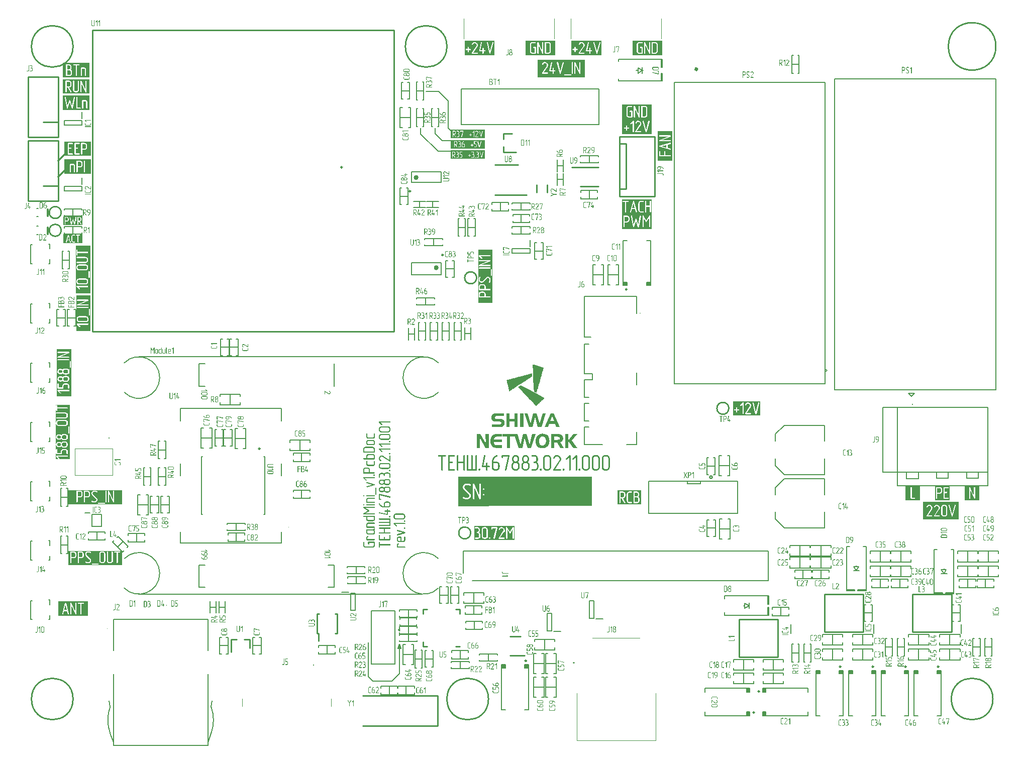
<source format=gto>
G04*
G04 #@! TF.GenerationSoftware,Altium Limited,Altium Designer,24.4.1 (13)*
G04*
G04 Layer_Color=65535*
%FSLAX44Y44*%
%MOMM*%
G71*
G04*
G04 #@! TF.SameCoordinates,DEE5000B-EDBE-4967-835A-DE593A8545BB*
G04*
G04*
G04 #@! TF.FilePolarity,Positive*
G04*
G01*
G75*
%ADD10C,0.3000*%
%ADD11C,0.2000*%
%ADD12C,0.1000*%
%ADD13C,0.2540*%
%ADD14C,0.5080*%
%ADD15C,0.2500*%
%ADD16C,0.4000*%
%ADD17C,0.1500*%
%ADD18C,0.1270*%
%ADD19R,17.5000X5.0000*%
%ADD20R,0.6750X0.5500*%
%ADD21R,0.5500X0.6750*%
G36*
X1028416Y648286D02*
X1028546Y646853D01*
X1028677Y645551D01*
X1028742Y644053D01*
X1028546Y643857D01*
X1028286Y643727D01*
X1027374Y643076D01*
X1027114Y642945D01*
X1026332Y642424D01*
X1026072Y642294D01*
X1025160Y641643D01*
X1024899Y641513D01*
X1023988Y640862D01*
X1023727Y640731D01*
X1022815Y640080D01*
X1022555Y639950D01*
X1022034Y639559D01*
X1021904D01*
X1020992Y638908D01*
X1020731Y638777D01*
X1019819Y638126D01*
X1019559Y637996D01*
X1018647Y637345D01*
X1018387Y637214D01*
X1017605Y636693D01*
X1017345Y636563D01*
X1016433Y635912D01*
X1016172Y635782D01*
X1015260Y635130D01*
X1015000Y635000D01*
X1014088Y634349D01*
X1013828Y634218D01*
X1011158Y632460D01*
X1009594Y631418D01*
X1008162Y630506D01*
X1005035Y628422D01*
X1003993Y627771D01*
X1001649Y626208D01*
X1000216Y625296D01*
X997090Y623212D01*
X996048Y622561D01*
X992922Y620477D01*
X991489Y619565D01*
X990707Y619044D01*
X990121Y618718D01*
X989926Y619304D01*
X989731Y620151D01*
X989470Y621193D01*
X989340Y621844D01*
X989079Y622886D01*
X988949Y623538D01*
X988558Y625101D01*
X988428Y625752D01*
X988037Y627315D01*
X987907Y627966D01*
X987516Y629529D01*
X987386Y630181D01*
X987125Y631223D01*
X986995Y631874D01*
X986605Y633437D01*
X986474Y634088D01*
X986083Y635651D01*
X985953Y636302D01*
X985693Y637345D01*
X985628Y637540D01*
X986214Y637735D01*
X987125Y637996D01*
X988689Y638387D01*
X989600Y638647D01*
X991163Y639038D01*
X992075Y639298D01*
X993638Y639689D01*
X994550Y639950D01*
X996113Y640340D01*
X997025Y640601D01*
X998588Y640992D01*
X999500Y641252D01*
X1000542Y641513D01*
X1001453Y641773D01*
X1003017Y642164D01*
X1003928Y642424D01*
X1005491Y642815D01*
X1006403Y643076D01*
X1007966Y643466D01*
X1008878Y643727D01*
X1010441Y644118D01*
X1011353Y644378D01*
X1012916Y644769D01*
X1013828Y645030D01*
X1015391Y645420D01*
X1016302Y645681D01*
X1017866Y646072D01*
X1018777Y646332D01*
X1020340Y646723D01*
X1021252Y646983D01*
X1022815Y647374D01*
X1023727Y647635D01*
X1025290Y648026D01*
X1026202Y648286D01*
X1028286Y648807D01*
X1028416Y648286D01*
D02*
G37*
G36*
X1030370Y663916D02*
X1031086Y663721D01*
X1032584Y663265D01*
X1047173Y658706D01*
X1048019Y658381D01*
X1046977Y654734D01*
X1046847Y654213D01*
X1045805Y650565D01*
X1045675Y650044D01*
X1044372Y645486D01*
X1044242Y644965D01*
X1043200Y641317D01*
X1043070Y640796D01*
X1042028Y637149D01*
X1041898Y636628D01*
X1040855Y632981D01*
X1040725Y632460D01*
X1039683Y628813D01*
X1039553Y628292D01*
X1038771Y625556D01*
X1038576Y624970D01*
X1038511Y624905D01*
X1038316Y623928D01*
X1038120Y623212D01*
X1037339Y620477D01*
X1037208Y619956D01*
X1036166Y616309D01*
X1035971Y615853D01*
X1031738Y618002D01*
X1031607Y618523D01*
X1031412Y623538D01*
X1030500Y642685D01*
X1030109Y650761D01*
X1029979Y653757D01*
X1029588Y661963D01*
X1029523Y664112D01*
X1029719Y664177D01*
X1030370Y663916D01*
D02*
G37*
G36*
X1020601Y622496D02*
X1034929Y614941D01*
X1046782Y608689D01*
X1047433Y608298D01*
X1047564D01*
X1048996Y607516D01*
X1049583Y607191D01*
X1048345Y605953D01*
X1048085Y605823D01*
X1047043Y604781D01*
X1046782Y604651D01*
X1045610Y603478D01*
X1045349Y603348D01*
X1044177Y602176D01*
X1043916Y602046D01*
X1042744Y600873D01*
X1042484Y600743D01*
X1041311Y599571D01*
X1041051Y599440D01*
X1040009Y598398D01*
X1039748Y598268D01*
X1038576Y597096D01*
X1038316Y596966D01*
X1037143Y595793D01*
X1036883Y595663D01*
X1035711Y594491D01*
X1035189Y594230D01*
X1033561Y595858D01*
X1033431Y596119D01*
X1030956Y598594D01*
X1030826Y598854D01*
X1028351Y601329D01*
X1028221Y601590D01*
X1025616Y604195D01*
X1025486Y604455D01*
X1023011Y606930D01*
X1022880Y607191D01*
X1020275Y609796D01*
X1020145Y610056D01*
X1017670Y612531D01*
X1017540Y612792D01*
X1015065Y615266D01*
X1014935Y615527D01*
X1012330Y618132D01*
X1012199Y618392D01*
X1009725Y620867D01*
X1009594Y621128D01*
X1006989Y623733D01*
X1006859Y623993D01*
X1004905Y625947D01*
X1005035Y626208D01*
X1005231Y626403D01*
X1005491Y626533D01*
X1007315Y627836D01*
X1007576Y627966D01*
X1007836Y628227D01*
X1008096Y628357D01*
X1008748Y628748D01*
X1020601Y622496D01*
D02*
G37*
G36*
X962000Y767500D02*
X938000D01*
Y857500D01*
X962000D01*
Y767500D01*
D02*
G37*
G36*
X285069Y985500D02*
X239931D01*
Y1009500D01*
X285069D01*
Y985500D01*
D02*
G37*
G36*
X478859Y351793D02*
X478899Y351780D01*
X478946Y351767D01*
X478999Y351747D01*
X479072Y351713D01*
X479159Y351667D01*
X481362Y349471D01*
X481368Y349464D01*
X481381Y349444D01*
X481408Y349411D01*
X481435Y349371D01*
X481461Y349318D01*
X481488Y349258D01*
X481501Y349185D01*
X481508Y349112D01*
Y349078D01*
X481501Y349038D01*
X481488Y348992D01*
X481475Y348938D01*
X481448Y348879D01*
X481415Y348812D01*
X481368Y348752D01*
X481362Y348745D01*
X481342Y348726D01*
X481315Y348699D01*
X481268Y348666D01*
X481215Y348639D01*
X481155Y348612D01*
X481082Y348592D01*
X481002Y348586D01*
X471519D01*
X471506D01*
X471479D01*
X471439Y348592D01*
X471379Y348606D01*
X471319Y348619D01*
X471259Y348646D01*
X471200Y348686D01*
X471140Y348732D01*
X471133Y348739D01*
X471120Y348759D01*
X471100Y348792D01*
X471073Y348839D01*
X471046Y348892D01*
X471027Y348958D01*
X471013Y349025D01*
X471007Y349105D01*
Y349125D01*
X471013Y349151D01*
X471020Y349185D01*
X471033Y349231D01*
X471046Y349291D01*
X471073Y349364D01*
X471106Y349444D01*
X471113Y349451D01*
X471133Y349471D01*
X471166Y349504D01*
X471213Y349531D01*
X471273Y349564D01*
X471339Y349597D01*
X471426Y349617D01*
X471519Y349624D01*
X479971D01*
X478447Y350922D01*
X478440Y350928D01*
X478420Y350948D01*
X478400Y350981D01*
X478373Y351021D01*
X478340Y351075D01*
X478320Y351135D01*
X478300Y351208D01*
X478294Y351281D01*
Y351314D01*
X478300Y351361D01*
X478314Y351407D01*
X478334Y351467D01*
X478360Y351534D01*
X478393Y351594D01*
X478447Y351654D01*
X478453Y351660D01*
X478473Y351674D01*
X478507Y351700D01*
X478553Y351727D01*
X478606Y351753D01*
X478666Y351780D01*
X478740Y351793D01*
X478819Y351800D01*
X478826D01*
X478839D01*
X478859Y351793D01*
D02*
G37*
G36*
X479265Y347335D02*
X479332Y347328D01*
X479412Y347321D01*
X479505Y347308D01*
X479611Y347281D01*
X479724Y347255D01*
X479851Y347221D01*
X479977Y347175D01*
X480117Y347122D01*
X480250Y347055D01*
X480390Y346975D01*
X480530Y346889D01*
X480669Y346782D01*
X480802Y346662D01*
X480809Y346656D01*
X480836Y346629D01*
X480869Y346596D01*
X480916Y346543D01*
X480969Y346476D01*
X481029Y346396D01*
X481089Y346303D01*
X481155Y346197D01*
X481222Y346084D01*
X481282Y345957D01*
X481342Y345824D01*
X481395Y345671D01*
X481441Y345518D01*
X481475Y345351D01*
X481501Y345178D01*
X481508Y344999D01*
Y344227D01*
X481501Y344174D01*
Y344107D01*
X481488Y344027D01*
X481475Y343927D01*
X481455Y343821D01*
X481428Y343708D01*
X481395Y343588D01*
X481355Y343455D01*
X481302Y343322D01*
X481242Y343189D01*
X481169Y343056D01*
X481082Y342929D01*
X480982Y342796D01*
X480869Y342676D01*
X480862Y342670D01*
X480849Y342656D01*
X480829Y342636D01*
X480802Y342610D01*
X480769Y342576D01*
X480729Y342537D01*
X480629Y342450D01*
X480510Y342350D01*
X480370Y342257D01*
X480224Y342164D01*
X480070Y342091D01*
X479658Y341971D01*
X479405Y341931D01*
X479172D01*
X475931D01*
X475924D01*
X475911D01*
X475891D01*
X475865D01*
X475825D01*
X475778Y341938D01*
X475725D01*
X475665Y341944D01*
X475532Y341958D01*
X475372Y341971D01*
X475186Y341997D01*
X474986Y342031D01*
X474773Y342077D01*
X474547Y342131D01*
X474307Y342191D01*
X474061Y342270D01*
X473815Y342364D01*
X473562Y342470D01*
X473309Y342596D01*
X473063Y342736D01*
X473056D01*
X473050Y342749D01*
X473030Y342756D01*
X473003Y342776D01*
X472970Y342803D01*
X472930Y342829D01*
X472830Y342896D01*
X472717Y342989D01*
X472584Y343096D01*
X472437Y343229D01*
X472278Y343375D01*
X472118Y343541D01*
X471945Y343728D01*
X471779Y343927D01*
X471612Y344147D01*
X471452Y344380D01*
X471299Y344633D01*
X471160Y344906D01*
X471033Y345192D01*
X471000Y345378D01*
Y345405D01*
X471007Y345431D01*
X471020Y345471D01*
X471033Y345525D01*
X471060Y345591D01*
X471093Y345664D01*
X471140Y345744D01*
X471146Y345751D01*
X471173Y345764D01*
X471206Y345791D01*
X471253Y345811D01*
X471313Y345837D01*
X471379Y345864D01*
X471452Y345877D01*
X471526Y345884D01*
X471532D01*
X471552D01*
X471579Y345877D01*
X471612D01*
X471705Y345857D01*
X471799Y345824D01*
X471805D01*
X471819Y345811D01*
X471845Y345797D01*
X471872Y345777D01*
X471925Y345724D01*
X471952Y345691D01*
X471965Y345651D01*
Y345644D01*
X471972Y345638D01*
X471978Y345618D01*
X471985Y345591D01*
X472011Y345525D01*
X472045Y345445D01*
X472085Y345345D01*
X472138Y345238D01*
X472251Y345012D01*
X472457Y344686D01*
X472504Y344619D01*
X472590Y344500D01*
X472597Y344493D01*
X472610Y344480D01*
X472630Y344453D01*
X472664Y344420D01*
X472704Y344380D01*
X472750Y344327D01*
X472803Y344273D01*
X472863Y344214D01*
X472937Y344147D01*
X473010Y344074D01*
X473096Y344001D01*
X473183Y343927D01*
X473382Y343768D01*
X473602Y343615D01*
X473609D01*
X473622Y343601D01*
X473649Y343588D01*
X473682Y343568D01*
X473722Y343548D01*
X473768Y343521D01*
X473822Y343495D01*
X473888Y343462D01*
X474028Y343388D01*
X474194Y343315D01*
X474367Y343235D01*
X474560Y343162D01*
X474567D01*
X474587Y343155D01*
X474613Y343142D01*
X474647Y343129D01*
X474693Y343116D01*
X474740Y343102D01*
X474860Y343062D01*
X474993Y343029D01*
X475126Y342996D01*
X475259Y342976D01*
X475379Y342969D01*
Y345045D01*
X475386Y345092D01*
X475392Y345165D01*
X475399Y345245D01*
X475412Y345345D01*
X475432Y345458D01*
X475465Y345578D01*
X475499Y345704D01*
X475545Y345837D01*
X475598Y345977D01*
X475665Y346117D01*
X475738Y346257D01*
X475831Y346396D01*
X475931Y346529D01*
X476051Y346662D01*
X476058Y346669D01*
X476084Y346689D01*
X476118Y346722D01*
X476171Y346769D01*
X476237Y346822D01*
X476317Y346875D01*
X476410Y346935D01*
X476517Y347002D01*
X476630Y347062D01*
X476756Y347128D01*
X476889Y347182D01*
X477043Y347235D01*
X477196Y347281D01*
X477362Y347315D01*
X477535Y347335D01*
X477715Y347341D01*
X479172D01*
X479185D01*
X479212D01*
X479265Y347335D01*
D02*
G37*
G36*
Y340633D02*
X479332Y340627D01*
X479412Y340620D01*
X479505Y340607D01*
X479611Y340580D01*
X479724Y340553D01*
X479851Y340520D01*
X479977Y340474D01*
X480117Y340420D01*
X480250Y340354D01*
X480390Y340274D01*
X480530Y340187D01*
X480669Y340081D01*
X480802Y339961D01*
X480809Y339954D01*
X480836Y339928D01*
X480869Y339895D01*
X480916Y339841D01*
X480969Y339775D01*
X481029Y339695D01*
X481089Y339602D01*
X481155Y339495D01*
X481222Y339382D01*
X481282Y339256D01*
X481342Y339123D01*
X481395Y338970D01*
X481441Y338816D01*
X481475Y338650D01*
X481501Y338477D01*
X481508Y338297D01*
Y337525D01*
X481501Y337472D01*
Y337406D01*
X481488Y337326D01*
X481475Y337226D01*
X481455Y337119D01*
X481428Y337006D01*
X481395Y336887D01*
X481355Y336754D01*
X481302Y336620D01*
X481242Y336487D01*
X481169Y336354D01*
X481082Y336228D01*
X480982Y336095D01*
X480869Y335975D01*
X480862Y335968D01*
X480849Y335955D01*
X480829Y335935D01*
X480802Y335908D01*
X480769Y335875D01*
X480729Y335835D01*
X480629Y335749D01*
X480510Y335649D01*
X480370Y335556D01*
X480224Y335462D01*
X480070Y335389D01*
X479658Y335270D01*
X479405Y335230D01*
X479172D01*
X475931D01*
X475924D01*
X475911D01*
X475891D01*
X475865D01*
X475825D01*
X475778Y335236D01*
X475725D01*
X475665Y335243D01*
X475532Y335256D01*
X475372Y335270D01*
X475186Y335296D01*
X474986Y335329D01*
X474773Y335376D01*
X474547Y335429D01*
X474307Y335489D01*
X474061Y335569D01*
X473815Y335662D01*
X473562Y335769D01*
X473309Y335895D01*
X473063Y336035D01*
X473056D01*
X473050Y336048D01*
X473030Y336055D01*
X473003Y336075D01*
X472970Y336101D01*
X472930Y336128D01*
X472830Y336194D01*
X472717Y336288D01*
X472584Y336394D01*
X472437Y336527D01*
X472278Y336674D01*
X472118Y336840D01*
X471945Y337026D01*
X471779Y337226D01*
X471612Y337446D01*
X471452Y337678D01*
X471299Y337931D01*
X471160Y338204D01*
X471033Y338490D01*
X471000Y338677D01*
Y338703D01*
X471007Y338730D01*
X471020Y338770D01*
X471033Y338823D01*
X471060Y338890D01*
X471093Y338963D01*
X471140Y339043D01*
X471146Y339049D01*
X471173Y339063D01*
X471206Y339089D01*
X471253Y339109D01*
X471313Y339136D01*
X471379Y339163D01*
X471452Y339176D01*
X471526Y339183D01*
X471532D01*
X471552D01*
X471579Y339176D01*
X471612D01*
X471705Y339156D01*
X471799Y339123D01*
X471805D01*
X471819Y339109D01*
X471845Y339096D01*
X471872Y339076D01*
X471925Y339023D01*
X471952Y338989D01*
X471965Y338950D01*
Y338943D01*
X471972Y338936D01*
X471978Y338916D01*
X471985Y338890D01*
X472011Y338823D01*
X472045Y338743D01*
X472085Y338643D01*
X472138Y338537D01*
X472251Y338311D01*
X472457Y337985D01*
X472504Y337918D01*
X472590Y337798D01*
X472597Y337792D01*
X472610Y337778D01*
X472630Y337752D01*
X472664Y337719D01*
X472704Y337678D01*
X472750Y337625D01*
X472803Y337572D01*
X472863Y337512D01*
X472937Y337446D01*
X473010Y337372D01*
X473096Y337299D01*
X473183Y337226D01*
X473382Y337066D01*
X473602Y336913D01*
X473609D01*
X473622Y336900D01*
X473649Y336887D01*
X473682Y336867D01*
X473722Y336847D01*
X473768Y336820D01*
X473822Y336794D01*
X473888Y336760D01*
X474028Y336687D01*
X474194Y336614D01*
X474367Y336534D01*
X474560Y336461D01*
X474567D01*
X474587Y336454D01*
X474613Y336441D01*
X474647Y336427D01*
X474693Y336414D01*
X474740Y336401D01*
X474860Y336361D01*
X474993Y336328D01*
X475126Y336294D01*
X475259Y336274D01*
X475379Y336268D01*
Y338344D01*
X475386Y338391D01*
X475392Y338464D01*
X475399Y338544D01*
X475412Y338643D01*
X475432Y338757D01*
X475465Y338876D01*
X475499Y339003D01*
X475545Y339136D01*
X475598Y339276D01*
X475665Y339416D01*
X475738Y339555D01*
X475831Y339695D01*
X475931Y339828D01*
X476051Y339961D01*
X476058Y339968D01*
X476084Y339988D01*
X476118Y340021D01*
X476171Y340068D01*
X476237Y340121D01*
X476317Y340174D01*
X476410Y340234D01*
X476517Y340300D01*
X476630Y340360D01*
X476756Y340427D01*
X476889Y340480D01*
X477043Y340533D01*
X477196Y340580D01*
X477362Y340613D01*
X477535Y340633D01*
X477715Y340640D01*
X479172D01*
X479185D01*
X479212D01*
X479265Y340633D01*
D02*
G37*
G36*
X271000Y898500D02*
X239000D01*
Y913500D01*
X271000D01*
Y898500D01*
D02*
G37*
G36*
X284597Y864000D02*
Y784000D01*
X259403D01*
Y864000D01*
X284597D01*
D02*
G37*
G36*
X252000Y690000D02*
Y610000D01*
X228000D01*
Y690000D01*
X252000D01*
D02*
G37*
G36*
X1230000Y1077500D02*
X1180000D01*
Y1102500D01*
X1230000D01*
Y1077500D01*
D02*
G37*
G36*
Y892500D02*
X1180000D01*
Y917500D01*
X1230000D01*
Y892500D01*
D02*
G37*
G36*
X965000Y1185000D02*
X915000D01*
Y1210000D01*
X965000D01*
Y1185000D01*
D02*
G37*
G36*
X679099Y619300D02*
X679132D01*
X679205Y619280D01*
X679279Y619247D01*
X685341Y615234D01*
X685627Y615081D01*
X685860Y614981D01*
X685873Y614974D01*
X685900Y614968D01*
X685947Y614954D01*
X686013Y614941D01*
X686086Y614928D01*
X686166Y614915D01*
X686260Y614901D01*
X686353D01*
X686359D01*
X686379D01*
X686419Y614908D01*
X686466D01*
X686519Y614915D01*
X686585Y614928D01*
X686659Y614948D01*
X686739Y614968D01*
X686825Y614994D01*
X686918Y615034D01*
X687005Y615074D01*
X687105Y615127D01*
X687198Y615187D01*
X687291Y615261D01*
X687384Y615347D01*
X687471Y615440D01*
X687484Y615453D01*
X687511Y615487D01*
X687551Y615540D01*
X687604Y615607D01*
X687657Y615693D01*
X687717Y615793D01*
X687777Y615906D01*
X687830Y616026D01*
Y616032D01*
X687837Y616039D01*
X687843Y616059D01*
X687850Y616086D01*
X687870Y616146D01*
X687896Y616232D01*
X687923Y616332D01*
X687943Y616445D01*
X687956Y616565D01*
X687963Y616691D01*
Y616738D01*
X687956Y616771D01*
Y616811D01*
X687950Y616858D01*
X687930Y616971D01*
X687903Y617104D01*
X687857Y617244D01*
X687790Y617397D01*
X687704Y617543D01*
Y617550D01*
X687690Y617563D01*
X687677Y617583D01*
X687657Y617610D01*
X687624Y617643D01*
X687590Y617683D01*
X687544Y617723D01*
X687491Y617769D01*
X687437Y617823D01*
X687364Y617876D01*
X687291Y617929D01*
X687204Y617989D01*
X687111Y618042D01*
X687011Y618096D01*
X686898Y618149D01*
X686778Y618202D01*
X686772D01*
X686759Y618209D01*
X686739Y618222D01*
X686712Y618242D01*
X686679Y618269D01*
X686639Y618295D01*
X686606Y618335D01*
X686566Y618382D01*
Y618388D01*
X686559Y618402D01*
X686546Y618422D01*
X686539Y618455D01*
X686512Y618528D01*
X686486Y618628D01*
Y618668D01*
X686492Y618714D01*
X686506Y618768D01*
X686519Y618834D01*
X686539Y618901D01*
X686572Y618967D01*
X686619Y619034D01*
X686626Y619040D01*
X686645Y619060D01*
X686679Y619080D01*
X686719Y619107D01*
X686778Y619140D01*
X686845Y619160D01*
X686925Y619180D01*
X687018Y619187D01*
X687151Y619167D01*
X687165Y619160D01*
X687191Y619154D01*
X687244Y619134D01*
X687304Y619107D01*
X687384Y619067D01*
X687477Y619027D01*
X687577Y618974D01*
X687684Y618914D01*
X687803Y618848D01*
X687916Y618774D01*
X688036Y618694D01*
X688156Y618601D01*
X688269Y618501D01*
X688376Y618388D01*
X688482Y618275D01*
X688575Y618149D01*
X688582Y618142D01*
X688595Y618122D01*
X688615Y618089D01*
X688642Y618042D01*
X688675Y617982D01*
X688715Y617909D01*
X688748Y617829D01*
X688795Y617736D01*
X688835Y617636D01*
X688868Y617530D01*
X688908Y617410D01*
X688941Y617284D01*
X688968Y617157D01*
X688988Y617017D01*
X689001Y616871D01*
X689008Y616725D01*
Y616678D01*
X689001Y616618D01*
X688995Y616538D01*
X688975Y616438D01*
X688955Y616325D01*
X688921Y616199D01*
X688882Y616059D01*
X688828Y615913D01*
X688762Y615746D01*
X688675Y615580D01*
X688575Y615414D01*
X688462Y615234D01*
X688329Y615061D01*
X688169Y614881D01*
X687990Y614708D01*
X687983Y614701D01*
X687963Y614668D01*
X687936Y614628D01*
X687890Y614575D01*
X687830Y614509D01*
X687763Y614435D01*
X687684Y614356D01*
X687584Y614276D01*
X687477Y614196D01*
X687357Y614116D01*
X687224Y614043D01*
X687078Y613976D01*
X686912Y613923D01*
X686739Y613883D01*
X686552Y613850D01*
X686353Y613843D01*
X686346D01*
X686339D01*
X686313D01*
X686286D01*
X686213Y613850D01*
X686120Y613856D01*
X686007Y613870D01*
X685880Y613896D01*
X685747Y613923D01*
X685607Y613963D01*
X685601D01*
X685594Y613969D01*
X685567Y613976D01*
X685541Y613983D01*
X685508Y613996D01*
X685468Y614016D01*
X685368Y614056D01*
X685241Y614116D01*
X685101Y614182D01*
X684942Y614269D01*
X684769Y614369D01*
X679531Y617956D01*
Y614402D01*
X679525Y614369D01*
X679511Y614315D01*
X679492Y614262D01*
X679458Y614202D01*
X679418Y614142D01*
X679365Y614083D01*
X679358Y614076D01*
X679339Y614056D01*
X679305Y614029D01*
X679265Y614003D01*
X679212Y613976D01*
X679152Y613950D01*
X679086Y613930D01*
X679019Y613923D01*
X679012D01*
X678986D01*
X678952Y613930D01*
X678906Y613936D01*
X678853Y613956D01*
X678793Y613976D01*
X678726Y614009D01*
X678666Y614056D01*
X678660Y614063D01*
X678640Y614083D01*
X678613Y614109D01*
X678587Y614156D01*
X678553Y614209D01*
X678527Y614269D01*
X678507Y614349D01*
X678500Y614435D01*
Y618828D01*
X678507Y618867D01*
X678520Y618914D01*
X678540Y618967D01*
X678573Y619034D01*
X678613Y619100D01*
X678666Y619167D01*
X678673Y619174D01*
X678693Y619187D01*
X678733Y619213D01*
X678780Y619233D01*
X678833Y619260D01*
X678899Y619287D01*
X678966Y619300D01*
X679046Y619307D01*
X679052D01*
X679072D01*
X679099Y619300D01*
D02*
G37*
G36*
X998866Y368000D02*
X931134D01*
Y392000D01*
X998866D01*
Y368000D01*
D02*
G37*
G36*
X478853Y621793D02*
X478893Y621780D01*
X478939Y621767D01*
X478992Y621747D01*
X479066Y621713D01*
X479152Y621667D01*
X481355Y619471D01*
X481362Y619464D01*
X481375Y619444D01*
X481401Y619411D01*
X481428Y619371D01*
X481455Y619318D01*
X481481Y619258D01*
X481495Y619185D01*
X481501Y619112D01*
Y619078D01*
X481495Y619038D01*
X481481Y618992D01*
X481468Y618938D01*
X481441Y618879D01*
X481408Y618812D01*
X481362Y618752D01*
X481355Y618745D01*
X481335Y618726D01*
X481308Y618699D01*
X481262Y618666D01*
X481208Y618639D01*
X481148Y618612D01*
X481075Y618592D01*
X480995Y618586D01*
X471512D01*
X471499D01*
X471473D01*
X471432Y618592D01*
X471373Y618606D01*
X471313Y618619D01*
X471253Y618646D01*
X471193Y618686D01*
X471133Y618732D01*
X471126Y618739D01*
X471113Y618759D01*
X471093Y618792D01*
X471067Y618839D01*
X471040Y618892D01*
X471020Y618958D01*
X471007Y619025D01*
X471000Y619105D01*
Y619125D01*
X471007Y619151D01*
X471013Y619185D01*
X471027Y619231D01*
X471040Y619291D01*
X471067Y619364D01*
X471100Y619444D01*
X471106Y619451D01*
X471126Y619471D01*
X471160Y619504D01*
X471206Y619531D01*
X471266Y619564D01*
X471333Y619597D01*
X471419Y619617D01*
X471512Y619624D01*
X479964D01*
X478440Y620922D01*
X478433Y620928D01*
X478413Y620948D01*
X478394Y620981D01*
X478367Y621021D01*
X478334Y621075D01*
X478314Y621134D01*
X478294Y621208D01*
X478287Y621281D01*
Y621314D01*
X478294Y621361D01*
X478307Y621407D01*
X478327Y621467D01*
X478354Y621534D01*
X478387Y621594D01*
X478440Y621654D01*
X478447Y621660D01*
X478467Y621674D01*
X478500Y621700D01*
X478546Y621727D01*
X478600Y621753D01*
X478660Y621780D01*
X478733Y621793D01*
X478813Y621800D01*
X478819D01*
X478833D01*
X478853Y621793D01*
D02*
G37*
G36*
X479259Y617335D02*
X479325Y617328D01*
X479405Y617321D01*
X479498Y617308D01*
X479605Y617288D01*
X479718Y617255D01*
X479844Y617221D01*
X479971Y617175D01*
X480110Y617122D01*
X480243Y617055D01*
X480383Y616982D01*
X480523Y616889D01*
X480663Y616789D01*
X480796Y616669D01*
X480802Y616662D01*
X480829Y616636D01*
X480862Y616603D01*
X480909Y616549D01*
X480962Y616483D01*
X481022Y616403D01*
X481082Y616310D01*
X481148Y616203D01*
X481215Y616090D01*
X481275Y615964D01*
X481335Y615831D01*
X481388Y615678D01*
X481435Y615524D01*
X481468Y615358D01*
X481495Y615185D01*
X481501Y615005D01*
Y614234D01*
X481495Y614180D01*
X481488Y614114D01*
X481481Y614027D01*
X481468Y613934D01*
X481441Y613828D01*
X481415Y613708D01*
X481381Y613581D01*
X481335Y613448D01*
X481282Y613315D01*
X481215Y613175D01*
X481135Y613029D01*
X481042Y612889D01*
X480936Y612756D01*
X480816Y612623D01*
X480809Y612616D01*
X480783Y612590D01*
X480749Y612556D01*
X480696Y612517D01*
X480630Y612463D01*
X480550Y612403D01*
X480456Y612337D01*
X480350Y612270D01*
X480237Y612210D01*
X480110Y612144D01*
X479977Y612084D01*
X479831Y612031D01*
X479678Y611991D01*
X479511Y611951D01*
X479345Y611931D01*
X479165Y611924D01*
X473336D01*
X473322D01*
X473296D01*
X473243Y611931D01*
X473176Y611938D01*
X473090Y611944D01*
X472996Y611958D01*
X472890Y611984D01*
X472770Y612011D01*
X472644Y612044D01*
X472511Y612091D01*
X472378Y612150D01*
X472238Y612217D01*
X472098Y612297D01*
X471958Y612390D01*
X471819Y612497D01*
X471685Y612616D01*
X471679Y612623D01*
X471659Y612650D01*
X471626Y612683D01*
X471579Y612736D01*
X471526Y612803D01*
X471466Y612883D01*
X471406Y612976D01*
X471346Y613082D01*
X471279Y613195D01*
X471220Y613322D01*
X471160Y613461D01*
X471106Y613601D01*
X471067Y613761D01*
X471027Y613921D01*
X471007Y614094D01*
X471000Y614273D01*
Y615045D01*
X471007Y615092D01*
X471013Y615159D01*
X471020Y615238D01*
X471033Y615325D01*
X471053Y615431D01*
X471087Y615545D01*
X471120Y615664D01*
X471166Y615797D01*
X471220Y615930D01*
X471286Y616064D01*
X471359Y616203D01*
X471452Y616350D01*
X471552Y616483D01*
X471672Y616623D01*
X471679Y616629D01*
X471705Y616656D01*
X471739Y616689D01*
X471792Y616736D01*
X471858Y616789D01*
X471938Y616849D01*
X472032Y616915D01*
X472138Y616982D01*
X472251Y617048D01*
X472378Y617115D01*
X472511Y617175D01*
X472664Y617228D01*
X472817Y617275D01*
X472983Y617308D01*
X473156Y617335D01*
X473336Y617341D01*
X479165D01*
X479179D01*
X479205D01*
X479259Y617335D01*
D02*
G37*
G36*
Y610633D02*
X479325Y610627D01*
X479405Y610620D01*
X479498Y610607D01*
X479605Y610587D01*
X479718Y610553D01*
X479844Y610520D01*
X479971Y610474D01*
X480110Y610420D01*
X480243Y610354D01*
X480383Y610280D01*
X480523Y610187D01*
X480663Y610088D01*
X480796Y609968D01*
X480802Y609961D01*
X480829Y609935D01*
X480862Y609901D01*
X480909Y609848D01*
X480962Y609781D01*
X481022Y609702D01*
X481082Y609608D01*
X481148Y609502D01*
X481215Y609389D01*
X481275Y609262D01*
X481335Y609129D01*
X481388Y608976D01*
X481435Y608823D01*
X481468Y608657D01*
X481495Y608484D01*
X481501Y608304D01*
Y607532D01*
X481495Y607479D01*
X481488Y607412D01*
X481481Y607326D01*
X481468Y607233D01*
X481441Y607126D01*
X481415Y607006D01*
X481381Y606880D01*
X481335Y606747D01*
X481282Y606614D01*
X481215Y606474D01*
X481135Y606328D01*
X481042Y606188D01*
X480936Y606055D01*
X480816Y605922D01*
X480809Y605915D01*
X480783Y605888D01*
X480749Y605855D01*
X480696Y605815D01*
X480630Y605762D01*
X480550Y605702D01*
X480456Y605635D01*
X480350Y605569D01*
X480237Y605509D01*
X480110Y605443D01*
X479977Y605383D01*
X479831Y605329D01*
X479678Y605289D01*
X479511Y605249D01*
X479345Y605229D01*
X479165Y605223D01*
X473336D01*
X473322D01*
X473296D01*
X473243Y605229D01*
X473176Y605236D01*
X473090Y605243D01*
X472996Y605256D01*
X472890Y605283D01*
X472770Y605309D01*
X472644Y605343D01*
X472511Y605389D01*
X472378Y605449D01*
X472238Y605516D01*
X472098Y605596D01*
X471958Y605689D01*
X471819Y605795D01*
X471685Y605915D01*
X471679Y605922D01*
X471659Y605948D01*
X471626Y605981D01*
X471579Y606035D01*
X471526Y606101D01*
X471466Y606181D01*
X471406Y606274D01*
X471346Y606381D01*
X471279Y606494D01*
X471220Y606620D01*
X471160Y606760D01*
X471106Y606900D01*
X471067Y607060D01*
X471027Y607219D01*
X471007Y607392D01*
X471000Y607572D01*
Y608344D01*
X471007Y608391D01*
X471013Y608457D01*
X471020Y608537D01*
X471033Y608624D01*
X471053Y608730D01*
X471087Y608843D01*
X471120Y608963D01*
X471166Y609096D01*
X471220Y609229D01*
X471286Y609362D01*
X471359Y609502D01*
X471452Y609648D01*
X471552Y609781D01*
X471672Y609921D01*
X471679Y609928D01*
X471705Y609954D01*
X471739Y609988D01*
X471792Y610034D01*
X471858Y610088D01*
X471938Y610147D01*
X472032Y610214D01*
X472138Y610280D01*
X472251Y610347D01*
X472378Y610414D01*
X472511Y610474D01*
X472664Y610527D01*
X472817Y610573D01*
X472983Y610607D01*
X473156Y610633D01*
X473336Y610640D01*
X479165D01*
X479179D01*
X479205D01*
X479259Y610633D01*
D02*
G37*
G36*
X280000Y240500D02*
X230000D01*
Y264500D01*
X280000D01*
Y240500D01*
D02*
G37*
G36*
X285069Y1015500D02*
X239931D01*
Y1039500D01*
X285069D01*
Y1015500D01*
D02*
G37*
G36*
X948750Y1010305D02*
X891250D01*
Y1024695D01*
X948750D01*
Y1010305D01*
D02*
G37*
G36*
X955500Y425000D02*
X904500D01*
Y475000D01*
X955500D01*
Y425000D01*
D02*
G37*
G36*
X1782500Y435000D02*
X1757500D01*
Y460000D01*
X1782500D01*
Y435000D01*
D02*
G37*
G36*
X1212500Y428000D02*
X1172500D01*
Y452000D01*
X1212500D01*
Y428000D01*
D02*
G37*
G36*
X271000Y868500D02*
X239000D01*
Y883500D01*
X271000D01*
Y868500D01*
D02*
G37*
G36*
X1230000Y1052500D02*
X1180000D01*
Y1077500D01*
X1230000D01*
Y1052500D01*
D02*
G37*
G36*
X1412569Y578000D02*
X1367431D01*
Y602000D01*
X1412569D01*
Y578000D01*
D02*
G37*
G36*
X282569Y1120500D02*
X237431D01*
Y1144500D01*
X282569D01*
Y1120500D01*
D02*
G37*
G36*
X249500Y595632D02*
Y504368D01*
X245991D01*
D01*
X231320D01*
X231470Y504380D01*
X231608Y504406D01*
X231720Y504455D01*
X231820Y504505D01*
X231908Y504555D01*
X231970Y504605D01*
X232008Y504630D01*
X232020Y504643D01*
X232120Y504755D01*
X232183Y504868D01*
X232233Y504993D01*
X232270Y505105D01*
X232295Y505193D01*
X232307Y505280D01*
Y505343D01*
X232295Y505480D01*
X232257Y505618D01*
X232220Y505730D01*
X232158Y505830D01*
X232108Y505905D01*
X232070Y505968D01*
X232033Y506005D01*
X232020Y506018D01*
X229158Y508454D01*
X245029D01*
X245204Y508467D01*
X245367Y508504D01*
X245492Y508567D01*
X245604Y508629D01*
X245692Y508679D01*
X245754Y508742D01*
X245792Y508779D01*
X245804Y508792D01*
X245867Y508942D01*
X245917Y509079D01*
X245942Y509192D01*
X245966Y509279D01*
X245979Y509342D01*
X245991Y509392D01*
Y509642D01*
Y509429D01*
X245979Y509579D01*
X245954Y509704D01*
X245917Y509829D01*
X245867Y509929D01*
X245817Y510017D01*
X245779Y510079D01*
X245754Y510117D01*
X245742Y510129D01*
X245629Y510216D01*
X245517Y510291D01*
X245404Y510341D01*
X245292Y510366D01*
X245179Y510391D01*
X245104Y510404D01*
X226272D01*
D01*
X227221D01*
X227071Y510391D01*
X226934Y510354D01*
X226821Y510304D01*
X226721Y510254D01*
X226634Y510191D01*
X226584Y510141D01*
X226546Y510104D01*
X226534Y510092D01*
X226446Y509979D01*
X226384Y509854D01*
X226334Y509742D01*
X226309Y509642D01*
X226284Y509554D01*
X226272Y509479D01*
Y509829D01*
Y508454D01*
Y509417D01*
X226284Y509279D01*
X226309Y509142D01*
X226359Y509029D01*
X226409Y508929D01*
X226459Y508854D01*
X226509Y508792D01*
X226534Y508754D01*
X226546Y508742D01*
X230683Y504618D01*
X230845Y504530D01*
X230983Y504468D01*
X231083Y504431D01*
X231170Y504406D01*
X231245Y504380D01*
X231283Y504368D01*
X226272D01*
D01*
X225500D01*
Y595632D01*
X249500D01*
D02*
G37*
G36*
X282569Y1093000D02*
X237431D01*
Y1117000D01*
X282569D01*
Y1093000D01*
D02*
G37*
G36*
X948750Y1045305D02*
X891250D01*
Y1059695D01*
X948750D01*
Y1045305D01*
D02*
G37*
G36*
Y1027805D02*
X891250D01*
Y1042195D01*
X948750D01*
Y1027805D01*
D02*
G37*
G36*
X1230000Y917500D02*
X1180000D01*
Y942500D01*
X1230000D01*
Y917500D01*
D02*
G37*
G36*
X337500Y452000D02*
Y428000D01*
X247500D01*
Y452000D01*
X337500D01*
D02*
G37*
G36*
X282569Y1148000D02*
X237431D01*
Y1172000D01*
X282569D01*
Y1148000D01*
D02*
G37*
G36*
X1117500Y1147500D02*
X1037500D01*
Y1177500D01*
X1117500D01*
Y1147500D01*
D02*
G37*
G36*
X1067500Y1185000D02*
X1017500D01*
Y1210000D01*
X1067500D01*
Y1185000D01*
D02*
G37*
G36*
X1247500D02*
X1197500D01*
Y1210000D01*
X1247500D01*
Y1185000D01*
D02*
G37*
G36*
X1732500Y435000D02*
X1707500D01*
Y460000D01*
X1732500D01*
Y435000D01*
D02*
G37*
G36*
X337500Y325500D02*
X247500D01*
Y349500D01*
X337500D01*
Y325500D01*
D02*
G37*
G36*
X1145000Y1185000D02*
X1095000D01*
Y1210000D01*
X1145000D01*
Y1185000D01*
D02*
G37*
G36*
X686353Y351793D02*
X686393Y351780D01*
X686439Y351767D01*
X686492Y351747D01*
X686566Y351713D01*
X686652Y351667D01*
X688855Y349471D01*
X688861Y349464D01*
X688875Y349444D01*
X688901Y349411D01*
X688928Y349371D01*
X688955Y349318D01*
X688981Y349258D01*
X688995Y349185D01*
X689001Y349112D01*
Y349078D01*
X688995Y349038D01*
X688981Y348992D01*
X688968Y348938D01*
X688941Y348879D01*
X688908Y348812D01*
X688861Y348752D01*
X688855Y348745D01*
X688835Y348726D01*
X688808Y348699D01*
X688762Y348666D01*
X688708Y348639D01*
X688649Y348612D01*
X688575Y348592D01*
X688495Y348586D01*
X679012D01*
X678999D01*
X678972D01*
X678932Y348592D01*
X678873Y348606D01*
X678813Y348619D01*
X678753Y348646D01*
X678693Y348686D01*
X678633Y348732D01*
X678626Y348739D01*
X678613Y348759D01*
X678593Y348792D01*
X678567Y348839D01*
X678540Y348892D01*
X678520Y348958D01*
X678507Y349025D01*
X678500Y349105D01*
Y349125D01*
X678507Y349151D01*
X678513Y349185D01*
X678527Y349231D01*
X678540Y349291D01*
X678567Y349364D01*
X678600Y349444D01*
X678606Y349451D01*
X678626Y349471D01*
X678660Y349504D01*
X678706Y349531D01*
X678766Y349564D01*
X678833Y349597D01*
X678919Y349617D01*
X679012Y349624D01*
X687464D01*
X685940Y350922D01*
X685933Y350928D01*
X685913Y350948D01*
X685893Y350981D01*
X685867Y351021D01*
X685834Y351075D01*
X685814Y351135D01*
X685794Y351208D01*
X685787Y351281D01*
Y351314D01*
X685794Y351361D01*
X685807Y351407D01*
X685827Y351467D01*
X685854Y351534D01*
X685887Y351594D01*
X685940Y351654D01*
X685947Y351660D01*
X685967Y351674D01*
X686000Y351700D01*
X686047Y351727D01*
X686100Y351753D01*
X686160Y351780D01*
X686233Y351793D01*
X686313Y351800D01*
X686319D01*
X686333D01*
X686353Y351793D01*
D02*
G37*
G36*
X686759Y347335D02*
X686825Y347328D01*
X686905Y347321D01*
X686998Y347308D01*
X687105Y347288D01*
X687218Y347255D01*
X687344Y347221D01*
X687471Y347175D01*
X687610Y347122D01*
X687744Y347055D01*
X687883Y346982D01*
X688023Y346889D01*
X688163Y346789D01*
X688296Y346669D01*
X688303Y346662D01*
X688329Y346636D01*
X688362Y346603D01*
X688409Y346549D01*
X688462Y346483D01*
X688522Y346403D01*
X688582Y346310D01*
X688649Y346203D01*
X688715Y346090D01*
X688775Y345964D01*
X688835Y345831D01*
X688888Y345678D01*
X688935Y345525D01*
X688968Y345358D01*
X688995Y345185D01*
X689001Y345005D01*
Y344234D01*
X688995Y344180D01*
X688988Y344114D01*
X688981Y344027D01*
X688968Y343934D01*
X688941Y343828D01*
X688915Y343708D01*
X688882Y343581D01*
X688835Y343448D01*
X688782Y343315D01*
X688715Y343175D01*
X688635Y343029D01*
X688542Y342889D01*
X688436Y342756D01*
X688316Y342623D01*
X688309Y342616D01*
X688282Y342590D01*
X688249Y342556D01*
X688196Y342517D01*
X688130Y342463D01*
X688050Y342403D01*
X687956Y342337D01*
X687850Y342270D01*
X687737Y342211D01*
X687610Y342144D01*
X687477Y342084D01*
X687331Y342031D01*
X687178Y341991D01*
X687011Y341951D01*
X686845Y341931D01*
X686665Y341924D01*
X680836D01*
X680823D01*
X680796D01*
X680743Y341931D01*
X680676Y341938D01*
X680590Y341944D01*
X680496Y341958D01*
X680390Y341984D01*
X680270Y342011D01*
X680144Y342044D01*
X680011Y342091D01*
X679877Y342151D01*
X679738Y342217D01*
X679598Y342297D01*
X679458Y342390D01*
X679318Y342497D01*
X679185Y342616D01*
X679179Y342623D01*
X679159Y342650D01*
X679126Y342683D01*
X679079Y342736D01*
X679026Y342803D01*
X678966Y342883D01*
X678906Y342976D01*
X678846Y343082D01*
X678780Y343195D01*
X678720Y343322D01*
X678660Y343462D01*
X678606Y343601D01*
X678567Y343761D01*
X678527Y343921D01*
X678507Y344094D01*
X678500Y344273D01*
Y345045D01*
X678507Y345092D01*
X678513Y345159D01*
X678520Y345238D01*
X678533Y345325D01*
X678553Y345431D01*
X678587Y345545D01*
X678620Y345664D01*
X678666Y345797D01*
X678720Y345930D01*
X678786Y346064D01*
X678859Y346203D01*
X678952Y346350D01*
X679052Y346483D01*
X679172Y346623D01*
X679179Y346629D01*
X679205Y346656D01*
X679239Y346689D01*
X679292Y346736D01*
X679358Y346789D01*
X679438Y346849D01*
X679531Y346915D01*
X679638Y346982D01*
X679751Y347048D01*
X679877Y347115D01*
X680011Y347175D01*
X680164Y347228D01*
X680317Y347275D01*
X680483Y347308D01*
X680656Y347335D01*
X680836Y347341D01*
X686665D01*
X686679D01*
X686705D01*
X686759Y347335D01*
D02*
G37*
G36*
X686353Y340627D02*
X686393Y340613D01*
X686439Y340600D01*
X686492Y340580D01*
X686566Y340547D01*
X686652Y340500D01*
X688855Y338304D01*
X688861Y338297D01*
X688875Y338278D01*
X688901Y338244D01*
X688928Y338204D01*
X688955Y338151D01*
X688981Y338091D01*
X688995Y338018D01*
X689001Y337945D01*
Y337911D01*
X688995Y337872D01*
X688981Y337825D01*
X688968Y337772D01*
X688941Y337712D01*
X688908Y337645D01*
X688861Y337585D01*
X688855Y337579D01*
X688835Y337559D01*
X688808Y337532D01*
X688762Y337499D01*
X688708Y337472D01*
X688649Y337446D01*
X688575Y337426D01*
X688495Y337419D01*
X679012D01*
X678999D01*
X678972D01*
X678932Y337426D01*
X678873Y337439D01*
X678813Y337452D01*
X678753Y337479D01*
X678693Y337519D01*
X678633Y337565D01*
X678626Y337572D01*
X678613Y337592D01*
X678593Y337625D01*
X678567Y337672D01*
X678540Y337725D01*
X678520Y337792D01*
X678507Y337858D01*
X678500Y337938D01*
Y337958D01*
X678507Y337985D01*
X678513Y338018D01*
X678527Y338064D01*
X678540Y338124D01*
X678567Y338198D01*
X678600Y338278D01*
X678606Y338284D01*
X678626Y338304D01*
X678660Y338337D01*
X678706Y338364D01*
X678766Y338397D01*
X678833Y338430D01*
X678919Y338451D01*
X679012Y338457D01*
X687464D01*
X685940Y339755D01*
X685933Y339762D01*
X685913Y339781D01*
X685893Y339815D01*
X685867Y339855D01*
X685834Y339908D01*
X685814Y339968D01*
X685794Y340041D01*
X685787Y340114D01*
Y340148D01*
X685794Y340194D01*
X685807Y340241D01*
X685827Y340300D01*
X685854Y340367D01*
X685887Y340427D01*
X685940Y340487D01*
X685947Y340494D01*
X685967Y340507D01*
X686000Y340533D01*
X686047Y340560D01*
X686100Y340587D01*
X686160Y340613D01*
X686233Y340627D01*
X686313Y340633D01*
X686319D01*
X686333D01*
X686353Y340627D01*
D02*
G37*
G36*
X1747500Y402500D02*
X1687500D01*
Y432500D01*
X1747500D01*
Y402500D01*
D02*
G37*
G36*
X1682500Y435000D02*
X1657500D01*
Y460000D01*
X1682500D01*
Y435000D01*
D02*
G37*
G36*
X1265000Y1007500D02*
X1240000D01*
Y1057500D01*
X1265000D01*
Y1007500D01*
D02*
G37*
G36*
X284500Y720000D02*
X260500D01*
Y780000D01*
X284500D01*
Y720000D01*
D02*
G37*
G36*
X784604Y265244D02*
X784657Y265231D01*
X784717Y265217D01*
X784777Y265191D01*
X784837Y265158D01*
X784897Y265111D01*
X784903Y265104D01*
X784923Y265084D01*
X784943Y265058D01*
X784977Y265018D01*
X785003Y264965D01*
X785023Y264905D01*
X785043Y264838D01*
X785050Y264758D01*
X785030Y264625D01*
X782840Y255155D01*
Y255149D01*
X782834Y255135D01*
X782821Y255115D01*
X782807Y255082D01*
X782781Y255035D01*
X782747Y254982D01*
X782701Y254922D01*
X782647Y254842D01*
X782361Y254749D01*
X782328D01*
X782288Y254756D01*
X782235Y254763D01*
X782182Y254776D01*
X782115Y254796D01*
X782055Y254823D01*
X781989Y254856D01*
X781982Y254862D01*
X781962Y254882D01*
X781929Y254916D01*
X781896Y254962D01*
X781862Y255022D01*
X781829Y255095D01*
X781809Y255175D01*
X781802Y255268D01*
X781822Y255368D01*
X783912Y264219D01*
X780671D01*
Y263647D01*
Y263633D01*
Y263607D01*
X780664Y263567D01*
X780651Y263507D01*
X780638Y263447D01*
X780611Y263387D01*
X780571Y263327D01*
X780525Y263267D01*
X780518Y263261D01*
X780498Y263248D01*
X780465Y263228D01*
X780418Y263201D01*
X780365Y263174D01*
X780298Y263154D01*
X780232Y263141D01*
X780152Y263134D01*
X780132D01*
X780105Y263141D01*
X780072Y263148D01*
X780025Y263161D01*
X779966Y263181D01*
X779892Y263208D01*
X779812Y263241D01*
X779806Y263248D01*
X779786Y263267D01*
X779753Y263301D01*
X779726Y263347D01*
X779693Y263401D01*
X779660Y263474D01*
X779640Y263554D01*
X779633Y263647D01*
Y264738D01*
Y264745D01*
Y264758D01*
X779640Y264785D01*
Y264818D01*
X779660Y264898D01*
X779699Y264998D01*
X779726Y265044D01*
X779759Y265091D01*
X779799Y265131D01*
X779853Y265171D01*
X779906Y265204D01*
X779979Y265231D01*
X780052Y265244D01*
X780145Y265251D01*
X784564D01*
X784604Y265244D01*
D02*
G37*
G36*
X777936D02*
X777982Y265231D01*
X778036Y265217D01*
X778096Y265191D01*
X778162Y265158D01*
X778222Y265111D01*
X778229Y265104D01*
X778249Y265084D01*
X778275Y265058D01*
X778309Y265011D01*
X778335Y264958D01*
X778362Y264898D01*
X778382Y264825D01*
X778388Y264745D01*
Y255262D01*
Y255249D01*
Y255222D01*
X778382Y255182D01*
X778368Y255122D01*
X778355Y255062D01*
X778328Y255002D01*
X778289Y254942D01*
X778242Y254882D01*
X778235Y254876D01*
X778215Y254862D01*
X778182Y254842D01*
X778136Y254816D01*
X778082Y254789D01*
X778016Y254769D01*
X777949Y254756D01*
X777869Y254749D01*
X777849D01*
X777823Y254756D01*
X777790Y254763D01*
X777743Y254776D01*
X777683Y254789D01*
X777610Y254816D01*
X777530Y254849D01*
X777523Y254856D01*
X777503Y254876D01*
X777470Y254909D01*
X777443Y254956D01*
X777410Y255016D01*
X777377Y255082D01*
X777357Y255169D01*
X777350Y255262D01*
Y263713D01*
X776053Y262189D01*
X776046Y262183D01*
X776026Y262163D01*
X775993Y262143D01*
X775953Y262116D01*
X775900Y262083D01*
X775840Y262063D01*
X775766Y262043D01*
X775693Y262036D01*
X775660D01*
X775613Y262043D01*
X775567Y262056D01*
X775507Y262076D01*
X775440Y262103D01*
X775380Y262136D01*
X775321Y262189D01*
X775314Y262196D01*
X775301Y262216D01*
X775274Y262249D01*
X775247Y262296D01*
X775221Y262349D01*
X775194Y262409D01*
X775181Y262482D01*
X775174Y262562D01*
Y262569D01*
Y262582D01*
X775181Y262602D01*
X775194Y262642D01*
X775207Y262689D01*
X775227Y262742D01*
X775261Y262815D01*
X775307Y262901D01*
X777503Y265104D01*
X777510Y265111D01*
X777530Y265124D01*
X777563Y265151D01*
X777603Y265177D01*
X777656Y265204D01*
X777716Y265231D01*
X777790Y265244D01*
X777863Y265251D01*
X777896D01*
X777936Y265244D01*
D02*
G37*
G36*
X773450D02*
X773497Y265231D01*
X773550Y265217D01*
X773604Y265191D01*
X773670Y265158D01*
X773730Y265111D01*
X773737Y265104D01*
X773757Y265084D01*
X773783Y265058D01*
X773817Y265018D01*
X773850Y264965D01*
X773876Y264898D01*
X773896Y264825D01*
X773903Y264738D01*
Y257085D01*
Y257072D01*
Y257045D01*
X773896Y256992D01*
X773890Y256919D01*
X773883Y256839D01*
X773870Y256739D01*
X773843Y256633D01*
X773817Y256513D01*
X773783Y256386D01*
X773737Y256253D01*
X773683Y256114D01*
X773617Y255974D01*
X773537Y255834D01*
X773444Y255694D01*
X773337Y255561D01*
X773218Y255428D01*
X773211Y255422D01*
X773184Y255401D01*
X773151Y255368D01*
X773098Y255322D01*
X773031Y255268D01*
X772951Y255215D01*
X772858Y255155D01*
X772758Y255089D01*
X772639Y255029D01*
X772512Y254962D01*
X772379Y254909D01*
X772233Y254856D01*
X772080Y254809D01*
X771913Y254776D01*
X771740Y254756D01*
X771561Y254749D01*
X770429D01*
X770389Y254756D01*
X770329Y254769D01*
X770270Y254783D01*
X770210Y254809D01*
X770150Y254842D01*
X770090Y254889D01*
X770083Y254896D01*
X770070Y254922D01*
X770043Y254956D01*
X770023Y255002D01*
X769997Y255056D01*
X769970Y255122D01*
X769957Y255195D01*
X769950Y255268D01*
Y255275D01*
Y255288D01*
X769957Y255315D01*
X769963Y255355D01*
X769983Y255395D01*
X770003Y255448D01*
X770037Y255515D01*
X770077Y255581D01*
X770083Y255588D01*
X770103Y255614D01*
X770130Y255648D01*
X770176Y255681D01*
X770230Y255721D01*
X770296Y255748D01*
X770376Y255774D01*
X770469Y255781D01*
X771614D01*
X771654Y255788D01*
X771700Y255794D01*
X771754Y255801D01*
X771880Y255827D01*
X772020Y255874D01*
X772100Y255907D01*
X772173Y255941D01*
X772253Y255987D01*
X772333Y256034D01*
X772406Y256094D01*
X772479Y256160D01*
X772486Y256167D01*
X772499Y256180D01*
X772512Y256200D01*
X772539Y256227D01*
X772566Y256267D01*
X772599Y256313D01*
X772639Y256360D01*
X772672Y256420D01*
X772745Y256553D01*
X772805Y256712D01*
X772832Y256799D01*
X772852Y256892D01*
X772858Y256985D01*
X772865Y257085D01*
Y264738D01*
Y264745D01*
Y264765D01*
X772872Y264798D01*
X772885Y264845D01*
X772898Y264891D01*
X772925Y264951D01*
X772965Y265011D01*
X773011Y265078D01*
X773018Y265084D01*
X773038Y265104D01*
X773071Y265131D01*
X773118Y265164D01*
X773171Y265197D01*
X773231Y265224D01*
X773304Y265244D01*
X773384Y265251D01*
X773417D01*
X773450Y265244D01*
D02*
G37*
G36*
X789188Y567970D02*
X789300Y567945D01*
X789413Y567920D01*
X789525Y567870D01*
X789638Y567795D01*
X789750Y567708D01*
X789763Y567696D01*
X789788Y567658D01*
X789825Y567595D01*
X789875Y567508D01*
X789925Y567408D01*
X789962Y567283D01*
X789987Y567158D01*
X790000Y567008D01*
Y566971D01*
X789987Y566921D01*
X789975Y566858D01*
X789950Y566771D01*
X789925Y566658D01*
X789875Y566521D01*
X789813Y566371D01*
X789800Y566358D01*
X789763Y566321D01*
X789700Y566258D01*
X789613Y566208D01*
X789500Y566146D01*
X789375Y566083D01*
X789213Y566046D01*
X789038Y566033D01*
X773167D01*
X776029Y563597D01*
X776041Y563584D01*
X776079Y563547D01*
X776116Y563484D01*
X776166Y563409D01*
X776228Y563309D01*
X776266Y563197D01*
X776303Y563059D01*
X776316Y562922D01*
Y562859D01*
X776303Y562772D01*
X776279Y562684D01*
X776241Y562572D01*
X776191Y562447D01*
X776129Y562334D01*
X776029Y562222D01*
X776016Y562209D01*
X775979Y562184D01*
X775916Y562134D01*
X775829Y562084D01*
X775729Y562034D01*
X775616Y561984D01*
X775479Y561959D01*
X775329Y561947D01*
X775316D01*
X775291D01*
X775254Y561959D01*
X775179Y561984D01*
X775091Y562010D01*
X774991Y562047D01*
X774854Y562109D01*
X774691Y562197D01*
X770555Y566321D01*
X770543Y566333D01*
X770518Y566371D01*
X770468Y566433D01*
X770417Y566508D01*
X770368Y566608D01*
X770318Y566721D01*
X770293Y566858D01*
X770280Y566996D01*
Y567058D01*
X770293Y567133D01*
X770318Y567221D01*
X770343Y567321D01*
X770393Y567433D01*
X770455Y567558D01*
X770543Y567671D01*
X770555Y567683D01*
X770592Y567720D01*
X770642Y567771D01*
X770730Y567833D01*
X770830Y567883D01*
X770942Y567933D01*
X771080Y567970D01*
X771230Y567983D01*
X789038D01*
X789063D01*
X789113D01*
X789188Y567970D01*
D02*
G37*
G36*
X785789Y559510D02*
X785914Y559498D01*
X786076Y559485D01*
X786251Y559460D01*
X786451Y559410D01*
X786676Y559360D01*
X786913Y559298D01*
X787163Y559210D01*
X787413Y559098D01*
X787676Y558973D01*
X787938Y558823D01*
X788201Y558648D01*
X788463Y558448D01*
X788713Y558223D01*
X788725Y558210D01*
X788763Y558161D01*
X788825Y558098D01*
X788913Y557998D01*
X789013Y557873D01*
X789125Y557723D01*
X789238Y557548D01*
X789350Y557348D01*
X789475Y557136D01*
X789588Y556898D01*
X789700Y556636D01*
X789800Y556373D01*
X789875Y556073D01*
X789950Y555774D01*
X789987Y555449D01*
X790000Y555111D01*
Y553662D01*
X789987Y553574D01*
X789975Y553449D01*
X789962Y553299D01*
X789938Y553137D01*
X789900Y552937D01*
X789838Y552724D01*
X789775Y552499D01*
X789688Y552249D01*
X789588Y552000D01*
X789463Y551750D01*
X789325Y551487D01*
X789150Y551212D01*
X788963Y550962D01*
X788738Y550700D01*
X788725Y550687D01*
X788675Y550637D01*
X788613Y550575D01*
X788513Y550487D01*
X788388Y550387D01*
X788238Y550275D01*
X788063Y550150D01*
X787863Y550025D01*
X787651Y549900D01*
X787413Y549775D01*
X787163Y549663D01*
X786876Y549563D01*
X786588Y549475D01*
X786276Y549413D01*
X785951Y549363D01*
X785614Y549350D01*
X774666D01*
X774641D01*
X774592D01*
X774492Y549363D01*
X774367Y549375D01*
X774217Y549388D01*
X774042Y549413D01*
X773842Y549450D01*
X773629Y549513D01*
X773392Y549575D01*
X773154Y549663D01*
X772892Y549763D01*
X772642Y549888D01*
X772380Y550025D01*
X772117Y550200D01*
X771855Y550387D01*
X771605Y550612D01*
X771592Y550625D01*
X771542Y550675D01*
X771480Y550737D01*
X771392Y550837D01*
X771292Y550962D01*
X771180Y551112D01*
X771067Y551287D01*
X770942Y551487D01*
X770817Y551700D01*
X770705Y551937D01*
X770592Y552187D01*
X770492Y552474D01*
X770405Y552762D01*
X770343Y553074D01*
X770293Y553399D01*
X770280Y553737D01*
Y555186D01*
X770293Y555286D01*
X770305Y555411D01*
X770318Y555574D01*
X770343Y555749D01*
X770393Y555948D01*
X770443Y556174D01*
X770505Y556411D01*
X770592Y556661D01*
X770693Y556911D01*
X770817Y557173D01*
X770967Y557448D01*
X771142Y557711D01*
X771342Y557961D01*
X771567Y558210D01*
X771580Y558223D01*
X771630Y558273D01*
X771692Y558335D01*
X771792Y558410D01*
X771917Y558510D01*
X772067Y558623D01*
X772242Y558748D01*
X772442Y558873D01*
X772654Y558985D01*
X772892Y559110D01*
X773142Y559223D01*
X773417Y559323D01*
X773704Y559398D01*
X774017Y559473D01*
X774329Y559510D01*
X774666Y559523D01*
X785614D01*
X785639D01*
X785689D01*
X785789Y559510D01*
D02*
G37*
G36*
Y546926D02*
X785914Y546913D01*
X786076Y546901D01*
X786251Y546876D01*
X786451Y546826D01*
X786676Y546776D01*
X786913Y546713D01*
X787163Y546626D01*
X787413Y546513D01*
X787676Y546389D01*
X787938Y546239D01*
X788201Y546064D01*
X788463Y545864D01*
X788713Y545639D01*
X788725Y545626D01*
X788763Y545576D01*
X788825Y545514D01*
X788913Y545414D01*
X789013Y545289D01*
X789125Y545139D01*
X789238Y544964D01*
X789350Y544764D01*
X789475Y544551D01*
X789588Y544314D01*
X789700Y544052D01*
X789800Y543789D01*
X789875Y543489D01*
X789950Y543189D01*
X789987Y542864D01*
X790000Y542527D01*
Y541077D01*
X789987Y540990D01*
X789975Y540865D01*
X789962Y540715D01*
X789938Y540552D01*
X789900Y540353D01*
X789838Y540140D01*
X789775Y539915D01*
X789688Y539665D01*
X789588Y539415D01*
X789463Y539165D01*
X789325Y538903D01*
X789150Y538628D01*
X788963Y538378D01*
X788738Y538116D01*
X788725Y538103D01*
X788675Y538053D01*
X788613Y537991D01*
X788513Y537903D01*
X788388Y537803D01*
X788238Y537691D01*
X788063Y537566D01*
X787863Y537441D01*
X787651Y537316D01*
X787413Y537191D01*
X787163Y537078D01*
X786876Y536978D01*
X786588Y536891D01*
X786276Y536828D01*
X785951Y536778D01*
X785614Y536766D01*
X774666D01*
X774641D01*
X774592D01*
X774492Y536778D01*
X774367Y536791D01*
X774217Y536803D01*
X774042Y536828D01*
X773842Y536866D01*
X773629Y536928D01*
X773392Y536991D01*
X773154Y537078D01*
X772892Y537178D01*
X772642Y537303D01*
X772380Y537441D01*
X772117Y537616D01*
X771855Y537803D01*
X771605Y538028D01*
X771592Y538041D01*
X771542Y538091D01*
X771480Y538153D01*
X771392Y538253D01*
X771292Y538378D01*
X771180Y538528D01*
X771067Y538703D01*
X770942Y538903D01*
X770817Y539115D01*
X770705Y539353D01*
X770592Y539603D01*
X770492Y539890D01*
X770405Y540178D01*
X770343Y540490D01*
X770293Y540815D01*
X770280Y541152D01*
Y542602D01*
X770293Y542702D01*
X770305Y542827D01*
X770318Y542989D01*
X770343Y543164D01*
X770393Y543364D01*
X770443Y543589D01*
X770505Y543827D01*
X770592Y544077D01*
X770693Y544327D01*
X770817Y544589D01*
X770967Y544864D01*
X771142Y545126D01*
X771342Y545376D01*
X771567Y545626D01*
X771580Y545639D01*
X771630Y545689D01*
X771692Y545751D01*
X771792Y545826D01*
X771917Y545926D01*
X772067Y546039D01*
X772242Y546163D01*
X772442Y546288D01*
X772654Y546401D01*
X772892Y546526D01*
X773142Y546638D01*
X773417Y546738D01*
X773704Y546813D01*
X774017Y546888D01*
X774329Y546926D01*
X774666Y546938D01*
X785614D01*
X785639D01*
X785689D01*
X785789Y546926D01*
D02*
G37*
G36*
X788863Y535204D02*
X788975Y535179D01*
X789113Y535129D01*
X789263Y535066D01*
X789425Y534979D01*
X789588Y534866D01*
X789600Y534854D01*
X789650Y534804D01*
X789713Y534729D01*
X789788Y534617D01*
X789875Y534479D01*
X789938Y534317D01*
X789987Y534117D01*
X790000Y533892D01*
Y533792D01*
X789975Y533679D01*
X789950Y533554D01*
X789912Y533392D01*
X789850Y533242D01*
X789763Y533079D01*
X789650Y532942D01*
X789625Y532929D01*
X789575Y532892D01*
X789488Y532829D01*
X789363Y532767D01*
X789225Y532692D01*
X789063Y532642D01*
X788875Y532592D01*
X788688Y532579D01*
X788675D01*
X788625D01*
X788563Y532592D01*
X788475Y532617D01*
X788350Y532654D01*
X788213Y532717D01*
X788063Y532792D01*
X787888Y532904D01*
X787863Y532917D01*
X787813Y532967D01*
X787726Y533042D01*
X787638Y533154D01*
X787551Y533292D01*
X787463Y533454D01*
X787413Y533654D01*
X787388Y533892D01*
Y533979D01*
X787413Y534067D01*
X787438Y534192D01*
X787488Y534329D01*
X787563Y534492D01*
X787663Y534641D01*
X787801Y534804D01*
X787813Y534816D01*
X787876Y534866D01*
X787951Y534929D01*
X788063Y535016D01*
X788201Y535091D01*
X788350Y535154D01*
X788513Y535204D01*
X788688Y535216D01*
X788713D01*
X788763D01*
X788863Y535204D01*
D02*
G37*
G36*
X789188Y530917D02*
X789300Y530892D01*
X789413Y530867D01*
X789525Y530817D01*
X789638Y530742D01*
X789750Y530655D01*
X789763Y530643D01*
X789788Y530605D01*
X789825Y530542D01*
X789875Y530455D01*
X789925Y530355D01*
X789962Y530230D01*
X789987Y530105D01*
X790000Y529955D01*
Y529918D01*
X789987Y529868D01*
X789975Y529805D01*
X789950Y529718D01*
X789925Y529605D01*
X789875Y529468D01*
X789813Y529318D01*
X789800Y529305D01*
X789763Y529268D01*
X789700Y529205D01*
X789613Y529155D01*
X789500Y529093D01*
X789375Y529030D01*
X789213Y528993D01*
X789038Y528980D01*
X773167D01*
X776029Y526544D01*
X776041Y526531D01*
X776079Y526494D01*
X776116Y526431D01*
X776166Y526356D01*
X776228Y526256D01*
X776266Y526144D01*
X776303Y526006D01*
X776316Y525869D01*
Y525806D01*
X776303Y525719D01*
X776279Y525631D01*
X776241Y525519D01*
X776191Y525394D01*
X776129Y525281D01*
X776029Y525169D01*
X776016Y525156D01*
X775979Y525131D01*
X775916Y525081D01*
X775829Y525031D01*
X775729Y524981D01*
X775616Y524931D01*
X775479Y524907D01*
X775329Y524894D01*
X775316D01*
X775291D01*
X775254Y524907D01*
X775179Y524931D01*
X775091Y524957D01*
X774991Y524994D01*
X774854Y525056D01*
X774691Y525144D01*
X770555Y529268D01*
X770543Y529280D01*
X770518Y529318D01*
X770468Y529380D01*
X770417Y529455D01*
X770368Y529555D01*
X770318Y529668D01*
X770293Y529805D01*
X770280Y529943D01*
Y530005D01*
X770293Y530080D01*
X770318Y530168D01*
X770343Y530268D01*
X770393Y530380D01*
X770455Y530505D01*
X770543Y530617D01*
X770555Y530630D01*
X770592Y530667D01*
X770642Y530718D01*
X770730Y530780D01*
X770830Y530830D01*
X770942Y530880D01*
X771080Y530917D01*
X771230Y530930D01*
X789038D01*
X789063D01*
X789113D01*
X789188Y530917D01*
D02*
G37*
G36*
Y522532D02*
X789300Y522507D01*
X789413Y522482D01*
X789525Y522432D01*
X789638Y522357D01*
X789750Y522270D01*
X789763Y522257D01*
X789788Y522220D01*
X789825Y522157D01*
X789875Y522070D01*
X789925Y521970D01*
X789962Y521845D01*
X789987Y521720D01*
X790000Y521570D01*
Y521532D01*
X789987Y521482D01*
X789975Y521420D01*
X789950Y521332D01*
X789925Y521220D01*
X789875Y521082D01*
X789813Y520933D01*
X789800Y520920D01*
X789763Y520882D01*
X789700Y520820D01*
X789613Y520770D01*
X789500Y520708D01*
X789375Y520645D01*
X789213Y520608D01*
X789038Y520595D01*
X773167D01*
X776029Y518158D01*
X776041Y518146D01*
X776079Y518108D01*
X776116Y518046D01*
X776166Y517971D01*
X776228Y517871D01*
X776266Y517758D01*
X776303Y517621D01*
X776316Y517483D01*
Y517421D01*
X776303Y517333D01*
X776279Y517246D01*
X776241Y517133D01*
X776191Y517009D01*
X776129Y516896D01*
X776029Y516783D01*
X776016Y516771D01*
X775979Y516746D01*
X775916Y516696D01*
X775829Y516646D01*
X775729Y516596D01*
X775616Y516546D01*
X775479Y516521D01*
X775329Y516509D01*
X775316D01*
X775291D01*
X775254Y516521D01*
X775179Y516546D01*
X775091Y516571D01*
X774991Y516609D01*
X774854Y516671D01*
X774691Y516759D01*
X770555Y520882D01*
X770543Y520895D01*
X770518Y520933D01*
X770468Y520995D01*
X770417Y521070D01*
X770368Y521170D01*
X770318Y521282D01*
X770293Y521420D01*
X770280Y521557D01*
Y521620D01*
X770293Y521695D01*
X770318Y521782D01*
X770343Y521882D01*
X770393Y521995D01*
X770455Y522120D01*
X770543Y522232D01*
X770555Y522245D01*
X770592Y522282D01*
X770642Y522332D01*
X770730Y522395D01*
X770830Y522445D01*
X770942Y522495D01*
X771080Y522532D01*
X771230Y522545D01*
X789038D01*
X789063D01*
X789113D01*
X789188Y522532D01*
D02*
G37*
G36*
X788863Y514934D02*
X788975Y514909D01*
X789113Y514859D01*
X789263Y514797D01*
X789425Y514709D01*
X789588Y514597D01*
X789600Y514584D01*
X789650Y514534D01*
X789713Y514459D01*
X789788Y514347D01*
X789875Y514209D01*
X789938Y514047D01*
X789987Y513847D01*
X790000Y513622D01*
Y513522D01*
X789975Y513409D01*
X789950Y513284D01*
X789912Y513122D01*
X789850Y512972D01*
X789763Y512810D01*
X789650Y512672D01*
X789625Y512660D01*
X789575Y512622D01*
X789488Y512560D01*
X789363Y512497D01*
X789225Y512422D01*
X789063Y512372D01*
X788875Y512322D01*
X788688Y512310D01*
X788675D01*
X788625D01*
X788563Y512322D01*
X788475Y512347D01*
X788350Y512385D01*
X788213Y512447D01*
X788063Y512522D01*
X787888Y512635D01*
X787863Y512647D01*
X787813Y512697D01*
X787726Y512772D01*
X787638Y512884D01*
X787551Y513022D01*
X787463Y513185D01*
X787413Y513384D01*
X787388Y513622D01*
Y513709D01*
X787413Y513797D01*
X787438Y513922D01*
X787488Y514059D01*
X787563Y514222D01*
X787663Y514372D01*
X787801Y514534D01*
X787813Y514547D01*
X787876Y514597D01*
X787951Y514659D01*
X788063Y514747D01*
X788201Y514822D01*
X788350Y514884D01*
X788513Y514934D01*
X788688Y514947D01*
X788713D01*
X788763D01*
X788863Y514934D01*
D02*
G37*
G36*
X775516Y510660D02*
X775691Y510648D01*
X775904Y510623D01*
X776141Y510573D01*
X776391Y510523D01*
X776653Y510448D01*
X776666D01*
X776678Y510435D01*
X776728Y510423D01*
X776778Y510410D01*
X776841Y510385D01*
X776916Y510348D01*
X777103Y510273D01*
X777341Y510160D01*
X777603Y510035D01*
X777903Y509873D01*
X778228Y509685D01*
X788063Y502950D01*
Y509623D01*
X788075Y509685D01*
X788101Y509785D01*
X788138Y509885D01*
X788201Y509998D01*
X788276Y510110D01*
X788375Y510223D01*
X788388Y510235D01*
X788425Y510273D01*
X788488Y510323D01*
X788563Y510373D01*
X788663Y510423D01*
X788775Y510473D01*
X788900Y510510D01*
X789025Y510523D01*
X789038D01*
X789088D01*
X789150Y510510D01*
X789238Y510498D01*
X789338Y510460D01*
X789450Y510423D01*
X789575Y510360D01*
X789688Y510273D01*
X789700Y510260D01*
X789738Y510223D01*
X789788Y510173D01*
X789838Y510085D01*
X789900Y509985D01*
X789950Y509873D01*
X789987Y509723D01*
X790000Y509560D01*
Y501312D01*
X789987Y501237D01*
X789962Y501150D01*
X789925Y501050D01*
X789863Y500925D01*
X789788Y500800D01*
X789688Y500675D01*
X789675Y500663D01*
X789638Y500638D01*
X789563Y500588D01*
X789475Y500550D01*
X789375Y500500D01*
X789250Y500450D01*
X789125Y500425D01*
X788975Y500413D01*
X788963D01*
X788925D01*
X788875Y500425D01*
X788813D01*
X788675Y500463D01*
X788538Y500525D01*
X777153Y508061D01*
X776616Y508348D01*
X776179Y508536D01*
X776154Y508548D01*
X776104Y508561D01*
X776016Y508586D01*
X775891Y508611D01*
X775754Y508636D01*
X775604Y508661D01*
X775429Y508686D01*
X775254D01*
X775241D01*
X775204D01*
X775129Y508673D01*
X775041D01*
X774941Y508661D01*
X774816Y508636D01*
X774679Y508598D01*
X774529Y508561D01*
X774367Y508511D01*
X774192Y508436D01*
X774029Y508361D01*
X773842Y508261D01*
X773667Y508148D01*
X773492Y508011D01*
X773317Y507848D01*
X773154Y507673D01*
X773129Y507648D01*
X773079Y507586D01*
X773004Y507486D01*
X772904Y507361D01*
X772804Y507198D01*
X772692Y507011D01*
X772579Y506799D01*
X772479Y506574D01*
Y506561D01*
X772467Y506549D01*
X772455Y506511D01*
X772442Y506461D01*
X772404Y506349D01*
X772355Y506186D01*
X772305Y505999D01*
X772267Y505786D01*
X772242Y505561D01*
X772230Y505324D01*
Y505237D01*
X772242Y505174D01*
Y505099D01*
X772255Y505012D01*
X772292Y504799D01*
X772342Y504549D01*
X772430Y504287D01*
X772554Y503999D01*
X772717Y503724D01*
Y503712D01*
X772742Y503687D01*
X772767Y503649D01*
X772804Y503599D01*
X772867Y503537D01*
X772929Y503462D01*
X773017Y503387D01*
X773117Y503299D01*
X773217Y503200D01*
X773354Y503100D01*
X773492Y503000D01*
X773654Y502887D01*
X773829Y502787D01*
X774017Y502687D01*
X774229Y502587D01*
X774454Y502487D01*
X774466D01*
X774492Y502475D01*
X774529Y502450D01*
X774579Y502412D01*
X774641Y502362D01*
X774716Y502312D01*
X774779Y502237D01*
X774854Y502150D01*
Y502137D01*
X774866Y502112D01*
X774891Y502075D01*
X774904Y502012D01*
X774954Y501875D01*
X775004Y501687D01*
Y501612D01*
X774991Y501525D01*
X774966Y501425D01*
X774941Y501300D01*
X774904Y501175D01*
X774841Y501050D01*
X774754Y500925D01*
X774741Y500913D01*
X774704Y500875D01*
X774641Y500838D01*
X774566Y500788D01*
X774454Y500725D01*
X774329Y500688D01*
X774179Y500650D01*
X774004Y500638D01*
X773754Y500675D01*
X773729Y500688D01*
X773679Y500700D01*
X773579Y500738D01*
X773467Y500788D01*
X773317Y500863D01*
X773142Y500938D01*
X772954Y501038D01*
X772754Y501150D01*
X772530Y501275D01*
X772317Y501413D01*
X772092Y501562D01*
X771867Y501737D01*
X771655Y501925D01*
X771455Y502137D01*
X771255Y502350D01*
X771080Y502587D01*
X771067Y502600D01*
X771042Y502637D01*
X771005Y502700D01*
X770955Y502787D01*
X770892Y502900D01*
X770817Y503037D01*
X770755Y503187D01*
X770667Y503362D01*
X770592Y503549D01*
X770530Y503749D01*
X770455Y503974D01*
X770393Y504212D01*
X770343Y504449D01*
X770305Y504712D01*
X770280Y504987D01*
X770268Y505261D01*
Y505349D01*
X770280Y505461D01*
X770293Y505611D01*
X770330Y505799D01*
X770368Y506011D01*
X770430Y506249D01*
X770505Y506511D01*
X770605Y506786D01*
X770730Y507099D01*
X770892Y507411D01*
X771080Y507723D01*
X771292Y508061D01*
X771542Y508386D01*
X771842Y508723D01*
X772180Y509048D01*
X772192Y509061D01*
X772230Y509123D01*
X772280Y509198D01*
X772367Y509298D01*
X772479Y509423D01*
X772605Y509560D01*
X772754Y509710D01*
X772942Y509860D01*
X773142Y510010D01*
X773367Y510160D01*
X773617Y510298D01*
X773892Y510423D01*
X774204Y510523D01*
X774529Y510598D01*
X774879Y510660D01*
X775254Y510673D01*
X775266D01*
X775279D01*
X775329D01*
X775379D01*
X775516Y510660D01*
D02*
G37*
G36*
X785789Y497988D02*
X785914Y497976D01*
X786076Y497963D01*
X786251Y497938D01*
X786451Y497888D01*
X786676Y497838D01*
X786913Y497776D01*
X787163Y497688D01*
X787413Y497576D01*
X787676Y497451D01*
X787938Y497301D01*
X788201Y497126D01*
X788463Y496926D01*
X788713Y496701D01*
X788725Y496689D01*
X788763Y496639D01*
X788825Y496576D01*
X788913Y496476D01*
X789013Y496351D01*
X789125Y496201D01*
X789238Y496026D01*
X789350Y495826D01*
X789475Y495614D01*
X789588Y495377D01*
X789700Y495114D01*
X789800Y494852D01*
X789875Y494552D01*
X789950Y494252D01*
X789987Y493927D01*
X790000Y493590D01*
Y492140D01*
X789987Y492052D01*
X789975Y491927D01*
X789962Y491777D01*
X789938Y491615D01*
X789900Y491415D01*
X789838Y491203D01*
X789775Y490978D01*
X789688Y490728D01*
X789588Y490478D01*
X789463Y490228D01*
X789325Y489965D01*
X789150Y489691D01*
X788963Y489441D01*
X788738Y489178D01*
X788725Y489166D01*
X788675Y489116D01*
X788613Y489053D01*
X788513Y488966D01*
X788388Y488866D01*
X788238Y488753D01*
X788063Y488628D01*
X787863Y488503D01*
X787651Y488378D01*
X787413Y488253D01*
X787163Y488141D01*
X786876Y488041D01*
X786588Y487953D01*
X786276Y487891D01*
X785951Y487841D01*
X785614Y487828D01*
X774666D01*
X774641D01*
X774592D01*
X774492Y487841D01*
X774367Y487854D01*
X774217Y487866D01*
X774042Y487891D01*
X773842Y487928D01*
X773629Y487991D01*
X773392Y488053D01*
X773154Y488141D01*
X772892Y488241D01*
X772642Y488366D01*
X772380Y488503D01*
X772117Y488678D01*
X771855Y488866D01*
X771605Y489091D01*
X771592Y489103D01*
X771542Y489153D01*
X771480Y489216D01*
X771392Y489316D01*
X771292Y489441D01*
X771180Y489590D01*
X771067Y489766D01*
X770942Y489965D01*
X770817Y490178D01*
X770705Y490415D01*
X770592Y490665D01*
X770492Y490953D01*
X770405Y491240D01*
X770343Y491553D01*
X770293Y491877D01*
X770280Y492215D01*
Y493665D01*
X770293Y493764D01*
X770305Y493889D01*
X770318Y494052D01*
X770343Y494227D01*
X770393Y494427D01*
X770443Y494652D01*
X770505Y494889D01*
X770592Y495139D01*
X770693Y495389D01*
X770817Y495652D01*
X770967Y495926D01*
X771142Y496189D01*
X771342Y496439D01*
X771567Y496689D01*
X771580Y496701D01*
X771630Y496751D01*
X771692Y496814D01*
X771792Y496889D01*
X771917Y496989D01*
X772067Y497101D01*
X772242Y497226D01*
X772442Y497351D01*
X772654Y497463D01*
X772892Y497589D01*
X773142Y497701D01*
X773417Y497801D01*
X773704Y497876D01*
X774017Y497951D01*
X774329Y497988D01*
X774666Y498001D01*
X785614D01*
X785639D01*
X785689D01*
X785789Y497988D01*
D02*
G37*
G36*
X788863Y486266D02*
X788975Y486241D01*
X789113Y486191D01*
X789263Y486129D01*
X789425Y486041D01*
X789588Y485929D01*
X789600Y485916D01*
X789650Y485867D01*
X789713Y485792D01*
X789788Y485679D01*
X789875Y485541D01*
X789938Y485379D01*
X789987Y485179D01*
X790000Y484954D01*
Y484854D01*
X789975Y484742D01*
X789950Y484617D01*
X789912Y484454D01*
X789850Y484304D01*
X789763Y484142D01*
X789650Y484004D01*
X789625Y483992D01*
X789575Y483955D01*
X789488Y483892D01*
X789363Y483829D01*
X789225Y483755D01*
X789063Y483704D01*
X788875Y483655D01*
X788688Y483642D01*
X788675D01*
X788625D01*
X788563Y483655D01*
X788475Y483680D01*
X788350Y483717D01*
X788213Y483779D01*
X788063Y483854D01*
X787888Y483967D01*
X787863Y483979D01*
X787813Y484029D01*
X787726Y484104D01*
X787638Y484217D01*
X787551Y484354D01*
X787463Y484517D01*
X787413Y484717D01*
X787388Y484954D01*
Y485042D01*
X787413Y485129D01*
X787438Y485254D01*
X787488Y485392D01*
X787563Y485554D01*
X787663Y485704D01*
X787801Y485867D01*
X787813Y485879D01*
X787876Y485929D01*
X787951Y485991D01*
X788063Y486079D01*
X788201Y486154D01*
X788350Y486216D01*
X788513Y486266D01*
X788688Y486279D01*
X788713D01*
X788763D01*
X788863Y486266D01*
D02*
G37*
G36*
X785789Y481917D02*
X785926Y481905D01*
X786076Y481893D01*
X786264Y481867D01*
X786463Y481818D01*
X786688Y481768D01*
X786926Y481705D01*
X787176Y481618D01*
X787438Y481518D01*
X787701Y481393D01*
X787963Y481243D01*
X788225Y481068D01*
X788475Y480868D01*
X788725Y480643D01*
X788738Y480630D01*
X788775Y480580D01*
X788838Y480518D01*
X788925Y480418D01*
X789025Y480293D01*
X789125Y480143D01*
X789238Y479968D01*
X789363Y479781D01*
X789475Y479556D01*
X789600Y479318D01*
X789700Y479068D01*
X789800Y478793D01*
X789887Y478506D01*
X789950Y478193D01*
X789987Y477868D01*
X790000Y477531D01*
Y474032D01*
X789987Y473957D01*
X789962Y473857D01*
X789938Y473745D01*
X789887Y473620D01*
X789825Y473507D01*
X789738Y473395D01*
X789725Y473382D01*
X789675Y473357D01*
X789613Y473320D01*
X789525Y473270D01*
X789425Y473220D01*
X789300Y473182D01*
X789163Y473157D01*
X789025Y473145D01*
X789013D01*
X788988D01*
X788938Y473157D01*
X788863Y473170D01*
X788788Y473195D01*
X788688Y473245D01*
X788563Y473295D01*
X788438Y473370D01*
X788425Y473382D01*
X788375Y473420D01*
X788313Y473470D01*
X788251Y473557D01*
X788176Y473657D01*
X788126Y473782D01*
X788075Y473932D01*
X788063Y474107D01*
Y477631D01*
X788051Y477706D01*
X788038Y477794D01*
X788026Y477893D01*
X787975Y478131D01*
X787888Y478406D01*
X787763Y478693D01*
X787688Y478843D01*
X787588Y478993D01*
X787488Y479131D01*
X787363Y479268D01*
X787351Y479281D01*
X787326Y479293D01*
X787288Y479331D01*
X787238Y479381D01*
X787163Y479431D01*
X787088Y479493D01*
X786988Y479556D01*
X786876Y479631D01*
X786626Y479756D01*
X786326Y479868D01*
X786163Y479918D01*
X785988Y479955D01*
X785801Y479968D01*
X785614Y479981D01*
X782877D01*
X782864D01*
X782827D01*
X782777D01*
X782702Y479968D01*
X782614Y479955D01*
X782514Y479943D01*
X782277Y479893D01*
X782015Y479805D01*
X781865Y479756D01*
X781727Y479680D01*
X781577Y479593D01*
X781427Y479506D01*
X781290Y479393D01*
X781152Y479268D01*
X781140Y479256D01*
X781115Y479231D01*
X781090Y479193D01*
X781040Y479143D01*
X780990Y479081D01*
X780927Y478993D01*
X780852Y478893D01*
X780790Y478793D01*
X780652Y478531D01*
X780540Y478243D01*
X780490Y478081D01*
X780452Y477906D01*
X780440Y477719D01*
X780427Y477531D01*
Y476769D01*
X780415Y476694D01*
X780390Y476594D01*
X780365Y476481D01*
X780315Y476356D01*
X780253Y476244D01*
X780165Y476132D01*
X780153Y476119D01*
X780103Y476094D01*
X780040Y476057D01*
X779953Y476007D01*
X779853Y475956D01*
X779728Y475919D01*
X779590Y475894D01*
X779453Y475882D01*
X779440D01*
X779415D01*
X779365Y475894D01*
X779290Y475906D01*
X779215Y475932D01*
X779115Y475981D01*
X778990Y476031D01*
X778865Y476106D01*
X778853Y476119D01*
X778803Y476157D01*
X778740Y476206D01*
X778678Y476294D01*
X778603Y476394D01*
X778553Y476519D01*
X778503Y476669D01*
X778491Y476844D01*
Y476944D01*
X778478Y477019D01*
X778465Y477106D01*
X778453Y477206D01*
X778403Y477444D01*
X778316Y477719D01*
X778191Y478006D01*
X778116Y478156D01*
X778016Y478306D01*
X777916Y478443D01*
X777791Y478581D01*
X777778Y478593D01*
X777753Y478606D01*
X777716Y478643D01*
X777666Y478693D01*
X777591Y478743D01*
X777516Y478806D01*
X777416Y478868D01*
X777303Y478943D01*
X777053Y479068D01*
X776753Y479181D01*
X776591Y479231D01*
X776416Y479268D01*
X776228Y479281D01*
X776041Y479293D01*
X774666D01*
X774654D01*
X774616D01*
X774566D01*
X774492Y479281D01*
X774404Y479268D01*
X774304Y479256D01*
X774067Y479206D01*
X773804Y479118D01*
X773654Y479068D01*
X773517Y478993D01*
X773367Y478906D01*
X773217Y478818D01*
X773079Y478706D01*
X772942Y478581D01*
X772929Y478568D01*
X772904Y478543D01*
X772879Y478506D01*
X772829Y478456D01*
X772779Y478393D01*
X772717Y478306D01*
X772642Y478206D01*
X772579Y478106D01*
X772442Y477844D01*
X772329Y477556D01*
X772280Y477394D01*
X772242Y477219D01*
X772230Y477031D01*
X772217Y476844D01*
Y474032D01*
X772205Y473957D01*
X772180Y473857D01*
X772155Y473745D01*
X772105Y473620D01*
X772042Y473507D01*
X771955Y473395D01*
X771942Y473382D01*
X771892Y473357D01*
X771830Y473320D01*
X771742Y473270D01*
X771642Y473220D01*
X771517Y473182D01*
X771380Y473157D01*
X771242Y473145D01*
X771230D01*
X771205D01*
X771155Y473157D01*
X771080Y473170D01*
X771005Y473195D01*
X770905Y473245D01*
X770780Y473295D01*
X770655Y473370D01*
X770642Y473382D01*
X770592Y473420D01*
X770530Y473470D01*
X770468Y473557D01*
X770393Y473657D01*
X770343Y473782D01*
X770293Y473932D01*
X770280Y474107D01*
Y476931D01*
X770293Y477019D01*
X770305Y477156D01*
X770318Y477306D01*
X770343Y477494D01*
X770393Y477706D01*
X770443Y477931D01*
X770505Y478168D01*
X770592Y478418D01*
X770693Y478681D01*
X770817Y478943D01*
X770967Y479206D01*
X771130Y479468D01*
X771330Y479718D01*
X771555Y479968D01*
X771567Y479981D01*
X771617Y480018D01*
X771680Y480080D01*
X771780Y480168D01*
X771905Y480268D01*
X772055Y480368D01*
X772230Y480493D01*
X772417Y480605D01*
X772642Y480730D01*
X772879Y480843D01*
X773129Y480943D01*
X773404Y481043D01*
X773692Y481130D01*
X774004Y481193D01*
X774329Y481230D01*
X774666Y481243D01*
X776041D01*
X776491D01*
X776803D01*
X777103Y481143D01*
X777116D01*
X777178Y481130D01*
X777253Y481118D01*
X777353Y481093D01*
X777491Y481055D01*
X777628Y480993D01*
X777791Y480918D01*
X777953Y480830D01*
X777966D01*
X777991Y480818D01*
X778028Y480793D01*
X778078Y480755D01*
X778215Y480668D01*
X778391Y480543D01*
X778590Y480393D01*
X778790Y480205D01*
X778990Y479981D01*
X779178Y479730D01*
Y479743D01*
X779190Y479768D01*
X779215Y479818D01*
X779240Y479868D01*
X779278Y479943D01*
X779328Y480031D01*
X779390Y480130D01*
X779465Y480230D01*
X779553Y480343D01*
X779653Y480468D01*
X779765Y480593D01*
X779903Y480718D01*
X780040Y480855D01*
X780202Y480980D01*
X780378Y481118D01*
X780577Y481243D01*
X780590Y481255D01*
X780627Y481268D01*
X780690Y481305D01*
X780765Y481355D01*
X780865Y481405D01*
X780990Y481455D01*
X781115Y481518D01*
X781277Y481593D01*
X781440Y481655D01*
X781615Y481717D01*
X782002Y481818D01*
X782427Y481905D01*
X782652Y481917D01*
X782877Y481930D01*
X785614D01*
X785639D01*
X785689D01*
X785789Y481917D01*
D02*
G37*
G36*
Y470708D02*
X785926Y470695D01*
X786076Y470683D01*
X786264Y470658D01*
X786463Y470608D01*
X786688Y470558D01*
X786926Y470495D01*
X787176Y470408D01*
X787438Y470308D01*
X787701Y470183D01*
X787963Y470033D01*
X788225Y469858D01*
X788475Y469658D01*
X788725Y469433D01*
X788738Y469421D01*
X788775Y469371D01*
X788838Y469308D01*
X788925Y469208D01*
X789025Y469083D01*
X789125Y468933D01*
X789238Y468758D01*
X789363Y468558D01*
X789475Y468346D01*
X789600Y468108D01*
X789700Y467846D01*
X789800Y467584D01*
X789887Y467284D01*
X789950Y466984D01*
X789987Y466659D01*
X790000Y466321D01*
Y464872D01*
X789987Y464784D01*
X789975Y464659D01*
X789962Y464509D01*
X789938Y464347D01*
X789900Y464147D01*
X789838Y463935D01*
X789775Y463710D01*
X789688Y463460D01*
X789588Y463210D01*
X789463Y462960D01*
X789325Y462697D01*
X789150Y462422D01*
X788963Y462173D01*
X788738Y461910D01*
X788725Y461898D01*
X788675Y461848D01*
X788613Y461785D01*
X788513Y461698D01*
X788388Y461598D01*
X788238Y461485D01*
X788063Y461360D01*
X787863Y461235D01*
X787651Y461110D01*
X787413Y460985D01*
X787163Y460873D01*
X786876Y460773D01*
X786588Y460685D01*
X786276Y460623D01*
X785951Y460573D01*
X785614Y460560D01*
X782877D01*
X782864D01*
X782827D01*
X782764D01*
X782689Y460573D01*
X782589D01*
X782464Y460598D01*
X782339Y460610D01*
X782189Y460635D01*
X781865Y460710D01*
X781502Y460810D01*
X781127Y460960D01*
X780927Y461060D01*
X780740Y461160D01*
X780727Y461173D01*
X780690Y461185D01*
X780640Y461223D01*
X780577Y461273D01*
X780490Y461335D01*
X780390Y461410D01*
X780165Y461585D01*
X779915Y461823D01*
X779665Y462098D01*
X779428Y462410D01*
X779215Y462760D01*
Y462747D01*
X779203Y462735D01*
X779178Y462697D01*
X779140Y462647D01*
X779053Y462535D01*
X778915Y462385D01*
X778740Y462210D01*
X778528Y462023D01*
X778266Y461848D01*
X777966Y461673D01*
X777953D01*
X777928Y461660D01*
X777878Y461635D01*
X777816Y461610D01*
X777728Y461573D01*
X777628Y461535D01*
X777516Y461498D01*
X777391Y461460D01*
X777116Y461385D01*
X776778Y461310D01*
X776429Y461260D01*
X776041Y461248D01*
X774641D01*
X774616D01*
X774566D01*
X774479Y461260D01*
X774354Y461273D01*
X774204Y461285D01*
X774029Y461310D01*
X773829Y461360D01*
X773617Y461410D01*
X773379Y461473D01*
X773142Y461560D01*
X772879Y461673D01*
X772617Y461785D01*
X772342Y461935D01*
X772067Y462110D01*
X771792Y462310D01*
X771517Y462535D01*
X771505Y462547D01*
X771492Y462560D01*
X771455Y462597D01*
X771417Y462647D01*
X771305Y462772D01*
X771180Y462935D01*
X771030Y463147D01*
X770867Y463385D01*
X770717Y463647D01*
X770580Y463935D01*
X770355Y464697D01*
X770280Y465172D01*
Y465697D01*
X770293Y465784D01*
X770305Y465909D01*
X770318Y466072D01*
X770343Y466259D01*
X770393Y466459D01*
X770443Y466684D01*
X770505Y466921D01*
X770592Y467171D01*
X770693Y467434D01*
X770817Y467709D01*
X770967Y467971D01*
X771130Y468233D01*
X771330Y468496D01*
X771555Y468746D01*
X771567Y468758D01*
X771580Y468771D01*
X771617Y468808D01*
X771667Y468858D01*
X771792Y468971D01*
X771955Y469121D01*
X772167Y469283D01*
X772404Y469446D01*
X772680Y469596D01*
X772967Y469733D01*
X773742Y469958D01*
X774217Y470033D01*
X774654D01*
X776054D01*
X776066D01*
X776104D01*
X776154D01*
X776228D01*
X776329Y470020D01*
X776429Y470008D01*
X776553Y469995D01*
X776691Y469983D01*
X776978Y469933D01*
X777303Y469858D01*
X777628Y469758D01*
X777953Y469621D01*
X777966D01*
X777991Y469608D01*
X778028Y469583D01*
X778091Y469546D01*
X778241Y469458D01*
X778416Y469333D01*
X778615Y469171D01*
X778815Y468983D01*
X779015Y468758D01*
X779178Y468508D01*
Y468521D01*
X779190Y468546D01*
X779215Y468596D01*
X779240Y468646D01*
X779278Y468721D01*
X779328Y468808D01*
X779390Y468908D01*
X779465Y469008D01*
X779553Y469133D01*
X779653Y469246D01*
X779765Y469371D01*
X779890Y469508D01*
X780028Y469633D01*
X780190Y469771D01*
X780365Y469908D01*
X780565Y470033D01*
X780577Y470046D01*
X780615Y470058D01*
X780677Y470095D01*
X780752Y470145D01*
X780852Y470196D01*
X780977Y470246D01*
X781115Y470308D01*
X781265Y470383D01*
X781427Y470445D01*
X781602Y470508D01*
X782002Y470608D01*
X782427Y470695D01*
X782652Y470708D01*
X782877Y470720D01*
X785614D01*
X785639D01*
X785689D01*
X785789Y470708D01*
D02*
G37*
G36*
Y458124D02*
X785926Y458111D01*
X786076Y458099D01*
X786264Y458074D01*
X786463Y458024D01*
X786688Y457974D01*
X786926Y457911D01*
X787176Y457824D01*
X787438Y457724D01*
X787701Y457599D01*
X787963Y457449D01*
X788225Y457274D01*
X788475Y457074D01*
X788725Y456849D01*
X788738Y456836D01*
X788775Y456786D01*
X788838Y456724D01*
X788925Y456624D01*
X789025Y456499D01*
X789125Y456349D01*
X789238Y456174D01*
X789363Y455974D01*
X789475Y455762D01*
X789600Y455524D01*
X789700Y455262D01*
X789800Y454999D01*
X789887Y454699D01*
X789950Y454399D01*
X789987Y454075D01*
X790000Y453737D01*
Y452288D01*
X789987Y452200D01*
X789975Y452075D01*
X789962Y451925D01*
X789938Y451763D01*
X789900Y451563D01*
X789838Y451350D01*
X789775Y451125D01*
X789688Y450875D01*
X789588Y450625D01*
X789463Y450376D01*
X789325Y450113D01*
X789150Y449838D01*
X788963Y449588D01*
X788738Y449326D01*
X788725Y449313D01*
X788675Y449263D01*
X788613Y449201D01*
X788513Y449113D01*
X788388Y449013D01*
X788238Y448901D01*
X788063Y448776D01*
X787863Y448651D01*
X787651Y448526D01*
X787413Y448401D01*
X787163Y448289D01*
X786876Y448189D01*
X786588Y448101D01*
X786276Y448039D01*
X785951Y447989D01*
X785614Y447976D01*
X782877D01*
X782864D01*
X782827D01*
X782764D01*
X782689Y447989D01*
X782589D01*
X782464Y448014D01*
X782339Y448026D01*
X782189Y448051D01*
X781865Y448126D01*
X781502Y448226D01*
X781127Y448376D01*
X780927Y448476D01*
X780740Y448576D01*
X780727Y448588D01*
X780690Y448601D01*
X780640Y448638D01*
X780577Y448689D01*
X780490Y448751D01*
X780390Y448826D01*
X780165Y449001D01*
X779915Y449238D01*
X779665Y449513D01*
X779428Y449826D01*
X779215Y450176D01*
Y450163D01*
X779203Y450151D01*
X779178Y450113D01*
X779140Y450063D01*
X779053Y449951D01*
X778915Y449801D01*
X778740Y449626D01*
X778528Y449438D01*
X778266Y449263D01*
X777966Y449088D01*
X777953D01*
X777928Y449076D01*
X777878Y449051D01*
X777816Y449026D01*
X777728Y448988D01*
X777628Y448951D01*
X777516Y448913D01*
X777391Y448876D01*
X777116Y448801D01*
X776778Y448726D01*
X776429Y448676D01*
X776041Y448663D01*
X774641D01*
X774616D01*
X774566D01*
X774479Y448676D01*
X774354Y448689D01*
X774204Y448701D01*
X774029Y448726D01*
X773829Y448776D01*
X773617Y448826D01*
X773379Y448888D01*
X773142Y448976D01*
X772879Y449088D01*
X772617Y449201D01*
X772342Y449351D01*
X772067Y449526D01*
X771792Y449726D01*
X771517Y449951D01*
X771505Y449963D01*
X771492Y449976D01*
X771455Y450013D01*
X771417Y450063D01*
X771305Y450188D01*
X771180Y450351D01*
X771030Y450563D01*
X770867Y450800D01*
X770717Y451063D01*
X770580Y451350D01*
X770355Y452113D01*
X770280Y452588D01*
Y453112D01*
X770293Y453200D01*
X770305Y453325D01*
X770318Y453487D01*
X770343Y453675D01*
X770393Y453875D01*
X770443Y454100D01*
X770505Y454337D01*
X770592Y454587D01*
X770693Y454849D01*
X770817Y455124D01*
X770967Y455387D01*
X771130Y455649D01*
X771330Y455912D01*
X771555Y456162D01*
X771567Y456174D01*
X771580Y456187D01*
X771617Y456224D01*
X771667Y456274D01*
X771792Y456386D01*
X771955Y456536D01*
X772167Y456699D01*
X772404Y456861D01*
X772680Y457011D01*
X772967Y457149D01*
X773742Y457374D01*
X774217Y457449D01*
X774654D01*
X776054D01*
X776066D01*
X776104D01*
X776154D01*
X776228D01*
X776329Y457436D01*
X776429Y457424D01*
X776553Y457411D01*
X776691Y457399D01*
X776978Y457349D01*
X777303Y457274D01*
X777628Y457174D01*
X777953Y457036D01*
X777966D01*
X777991Y457024D01*
X778028Y456999D01*
X778091Y456961D01*
X778241Y456874D01*
X778416Y456749D01*
X778615Y456586D01*
X778815Y456399D01*
X779015Y456174D01*
X779178Y455924D01*
Y455937D01*
X779190Y455962D01*
X779215Y456012D01*
X779240Y456062D01*
X779278Y456137D01*
X779328Y456224D01*
X779390Y456324D01*
X779465Y456424D01*
X779553Y456549D01*
X779653Y456661D01*
X779765Y456786D01*
X779890Y456924D01*
X780028Y457049D01*
X780190Y457186D01*
X780365Y457324D01*
X780565Y457449D01*
X780577Y457461D01*
X780615Y457474D01*
X780677Y457511D01*
X780752Y457561D01*
X780852Y457611D01*
X780977Y457661D01*
X781115Y457724D01*
X781265Y457799D01*
X781427Y457861D01*
X781602Y457924D01*
X782002Y458024D01*
X782427Y458111D01*
X782652Y458124D01*
X782877Y458136D01*
X785614D01*
X785639D01*
X785689D01*
X785789Y458124D01*
D02*
G37*
G36*
X771455Y445527D02*
X789238Y441415D01*
X789250D01*
X789275Y441403D01*
X789313Y441378D01*
X789375Y441353D01*
X789463Y441303D01*
X789563Y441240D01*
X789675Y441153D01*
X789825Y441053D01*
X790000Y440516D01*
Y440453D01*
X789987Y440378D01*
X789975Y440278D01*
X789950Y440178D01*
X789912Y440053D01*
X789863Y439941D01*
X789800Y439816D01*
X789788Y439803D01*
X789750Y439766D01*
X789688Y439703D01*
X789600Y439641D01*
X789488Y439578D01*
X789350Y439516D01*
X789200Y439478D01*
X789025Y439466D01*
X788838Y439503D01*
X772217Y443427D01*
Y437341D01*
X773292D01*
X773317D01*
X773367D01*
X773442Y437329D01*
X773554Y437304D01*
X773667Y437279D01*
X773779Y437229D01*
X773892Y437154D01*
X774004Y437066D01*
X774017Y437054D01*
X774042Y437016D01*
X774079Y436954D01*
X774129Y436866D01*
X774179Y436767D01*
X774217Y436642D01*
X774242Y436517D01*
X774254Y436367D01*
Y436329D01*
X774242Y436279D01*
X774229Y436217D01*
X774204Y436129D01*
X774167Y436017D01*
X774117Y435879D01*
X774054Y435729D01*
X774042Y435717D01*
X774004Y435679D01*
X773942Y435617D01*
X773854Y435567D01*
X773754Y435504D01*
X773617Y435442D01*
X773467Y435404D01*
X773292Y435392D01*
X771242D01*
X771230D01*
X771205D01*
X771155Y435404D01*
X771092D01*
X770942Y435442D01*
X770755Y435517D01*
X770667Y435567D01*
X770580Y435629D01*
X770505Y435704D01*
X770430Y435804D01*
X770368Y435904D01*
X770318Y436042D01*
X770293Y436179D01*
X770280Y436354D01*
Y444652D01*
X770293Y444727D01*
X770318Y444827D01*
X770343Y444939D01*
X770393Y445052D01*
X770455Y445164D01*
X770543Y445277D01*
X770555Y445289D01*
X770592Y445327D01*
X770642Y445364D01*
X770717Y445427D01*
X770817Y445477D01*
X770930Y445514D01*
X771055Y445552D01*
X771205Y445564D01*
X771455Y445527D01*
D02*
G37*
G36*
X785789Y432955D02*
X785926Y432943D01*
X786076Y432930D01*
X786264Y432905D01*
X786463Y432855D01*
X786688Y432805D01*
X786926Y432743D01*
X787176Y432655D01*
X787438Y432555D01*
X787701Y432430D01*
X787963Y432280D01*
X788225Y432105D01*
X788475Y431905D01*
X788725Y431680D01*
X788738Y431668D01*
X788775Y431618D01*
X788838Y431555D01*
X788925Y431455D01*
X789025Y431330D01*
X789125Y431180D01*
X789238Y431006D01*
X789363Y430806D01*
X789475Y430593D01*
X789600Y430356D01*
X789700Y430093D01*
X789800Y429831D01*
X789887Y429531D01*
X789950Y429231D01*
X789987Y428906D01*
X790000Y428569D01*
Y427119D01*
X789987Y427032D01*
X789975Y426907D01*
X789962Y426757D01*
X789938Y426594D01*
X789900Y426394D01*
X789838Y426182D01*
X789775Y425957D01*
X789688Y425707D01*
X789588Y425457D01*
X789463Y425207D01*
X789325Y424945D01*
X789150Y424670D01*
X788963Y424420D01*
X788738Y424157D01*
X788725Y424145D01*
X788675Y424095D01*
X788613Y424032D01*
X788513Y423945D01*
X788388Y423845D01*
X788238Y423732D01*
X788063Y423607D01*
X787863Y423482D01*
X787651Y423358D01*
X787413Y423232D01*
X787163Y423120D01*
X786876Y423020D01*
X786588Y422933D01*
X786276Y422870D01*
X785951Y422820D01*
X785614Y422808D01*
X779528D01*
X779515D01*
X779490D01*
X779453D01*
X779403D01*
X779328D01*
X779240Y422820D01*
X779140D01*
X779028Y422833D01*
X778778Y422858D01*
X778478Y422883D01*
X778128Y422933D01*
X777753Y422995D01*
X777353Y423070D01*
X776928Y423170D01*
X776491Y423295D01*
X776029Y423445D01*
X775554Y423607D01*
X775091Y423807D01*
X774616Y424045D01*
X774154Y424307D01*
X774142D01*
X774129Y424332D01*
X774092Y424345D01*
X774042Y424382D01*
X773979Y424432D01*
X773904Y424482D01*
X773717Y424607D01*
X773504Y424782D01*
X773254Y424982D01*
X772979Y425219D01*
X772680Y425507D01*
X772380Y425807D01*
X772055Y426157D01*
X771742Y426532D01*
X771430Y426944D01*
X771130Y427381D01*
X770842Y427856D01*
X770580Y428369D01*
X770343Y428906D01*
X770268Y429281D01*
Y429356D01*
X770280Y429431D01*
X770305Y429518D01*
X770343Y429631D01*
X770405Y429743D01*
X770480Y429856D01*
X770580Y429956D01*
X770592Y429968D01*
X770630Y429993D01*
X770693Y430043D01*
X770780Y430093D01*
X770880Y430131D01*
X770992Y430181D01*
X771117Y430206D01*
X771255Y430218D01*
X771267D01*
X771305D01*
X771355Y430206D01*
X771417D01*
X771580Y430156D01*
X771655Y430131D01*
X771742Y430081D01*
X771755D01*
X771780Y430056D01*
X771817Y430018D01*
X771880Y429968D01*
X771942Y429906D01*
X772005Y429818D01*
X772092Y429718D01*
X772167Y429593D01*
X772267Y429318D01*
X772404Y429019D01*
X772654Y428531D01*
X772667Y428506D01*
X772704Y428444D01*
X772779Y428331D01*
X772854Y428206D01*
X772967Y428044D01*
X773079Y427894D01*
X773204Y427731D01*
X773329Y427569D01*
X773342Y427556D01*
X773354Y427531D01*
X773404Y427481D01*
X773454Y427419D01*
X773517Y427344D01*
X773604Y427257D01*
X773704Y427156D01*
X773817Y427044D01*
X773942Y426919D01*
X774079Y426794D01*
X774242Y426657D01*
X774404Y426519D01*
X774579Y426382D01*
X774779Y426232D01*
X774979Y426082D01*
X775204Y425932D01*
X775216D01*
X775241Y425907D01*
X775279Y425882D01*
X775341Y425857D01*
X775416Y425819D01*
X775491Y425769D01*
X775591Y425719D01*
X775704Y425657D01*
X775966Y425532D01*
X776266Y425395D01*
X776591Y425244D01*
X776953Y425107D01*
X776966D01*
X776991Y425094D01*
X777041Y425070D01*
X777116Y425057D01*
X777191Y425032D01*
X777291Y424995D01*
X777516Y424932D01*
X777753Y424870D01*
X778016Y424807D01*
X778266Y424770D01*
X778491Y424757D01*
Y428644D01*
X778503Y428731D01*
X778515Y428869D01*
X778528Y429019D01*
X778553Y429206D01*
X778603Y429418D01*
X778653Y429643D01*
X778715Y429881D01*
X778803Y430131D01*
X778903Y430393D01*
X779028Y430656D01*
X779178Y430918D01*
X779340Y431180D01*
X779540Y431430D01*
X779765Y431680D01*
X779778Y431693D01*
X779828Y431730D01*
X779890Y431805D01*
X779990Y431880D01*
X780115Y431980D01*
X780265Y432093D01*
X780440Y432205D01*
X780627Y432330D01*
X780852Y432443D01*
X781090Y432555D01*
X781340Y432668D01*
X781615Y432768D01*
X781902Y432855D01*
X782215Y432918D01*
X782539Y432955D01*
X782877Y432967D01*
X785614D01*
X785639D01*
X785689D01*
X785789Y432955D01*
D02*
G37*
G36*
X785039Y420371D02*
X785126Y420346D01*
X785226Y420321D01*
X785339Y420271D01*
X785464Y420208D01*
X785576Y420121D01*
X785589Y420108D01*
X785626Y420071D01*
X785676Y420021D01*
X785726Y419933D01*
X785789Y419833D01*
X785839Y419721D01*
X785876Y419571D01*
X785889Y419408D01*
Y417634D01*
X789038D01*
X789063D01*
X789113D01*
X789188Y417621D01*
X789300Y417596D01*
X789413Y417571D01*
X789525Y417522D01*
X789638Y417447D01*
X789750Y417359D01*
X789763Y417346D01*
X789788Y417309D01*
X789825Y417247D01*
X789875Y417159D01*
X789925Y417059D01*
X789962Y416934D01*
X789987Y416809D01*
X790000Y416659D01*
Y416622D01*
X789987Y416572D01*
X789975Y416509D01*
X789950Y416422D01*
X789925Y416309D01*
X789875Y416172D01*
X789813Y416022D01*
X789800Y416009D01*
X789763Y415972D01*
X789700Y415909D01*
X789613Y415859D01*
X789500Y415797D01*
X789375Y415734D01*
X789213Y415697D01*
X789038Y415684D01*
X785889D01*
Y411111D01*
X785876Y411036D01*
X785851Y410936D01*
X785826Y410823D01*
X785776Y410711D01*
X785714Y410598D01*
X785626Y410486D01*
X785614Y410473D01*
X785576Y410448D01*
X785514Y410398D01*
X785439Y410348D01*
X785339Y410298D01*
X785214Y410248D01*
X785076Y410223D01*
X784926Y410211D01*
X784751Y410223D01*
X771105Y412960D01*
X771080D01*
X771030Y412973D01*
X770955Y412998D01*
X770867Y413035D01*
X770755Y413085D01*
X770655Y413148D01*
X770543Y413235D01*
X770455Y413335D01*
X770280Y413872D01*
Y413947D01*
X770293Y414022D01*
X770318Y414122D01*
X770343Y414222D01*
X770393Y414347D01*
X770455Y414472D01*
X770543Y414585D01*
X770555Y414597D01*
X770592Y414635D01*
X770642Y414685D01*
X770717Y414747D01*
X770817Y414797D01*
X770930Y414847D01*
X771067Y414885D01*
X771205Y414897D01*
X771430Y414872D01*
X783952Y412310D01*
Y415684D01*
X780790D01*
X780777D01*
X780740D01*
X780677Y415697D01*
X780590Y415722D01*
X780502Y415747D01*
X780390Y415797D01*
X780277Y415872D01*
X780153Y415959D01*
X780140Y415972D01*
X780103Y416009D01*
X780053Y416072D01*
X779990Y416159D01*
X779928Y416259D01*
X779878Y416372D01*
X779840Y416509D01*
X779828Y416659D01*
Y416722D01*
X779840Y416784D01*
X779865Y416872D01*
X779890Y416972D01*
X779940Y417072D01*
X780003Y417197D01*
X780090Y417309D01*
X780103Y417322D01*
X780140Y417359D01*
X780190Y417409D01*
X780265Y417472D01*
X780365Y417534D01*
X780490Y417584D01*
X780627Y417621D01*
X780790Y417634D01*
X783952D01*
Y419471D01*
X783964Y419534D01*
X783989Y419633D01*
X784026Y419733D01*
X784089Y419846D01*
X784164Y419958D01*
X784264Y420071D01*
X784277Y420083D01*
X784314Y420121D01*
X784377Y420171D01*
X784451Y420233D01*
X784551Y420283D01*
X784664Y420333D01*
X784789Y420371D01*
X784914Y420383D01*
X784926D01*
X784976D01*
X785039Y420371D01*
D02*
G37*
G36*
X788863Y408661D02*
X788975Y408636D01*
X789113Y408586D01*
X789263Y408524D01*
X789425Y408436D01*
X789588Y408324D01*
X789600Y408311D01*
X789650Y408261D01*
X789713Y408186D01*
X789788Y408074D01*
X789875Y407936D01*
X789938Y407774D01*
X789987Y407574D01*
X790000Y407349D01*
Y407249D01*
X789975Y407137D01*
X789950Y407012D01*
X789912Y406849D01*
X789850Y406699D01*
X789763Y406537D01*
X789650Y406399D01*
X789625Y406387D01*
X789575Y406349D01*
X789488Y406287D01*
X789363Y406224D01*
X789225Y406149D01*
X789063Y406099D01*
X788875Y406049D01*
X788688Y406037D01*
X788675D01*
X788625D01*
X788563Y406049D01*
X788475Y406074D01*
X788350Y406112D01*
X788213Y406174D01*
X788063Y406249D01*
X787888Y406362D01*
X787863Y406374D01*
X787813Y406424D01*
X787726Y406499D01*
X787638Y406612D01*
X787551Y406749D01*
X787463Y406912D01*
X787413Y407112D01*
X787388Y407349D01*
Y407436D01*
X787413Y407524D01*
X787438Y407649D01*
X787488Y407786D01*
X787563Y407949D01*
X787663Y408099D01*
X787801Y408261D01*
X787813Y408274D01*
X787876Y408324D01*
X787951Y408386D01*
X788063Y408474D01*
X788201Y408549D01*
X788350Y408611D01*
X788513Y408661D01*
X788688Y408674D01*
X788713D01*
X788763D01*
X788863Y408661D01*
D02*
G37*
G36*
X789188Y404237D02*
X789338Y404200D01*
X789513Y404125D01*
X789613Y404075D01*
X789700Y404012D01*
X789775Y403937D01*
X789850Y403838D01*
X789912Y403725D01*
X789962Y403600D01*
X789987Y403450D01*
X790000Y403275D01*
Y392278D01*
X789987Y392228D01*
Y392165D01*
X789950Y392015D01*
X789875Y391841D01*
X789825Y391741D01*
X789763Y391653D01*
X789688Y391578D01*
X789588Y391503D01*
X789488Y391441D01*
X789350Y391391D01*
X789213Y391366D01*
X789038Y391353D01*
X771242D01*
X771230D01*
X771192D01*
X771130Y391366D01*
X771042Y391391D01*
X770955Y391416D01*
X770842Y391466D01*
X770730Y391541D01*
X770605Y391628D01*
X770592Y391641D01*
X770555Y391678D01*
X770505Y391741D01*
X770443Y391828D01*
X770380Y391928D01*
X770330Y392040D01*
X770293Y392178D01*
X770280Y392328D01*
Y392390D01*
X770293Y392453D01*
X770318Y392540D01*
X770343Y392640D01*
X770393Y392740D01*
X770455Y392865D01*
X770543Y392978D01*
X770555Y392990D01*
X770592Y393028D01*
X770642Y393078D01*
X770717Y393140D01*
X770817Y393203D01*
X770942Y393253D01*
X771080Y393290D01*
X771242Y393303D01*
X788063D01*
Y396814D01*
X771242D01*
X771230D01*
X771192D01*
X771130Y396827D01*
X771042Y396852D01*
X770955Y396877D01*
X770842Y396927D01*
X770730Y397002D01*
X770605Y397089D01*
X770592Y397102D01*
X770555Y397139D01*
X770505Y397202D01*
X770443Y397289D01*
X770380Y397389D01*
X770330Y397502D01*
X770293Y397639D01*
X770280Y397789D01*
Y397851D01*
X770293Y397914D01*
X770318Y398002D01*
X770343Y398101D01*
X770393Y398201D01*
X770455Y398326D01*
X770543Y398439D01*
X770555Y398451D01*
X770592Y398489D01*
X770642Y398539D01*
X770717Y398601D01*
X770817Y398664D01*
X770942Y398714D01*
X771080Y398751D01*
X771242Y398764D01*
X788063D01*
Y402300D01*
X771242D01*
X771230D01*
X771192D01*
X771130Y402313D01*
X771042Y402338D01*
X770955Y402363D01*
X770842Y402413D01*
X770730Y402488D01*
X770605Y402575D01*
X770592Y402588D01*
X770555Y402625D01*
X770505Y402688D01*
X770443Y402775D01*
X770380Y402875D01*
X770330Y402988D01*
X770293Y403125D01*
X770280Y403275D01*
Y403338D01*
X770293Y403400D01*
X770318Y403488D01*
X770343Y403587D01*
X770393Y403688D01*
X770455Y403812D01*
X770543Y403925D01*
X770555Y403937D01*
X770592Y403975D01*
X770642Y404025D01*
X770717Y404087D01*
X770817Y404150D01*
X770942Y404200D01*
X771080Y404237D01*
X771242Y404250D01*
X789038D01*
X789050D01*
X789075D01*
X789125D01*
X789188Y404237D01*
D02*
G37*
G36*
Y388929D02*
X789300Y388904D01*
X789413Y388879D01*
X789525Y388829D01*
X789638Y388754D01*
X789750Y388666D01*
X789763Y388654D01*
X789788Y388616D01*
X789825Y388554D01*
X789875Y388466D01*
X789925Y388366D01*
X789962Y388242D01*
X789987Y388116D01*
X790000Y387966D01*
Y387929D01*
X789987Y387879D01*
X789975Y387817D01*
X789950Y387729D01*
X789925Y387617D01*
X789875Y387479D01*
X789813Y387329D01*
X789800Y387317D01*
X789763Y387279D01*
X789700Y387217D01*
X789613Y387167D01*
X789500Y387104D01*
X789375Y387042D01*
X789213Y387004D01*
X789038Y386992D01*
X780440D01*
Y380718D01*
X789038D01*
X789063D01*
X789113D01*
X789188Y380706D01*
X789300Y380681D01*
X789413Y380656D01*
X789525Y380606D01*
X789638Y380531D01*
X789750Y380443D01*
X789763Y380431D01*
X789788Y380393D01*
X789825Y380331D01*
X789875Y380243D01*
X789925Y380144D01*
X789962Y380019D01*
X789987Y379894D01*
X790000Y379744D01*
Y379706D01*
X789987Y379656D01*
X789975Y379594D01*
X789950Y379506D01*
X789925Y379394D01*
X789875Y379256D01*
X789813Y379106D01*
X789800Y379094D01*
X789763Y379056D01*
X789700Y378994D01*
X789613Y378944D01*
X789500Y378881D01*
X789375Y378819D01*
X789213Y378781D01*
X789038Y378769D01*
X771242D01*
X771230D01*
X771192D01*
X771130Y378781D01*
X771042Y378806D01*
X770955Y378831D01*
X770842Y378881D01*
X770730Y378956D01*
X770605Y379044D01*
X770592Y379056D01*
X770555Y379094D01*
X770505Y379156D01*
X770443Y379244D01*
X770380Y379344D01*
X770330Y379456D01*
X770293Y379594D01*
X770280Y379744D01*
Y379806D01*
X770293Y379869D01*
X770318Y379956D01*
X770343Y380056D01*
X770393Y380156D01*
X770455Y380281D01*
X770543Y380393D01*
X770555Y380406D01*
X770592Y380443D01*
X770642Y380493D01*
X770717Y380556D01*
X770817Y380618D01*
X770942Y380668D01*
X771080Y380706D01*
X771242Y380718D01*
X778503D01*
Y386992D01*
X771242D01*
X771230D01*
X771192D01*
X771130Y387004D01*
X771042Y387029D01*
X770955Y387054D01*
X770842Y387104D01*
X770730Y387179D01*
X770605Y387267D01*
X770592Y387279D01*
X770555Y387317D01*
X770505Y387379D01*
X770443Y387467D01*
X770380Y387567D01*
X770330Y387679D01*
X770293Y387817D01*
X770280Y387966D01*
Y388029D01*
X770293Y388092D01*
X770318Y388179D01*
X770343Y388279D01*
X770393Y388379D01*
X770455Y388504D01*
X770543Y388616D01*
X770555Y388629D01*
X770592Y388666D01*
X770642Y388716D01*
X770717Y388779D01*
X770817Y388841D01*
X770942Y388891D01*
X771080Y388929D01*
X771242Y388941D01*
X789038D01*
X789063D01*
X789113D01*
X789188Y388929D01*
D02*
G37*
G36*
X789150Y376370D02*
X789238Y376344D01*
X789338Y376320D01*
X789450Y376269D01*
X789575Y376207D01*
X789688Y376120D01*
X789700Y376107D01*
X789738Y376070D01*
X789788Y376020D01*
X789838Y375932D01*
X789900Y375832D01*
X789950Y375720D01*
X789987Y375570D01*
X790000Y375407D01*
Y368521D01*
X789987Y368471D01*
Y368409D01*
X789950Y368259D01*
X789875Y368084D01*
X789825Y367984D01*
X789763Y367897D01*
X789688Y367822D01*
X789588Y367747D01*
X789488Y367684D01*
X789350Y367634D01*
X789213Y367609D01*
X789038Y367597D01*
X771242D01*
X771230D01*
X771205D01*
X771155Y367609D01*
X771092D01*
X770942Y367647D01*
X770755Y367722D01*
X770667Y367772D01*
X770580Y367834D01*
X770505Y367909D01*
X770430Y368009D01*
X770368Y368109D01*
X770318Y368247D01*
X770293Y368384D01*
X770280Y368559D01*
Y375470D01*
X770293Y375532D01*
X770318Y375632D01*
X770355Y375732D01*
X770417Y375845D01*
X770492Y375957D01*
X770592Y376070D01*
X770605Y376082D01*
X770642Y376120D01*
X770705Y376170D01*
X770780Y376232D01*
X770880Y376282D01*
X770992Y376332D01*
X771117Y376370D01*
X771242Y376382D01*
X771255D01*
X771305D01*
X771367Y376370D01*
X771455Y376344D01*
X771555Y376320D01*
X771667Y376269D01*
X771792Y376207D01*
X771905Y376120D01*
X771917Y376107D01*
X771955Y376070D01*
X772005Y376020D01*
X772055Y375932D01*
X772117Y375832D01*
X772167Y375720D01*
X772205Y375570D01*
X772217Y375407D01*
Y369546D01*
X778503D01*
Y372733D01*
X778515Y372795D01*
X778540Y372895D01*
X778578Y372995D01*
X778640Y373108D01*
X778715Y373220D01*
X778815Y373333D01*
X778828Y373345D01*
X778865Y373383D01*
X778928Y373433D01*
X779003Y373495D01*
X779103Y373545D01*
X779215Y373595D01*
X779340Y373633D01*
X779465Y373645D01*
X779478D01*
X779528D01*
X779590Y373633D01*
X779678Y373608D01*
X779778Y373583D01*
X779890Y373533D01*
X780015Y373470D01*
X780127Y373383D01*
X780140Y373370D01*
X780178Y373333D01*
X780228Y373283D01*
X780277Y373195D01*
X780340Y373095D01*
X780390Y372983D01*
X780427Y372833D01*
X780440Y372671D01*
Y369546D01*
X788063D01*
Y375470D01*
X788075Y375532D01*
X788101Y375632D01*
X788138Y375732D01*
X788201Y375845D01*
X788276Y375957D01*
X788375Y376070D01*
X788388Y376082D01*
X788425Y376120D01*
X788488Y376170D01*
X788563Y376232D01*
X788663Y376282D01*
X788775Y376332D01*
X788900Y376370D01*
X789025Y376382D01*
X789038D01*
X789088D01*
X789150Y376370D01*
D02*
G37*
G36*
X771367Y365172D02*
X771455Y365147D01*
X771555Y365122D01*
X771667Y365072D01*
X771792Y365010D01*
X771905Y364922D01*
X771917Y364910D01*
X771955Y364872D01*
X772005Y364823D01*
X772055Y364735D01*
X772117Y364635D01*
X772167Y364523D01*
X772205Y364373D01*
X772217Y364210D01*
Y361061D01*
X789038D01*
X789063D01*
X789113D01*
X789188Y361048D01*
X789300Y361023D01*
X789413Y360998D01*
X789525Y360948D01*
X789638Y360873D01*
X789750Y360786D01*
X789763Y360774D01*
X789788Y360736D01*
X789825Y360673D01*
X789875Y360586D01*
X789925Y360486D01*
X789962Y360361D01*
X789987Y360236D01*
X790000Y360086D01*
Y360049D01*
X789987Y359999D01*
X789975Y359936D01*
X789950Y359849D01*
X789925Y359736D01*
X789875Y359599D01*
X789813Y359449D01*
X789800Y359436D01*
X789763Y359399D01*
X789700Y359336D01*
X789613Y359286D01*
X789500Y359224D01*
X789375Y359161D01*
X789213Y359124D01*
X789038Y359111D01*
X772217D01*
Y355887D01*
X772205Y355812D01*
X772180Y355712D01*
X772155Y355600D01*
X772105Y355475D01*
X772042Y355362D01*
X771955Y355250D01*
X771942Y355237D01*
X771892Y355212D01*
X771830Y355175D01*
X771742Y355125D01*
X771642Y355075D01*
X771517Y355037D01*
X771380Y355013D01*
X771242Y355000D01*
X771230D01*
X771205D01*
X771155Y355013D01*
X771080Y355025D01*
X771005Y355050D01*
X770905Y355100D01*
X770780Y355150D01*
X770655Y355225D01*
X770642Y355237D01*
X770592Y355275D01*
X770530Y355325D01*
X770468Y355412D01*
X770393Y355512D01*
X770343Y355637D01*
X770293Y355787D01*
X770280Y355962D01*
Y364273D01*
X770293Y364335D01*
X770318Y364435D01*
X770355Y364535D01*
X770417Y364647D01*
X770492Y364760D01*
X770592Y364872D01*
X770605Y364885D01*
X770642Y364922D01*
X770705Y364972D01*
X770780Y365035D01*
X770880Y365085D01*
X770992Y365135D01*
X771117Y365172D01*
X771242Y365185D01*
X771255D01*
X771305D01*
X771367Y365172D01*
D02*
G37*
G36*
X1095209Y535267D02*
X1104440Y523320D01*
X1097825D01*
X1089644Y534633D01*
Y523320D01*
X1084212D01*
Y546730D01*
X1089644D01*
Y535766D01*
X1098142Y546730D01*
X1104357D01*
X1095209Y535267D01*
D02*
G37*
G36*
X955678Y523320D02*
X949613D01*
X940332Y540532D01*
X940549Y523320D01*
X935000D01*
Y546730D01*
X941548D01*
X950363Y530351D01*
X950146Y546730D01*
X955678D01*
Y523320D01*
D02*
G37*
G36*
X1027193D02*
X1020828D01*
X1016263Y540315D01*
X1012230Y523320D01*
X1005899D01*
X999100Y544129D01*
Y542098D01*
X991719D01*
Y523320D01*
X986120D01*
Y542098D01*
X978772D01*
Y546697D01*
X998261D01*
X998251Y546730D01*
X1003932D01*
X1008931Y529202D01*
X1013147Y546730D01*
X1019295D01*
X1024144Y529202D01*
X1028826Y546730D01*
X1034308D01*
X1027193Y523320D01*
D02*
G37*
G36*
X1072898Y546714D02*
X1073065D01*
X1073231Y546697D01*
X1073431Y546680D01*
X1073648Y546664D01*
X1073865Y546647D01*
X1074381Y546580D01*
X1074914Y546480D01*
X1075497Y546364D01*
X1076081Y546214D01*
X1076680Y546014D01*
X1077264Y545781D01*
X1077813Y545481D01*
X1078313Y545147D01*
X1078547Y544964D01*
X1078780Y544748D01*
X1078980Y544531D01*
X1079146Y544298D01*
X1079313Y544048D01*
X1079446Y543781D01*
X1079463Y543764D01*
X1079513Y543698D01*
X1079580Y543598D01*
X1079663Y543465D01*
X1079763Y543298D01*
X1079880Y543098D01*
X1080013Y542865D01*
X1080146Y542598D01*
X1080263Y542298D01*
X1080396Y541982D01*
X1080513Y541632D01*
X1080613Y541265D01*
X1080696Y540865D01*
X1080763Y540449D01*
X1080813Y539999D01*
X1080829Y539549D01*
Y539532D01*
Y539482D01*
Y539416D01*
X1080813Y539299D01*
Y539182D01*
X1080796Y539016D01*
X1080779Y538849D01*
X1080763Y538649D01*
X1080729Y538449D01*
X1080696Y538216D01*
X1080579Y537716D01*
X1080446Y537183D01*
X1080246Y536616D01*
X1080013Y536033D01*
X1079863Y535750D01*
X1079696Y535466D01*
X1079530Y535183D01*
X1079330Y534900D01*
X1079113Y534633D01*
X1078880Y534384D01*
X1078630Y534134D01*
X1078347Y533917D01*
X1078063Y533700D01*
X1077730Y533500D01*
X1077397Y533317D01*
X1077030Y533167D01*
X1076630Y533034D01*
X1076214Y532934D01*
X1081879Y523320D01*
X1075981D01*
X1070965Y532267D01*
X1065850D01*
Y523320D01*
X1060418D01*
Y546730D01*
X1072781D01*
X1072898Y546714D01*
D02*
G37*
G36*
X977606Y542132D02*
X969241D01*
X969141Y542115D01*
X969041D01*
X968808Y542081D01*
X968508Y542048D01*
X968192Y541982D01*
X967825Y541898D01*
X967442Y541782D01*
X967042Y541632D01*
X966642Y541448D01*
X966242Y541232D01*
X965875Y540965D01*
X965509Y540632D01*
X965192Y540265D01*
X964909Y539832D01*
X964676Y539349D01*
Y539332D01*
X964659Y539316D01*
X964642Y539249D01*
X964626Y539182D01*
X964559Y538999D01*
X964509Y538766D01*
X964443Y538482D01*
X964376Y538166D01*
X964342Y537816D01*
X964326Y537466D01*
X977606D01*
Y532867D01*
X964326D01*
Y532850D01*
Y532834D01*
Y532784D01*
Y532717D01*
X964342Y532551D01*
X964359Y532317D01*
X964392Y532034D01*
X964443Y531717D01*
X964509Y531384D01*
X964592Y531018D01*
X964709Y530651D01*
X964842Y530268D01*
X965026Y529901D01*
X965226Y529535D01*
X965475Y529202D01*
X965759Y528902D01*
X966092Y528652D01*
X966459Y528435D01*
X966475D01*
X966509Y528418D01*
X966575Y528385D01*
X966675Y528352D01*
X966792Y528318D01*
X966925Y528268D01*
X967075Y528218D01*
X967258Y528185D01*
X967475Y528135D01*
X967692Y528085D01*
X967942Y528035D01*
X968192Y528002D01*
X968475Y527968D01*
X968775Y527935D01*
X969408Y527919D01*
X977606D01*
Y523320D01*
X968791D01*
X968591Y523336D01*
X968342D01*
X968092Y523353D01*
X967808D01*
X967192Y523403D01*
X966542Y523453D01*
X965925Y523536D01*
X965626Y523586D01*
X965359Y523636D01*
X965342D01*
X965276Y523653D01*
X965176Y523686D01*
X965042Y523720D01*
X964892Y523769D01*
X964692Y523836D01*
X964492Y523919D01*
X964259Y524003D01*
X964009Y524119D01*
X963743Y524236D01*
X963193Y524519D01*
X962909Y524686D01*
X962626Y524869D01*
X962343Y525086D01*
X962060Y525303D01*
X962043Y525319D01*
X962010Y525336D01*
X961960Y525386D01*
X961893Y525436D01*
X961810Y525519D01*
X961710Y525619D01*
X961593Y525736D01*
X961477Y525869D01*
X961327Y526002D01*
X961193Y526186D01*
X961027Y526369D01*
X960877Y526569D01*
X960693Y526785D01*
X960527Y527035D01*
X960360Y527285D01*
X960177Y527569D01*
X959994Y527868D01*
X959827Y528168D01*
X959660Y528502D01*
X959494Y528868D01*
X959327Y529235D01*
X959161Y529618D01*
X959027Y530035D01*
X958877Y530468D01*
X958761Y530918D01*
X958644Y531384D01*
X958544Y531867D01*
X958461Y532367D01*
X958394Y532901D01*
X958344Y533450D01*
X958311Y534017D01*
X958294Y534600D01*
Y534617D01*
Y534700D01*
Y534800D01*
X958311Y534967D01*
Y535150D01*
X958327Y535383D01*
X958344Y535633D01*
X958377Y535933D01*
X958411Y536250D01*
X958444Y536583D01*
X958494Y536950D01*
X958544Y537333D01*
X958627Y537733D01*
X958694Y538166D01*
X958894Y539032D01*
X959161Y539932D01*
X959311Y540399D01*
X959477Y540849D01*
X959660Y541298D01*
X959877Y541748D01*
X960094Y542198D01*
X960343Y542631D01*
X960610Y543048D01*
X960893Y543448D01*
X961210Y543831D01*
X961543Y544198D01*
X961910Y544548D01*
X962293Y544864D01*
X962710Y545147D01*
X963143Y545414D01*
X963176Y545431D01*
X963259Y545464D01*
X963393Y545531D01*
X963593Y545614D01*
X963826Y545714D01*
X964109Y545831D01*
X964459Y545947D01*
X964842Y546081D01*
X965259Y546197D01*
X965725Y546314D01*
X966242Y546430D01*
X966792Y546530D01*
X967375Y546614D01*
X967992Y546680D01*
X968641Y546714D01*
X969325Y546730D01*
X977606D01*
Y542132D01*
D02*
G37*
G36*
X1046505Y547147D02*
X1046671D01*
X1046871Y547130D01*
X1047088Y547114D01*
X1047321Y547097D01*
X1047588Y547064D01*
X1047871Y547030D01*
X1048154Y546997D01*
X1048788Y546897D01*
X1049471Y546780D01*
X1050187Y546614D01*
X1050920Y546397D01*
X1051670Y546147D01*
X1052403Y545847D01*
X1053120Y545497D01*
X1053786Y545081D01*
X1054119Y544847D01*
X1054436Y544598D01*
X1054719Y544331D01*
X1055003Y544048D01*
X1055019D01*
X1055036Y544014D01*
X1055069Y543964D01*
X1055119Y543914D01*
X1055186Y543831D01*
X1055253Y543731D01*
X1055352Y543615D01*
X1055436Y543481D01*
X1055536Y543331D01*
X1055652Y543165D01*
X1055769Y542981D01*
X1055886Y542781D01*
X1056002Y542565D01*
X1056136Y542315D01*
X1056269Y542065D01*
X1056402Y541798D01*
X1056519Y541498D01*
X1056652Y541198D01*
X1056786Y540865D01*
X1056902Y540515D01*
X1057019Y540165D01*
X1057135Y539782D01*
X1057252Y539382D01*
X1057352Y538966D01*
X1057452Y538532D01*
X1057535Y538083D01*
X1057602Y537616D01*
X1057669Y537133D01*
X1057719Y536616D01*
X1057752Y536100D01*
X1057785Y535566D01*
Y535000D01*
Y534967D01*
Y534917D01*
Y534867D01*
X1057769Y534700D01*
Y534483D01*
X1057735Y534200D01*
X1057702Y533884D01*
X1057669Y533517D01*
X1057602Y533101D01*
X1057519Y532651D01*
X1057435Y532184D01*
X1057319Y531684D01*
X1057169Y531151D01*
X1057002Y530601D01*
X1056802Y530051D01*
X1056585Y529485D01*
X1056319Y528918D01*
X1056036Y528352D01*
X1055702Y527785D01*
X1055336Y527235D01*
X1054936Y526685D01*
X1054486Y526169D01*
X1053986Y525652D01*
X1053453Y525186D01*
X1052853Y524736D01*
X1052220Y524336D01*
X1051520Y523953D01*
X1050770Y523636D01*
X1049954Y523353D01*
X1049088Y523136D01*
X1048154Y522970D01*
X1047671Y522920D01*
X1047171Y522870D01*
X1046638Y522853D01*
X1046105Y522836D01*
X1045838D01*
X1045688Y522853D01*
X1045522D01*
X1045322Y522870D01*
X1045105Y522886D01*
X1044855Y522903D01*
X1044589Y522936D01*
X1044322Y522970D01*
X1044022Y523003D01*
X1043372Y523103D01*
X1042689Y523236D01*
X1041956Y523403D01*
X1041223Y523620D01*
X1040473Y523886D01*
X1039723Y524186D01*
X1039007Y524569D01*
X1038324Y524986D01*
X1038007Y525236D01*
X1037690Y525486D01*
X1037407Y525752D01*
X1037124Y526052D01*
Y526069D01*
X1037091Y526086D01*
X1037057Y526136D01*
X1037007Y526202D01*
X1036941Y526269D01*
X1036874Y526369D01*
X1036791Y526485D01*
X1036707Y526619D01*
X1036607Y526769D01*
X1036507Y526935D01*
X1036391Y527135D01*
X1036274Y527335D01*
X1036157Y527552D01*
X1036041Y527802D01*
X1035908Y528052D01*
X1035791Y528335D01*
X1035658Y528618D01*
X1035541Y528935D01*
X1035408Y529268D01*
X1035291Y529618D01*
X1035174Y529985D01*
X1035058Y530368D01*
X1034958Y530784D01*
X1034858Y531201D01*
X1034774Y531634D01*
X1034691Y532101D01*
X1034624Y532567D01*
X1034558Y533067D01*
X1034508Y533584D01*
X1034474Y534117D01*
X1034441Y534667D01*
Y535233D01*
Y535250D01*
Y535267D01*
Y535367D01*
X1034458Y535533D01*
Y535750D01*
X1034491Y536016D01*
X1034525Y536333D01*
X1034558Y536700D01*
X1034624Y537099D01*
X1034708Y537533D01*
X1034791Y537999D01*
X1034908Y538499D01*
X1035058Y539016D01*
X1035224Y539549D01*
X1035424Y540082D01*
X1035641Y540649D01*
X1035908Y541198D01*
X1036191Y541765D01*
X1036524Y542315D01*
X1036891Y542865D01*
X1037290Y543381D01*
X1037740Y543898D01*
X1038224Y544398D01*
X1038773Y544864D01*
X1039357Y545297D01*
X1040006Y545697D01*
X1040690Y546064D01*
X1041456Y546380D01*
X1042256Y546647D01*
X1043122Y546864D01*
X1044055Y547030D01*
X1045039Y547130D01*
X1045572Y547164D01*
X1046372D01*
X1046505Y547147D01*
D02*
G37*
G36*
X914122Y511277D02*
X914239Y511243D01*
X914372Y511210D01*
X914505Y511143D01*
X914672Y511060D01*
X914822Y510943D01*
X914838Y510927D01*
X914889Y510877D01*
X914955Y510810D01*
X915039Y510710D01*
X915122Y510577D01*
X915188Y510410D01*
X915238Y510227D01*
X915255Y510010D01*
Y486283D01*
Y486250D01*
Y486183D01*
X915238Y486083D01*
X915205Y485933D01*
X915172Y485783D01*
X915105Y485633D01*
X915005Y485483D01*
X914889Y485333D01*
X914872Y485317D01*
X914822Y485283D01*
X914739Y485233D01*
X914622Y485167D01*
X914489Y485100D01*
X914322Y485050D01*
X914155Y485017D01*
X913955Y485000D01*
X913905D01*
X913839Y485017D01*
X913755Y485033D01*
X913639Y485067D01*
X913489Y485100D01*
X913306Y485167D01*
X913106Y485250D01*
X913089Y485267D01*
X913039Y485317D01*
X912956Y485400D01*
X912889Y485517D01*
X912806Y485667D01*
X912722Y485833D01*
X912672Y486050D01*
X912656Y486283D01*
Y497747D01*
X904291D01*
Y486283D01*
Y486250D01*
Y486183D01*
X904275Y486083D01*
X904241Y485933D01*
X904208Y485783D01*
X904141Y485633D01*
X904041Y485483D01*
X903925Y485333D01*
X903908Y485317D01*
X903858Y485283D01*
X903775Y485233D01*
X903658Y485167D01*
X903525Y485100D01*
X903358Y485050D01*
X903192Y485017D01*
X902992Y485000D01*
X902942D01*
X902875Y485017D01*
X902792Y485033D01*
X902675Y485067D01*
X902525Y485100D01*
X902342Y485167D01*
X902142Y485250D01*
X902125Y485267D01*
X902075Y485317D01*
X901992Y485400D01*
X901925Y485517D01*
X901842Y485667D01*
X901758Y485833D01*
X901709Y486050D01*
X901692Y486283D01*
Y510010D01*
Y510027D01*
Y510077D01*
X901709Y510160D01*
X901742Y510277D01*
X901775Y510393D01*
X901842Y510544D01*
X901942Y510693D01*
X902058Y510860D01*
X902075Y510877D01*
X902125Y510927D01*
X902208Y510993D01*
X902325Y511077D01*
X902458Y511160D01*
X902608Y511227D01*
X902792Y511277D01*
X902992Y511293D01*
X903075D01*
X903158Y511277D01*
X903275Y511243D01*
X903408Y511210D01*
X903541Y511143D01*
X903708Y511060D01*
X903858Y510943D01*
X903875Y510927D01*
X903925Y510877D01*
X903991Y510810D01*
X904075Y510710D01*
X904158Y510577D01*
X904225Y510410D01*
X904275Y510227D01*
X904291Y510010D01*
Y500329D01*
X912656D01*
Y510010D01*
Y510027D01*
Y510077D01*
X912672Y510160D01*
X912706Y510277D01*
X912739Y510393D01*
X912806Y510544D01*
X912906Y510693D01*
X913022Y510860D01*
X913039Y510877D01*
X913089Y510927D01*
X913172Y510993D01*
X913289Y511077D01*
X913422Y511160D01*
X913572Y511227D01*
X913755Y511277D01*
X913955Y511293D01*
X914039D01*
X914122Y511277D01*
D02*
G37*
G36*
X934533D02*
X934650Y511243D01*
X934783Y511210D01*
X934917Y511143D01*
X935083Y511060D01*
X935233Y510943D01*
X935250Y510927D01*
X935300Y510877D01*
X935367Y510810D01*
X935450Y510710D01*
X935533Y510577D01*
X935600Y510410D01*
X935650Y510227D01*
X935667Y510010D01*
Y486283D01*
Y486266D01*
Y486233D01*
Y486166D01*
X935650Y486083D01*
X935600Y485883D01*
X935500Y485650D01*
X935433Y485517D01*
X935350Y485400D01*
X935250Y485300D01*
X935117Y485200D01*
X934967Y485117D01*
X934800Y485050D01*
X934600Y485017D01*
X934367Y485000D01*
X919704D01*
X919637Y485017D01*
X919554D01*
X919354Y485067D01*
X919121Y485167D01*
X918988Y485233D01*
X918871Y485317D01*
X918771Y485417D01*
X918671Y485550D01*
X918588Y485683D01*
X918521Y485866D01*
X918488Y486050D01*
X918471Y486283D01*
Y510010D01*
Y510027D01*
Y510077D01*
X918488Y510160D01*
X918521Y510277D01*
X918554Y510393D01*
X918621Y510544D01*
X918721Y510693D01*
X918838Y510860D01*
X918854Y510877D01*
X918904Y510927D01*
X918988Y510993D01*
X919104Y511077D01*
X919237Y511160D01*
X919387Y511227D01*
X919571Y511277D01*
X919771Y511293D01*
X919854D01*
X919937Y511277D01*
X920054Y511243D01*
X920187Y511210D01*
X920321Y511143D01*
X920487Y511060D01*
X920637Y510943D01*
X920654Y510927D01*
X920704Y510877D01*
X920770Y510810D01*
X920854Y510710D01*
X920937Y510577D01*
X921004Y510410D01*
X921054Y510227D01*
X921070Y510010D01*
Y487583D01*
X925752D01*
Y510010D01*
Y510027D01*
Y510077D01*
X925769Y510160D01*
X925802Y510277D01*
X925836Y510393D01*
X925902Y510544D01*
X926002Y510693D01*
X926119Y510860D01*
X926136Y510877D01*
X926186Y510927D01*
X926269Y510993D01*
X926386Y511077D01*
X926519Y511160D01*
X926669Y511227D01*
X926852Y511277D01*
X927052Y511293D01*
X927135D01*
X927219Y511277D01*
X927335Y511243D01*
X927469Y511210D01*
X927602Y511143D01*
X927769Y511060D01*
X927918Y510943D01*
X927935Y510927D01*
X927985Y510877D01*
X928052Y510810D01*
X928135Y510710D01*
X928218Y510577D01*
X928285Y510410D01*
X928335Y510227D01*
X928352Y510010D01*
Y487583D01*
X933067D01*
Y510010D01*
Y510027D01*
Y510077D01*
X933084Y510160D01*
X933117Y510277D01*
X933150Y510393D01*
X933217Y510544D01*
X933317Y510693D01*
X933434Y510860D01*
X933450Y510877D01*
X933500Y510927D01*
X933584Y510993D01*
X933700Y511077D01*
X933834Y511160D01*
X933984Y511227D01*
X934167Y511277D01*
X934367Y511293D01*
X934450D01*
X934533Y511277D01*
D02*
G37*
G36*
X1153827D02*
X1153994Y511260D01*
X1154211Y511243D01*
X1154444Y511210D01*
X1154710Y511143D01*
X1155010Y511077D01*
X1155327Y510993D01*
X1155660Y510877D01*
X1155993Y510743D01*
X1156343Y510577D01*
X1156710Y510377D01*
X1157060Y510144D01*
X1157393Y509877D01*
X1157726Y509577D01*
X1157743Y509560D01*
X1157810Y509494D01*
X1157893Y509410D01*
X1157993Y509277D01*
X1158126Y509110D01*
X1158276Y508910D01*
X1158443Y508677D01*
X1158609Y508411D01*
X1158759Y508127D01*
X1158926Y507811D01*
X1159076Y507478D01*
X1159209Y507111D01*
X1159309Y506728D01*
X1159409Y506311D01*
X1159459Y505895D01*
X1159476Y505445D01*
Y490849D01*
Y490815D01*
Y490748D01*
X1159459Y490615D01*
X1159443Y490449D01*
X1159426Y490232D01*
X1159393Y489999D01*
X1159326Y489732D01*
X1159259Y489432D01*
X1159176Y489116D01*
X1159059Y488782D01*
X1158909Y488449D01*
X1158743Y488099D01*
X1158543Y487749D01*
X1158309Y487399D01*
X1158043Y487049D01*
X1157743Y486716D01*
X1157726Y486700D01*
X1157660Y486650D01*
X1157576Y486566D01*
X1157443Y486450D01*
X1157277Y486316D01*
X1157076Y486166D01*
X1156843Y486016D01*
X1156577Y485866D01*
X1156293Y485700D01*
X1155977Y485550D01*
X1155627Y485400D01*
X1155277Y485267D01*
X1154877Y485167D01*
X1154477Y485067D01*
X1154044Y485017D01*
X1153594Y485000D01*
X1151661D01*
X1151545Y485017D01*
X1151378Y485033D01*
X1151178Y485050D01*
X1150961Y485083D01*
X1150695Y485133D01*
X1150412Y485217D01*
X1150112Y485300D01*
X1149778Y485417D01*
X1149445Y485550D01*
X1149112Y485717D01*
X1148762Y485900D01*
X1148395Y486133D01*
X1148062Y486383D01*
X1147712Y486683D01*
X1147696Y486700D01*
X1147629Y486766D01*
X1147546Y486850D01*
X1147429Y486983D01*
X1147296Y487149D01*
X1147146Y487349D01*
X1146979Y487583D01*
X1146813Y487849D01*
X1146646Y488133D01*
X1146479Y488449D01*
X1146329Y488782D01*
X1146196Y489166D01*
X1146079Y489549D01*
X1145996Y489965D01*
X1145929Y490399D01*
X1145913Y490849D01*
Y505445D01*
Y505478D01*
Y505545D01*
X1145929Y505678D01*
X1145946Y505845D01*
X1145963Y506045D01*
X1145996Y506278D01*
X1146046Y506544D01*
X1146129Y506828D01*
X1146213Y507144D01*
X1146329Y507461D01*
X1146463Y507811D01*
X1146629Y508144D01*
X1146813Y508494D01*
X1147046Y508844D01*
X1147296Y509194D01*
X1147596Y509527D01*
X1147612Y509544D01*
X1147679Y509610D01*
X1147762Y509694D01*
X1147896Y509810D01*
X1148062Y509944D01*
X1148262Y510094D01*
X1148495Y510243D01*
X1148762Y510410D01*
X1149045Y510577D01*
X1149362Y510727D01*
X1149695Y510877D01*
X1150078Y511010D01*
X1150462Y511127D01*
X1150878Y511210D01*
X1151311Y511277D01*
X1151761Y511293D01*
X1153694D01*
X1153827Y511277D01*
D02*
G37*
G36*
X1137048D02*
X1137215Y511260D01*
X1137431Y511243D01*
X1137665Y511210D01*
X1137931Y511143D01*
X1138231Y511077D01*
X1138548Y510993D01*
X1138881Y510877D01*
X1139214Y510743D01*
X1139564Y510577D01*
X1139931Y510377D01*
X1140281Y510144D01*
X1140614Y509877D01*
X1140947Y509577D01*
X1140964Y509560D01*
X1141031Y509494D01*
X1141114Y509410D01*
X1141214Y509277D01*
X1141347Y509110D01*
X1141497Y508910D01*
X1141664Y508677D01*
X1141830Y508411D01*
X1141980Y508127D01*
X1142147Y507811D01*
X1142297Y507478D01*
X1142430Y507111D01*
X1142530Y506728D01*
X1142630Y506311D01*
X1142680Y505895D01*
X1142697Y505445D01*
Y490849D01*
Y490815D01*
Y490748D01*
X1142680Y490615D01*
X1142663Y490449D01*
X1142647Y490232D01*
X1142614Y489999D01*
X1142547Y489732D01*
X1142480Y489432D01*
X1142397Y489116D01*
X1142280Y488782D01*
X1142130Y488449D01*
X1141964Y488099D01*
X1141764Y487749D01*
X1141531Y487399D01*
X1141264Y487049D01*
X1140964Y486716D01*
X1140947Y486700D01*
X1140881Y486650D01*
X1140797Y486566D01*
X1140664Y486450D01*
X1140497Y486316D01*
X1140297Y486166D01*
X1140064Y486016D01*
X1139798Y485866D01*
X1139514Y485700D01*
X1139198Y485550D01*
X1138848Y485400D01*
X1138498Y485267D01*
X1138098Y485167D01*
X1137698Y485067D01*
X1137265Y485017D01*
X1136815Y485000D01*
X1134882D01*
X1134765Y485017D01*
X1134599Y485033D01*
X1134399Y485050D01*
X1134182Y485083D01*
X1133916Y485133D01*
X1133633Y485217D01*
X1133333Y485300D01*
X1132999Y485417D01*
X1132666Y485550D01*
X1132333Y485717D01*
X1131983Y485900D01*
X1131616Y486133D01*
X1131283Y486383D01*
X1130933Y486683D01*
X1130917Y486700D01*
X1130850Y486766D01*
X1130767Y486850D01*
X1130650Y486983D01*
X1130517Y487149D01*
X1130367Y487349D01*
X1130200Y487583D01*
X1130033Y487849D01*
X1129867Y488133D01*
X1129700Y488449D01*
X1129550Y488782D01*
X1129417Y489166D01*
X1129300Y489549D01*
X1129217Y489965D01*
X1129150Y490399D01*
X1129134Y490849D01*
Y505445D01*
Y505478D01*
Y505545D01*
X1129150Y505678D01*
X1129167Y505845D01*
X1129184Y506045D01*
X1129217Y506278D01*
X1129267Y506544D01*
X1129350Y506828D01*
X1129434Y507144D01*
X1129550Y507461D01*
X1129684Y507811D01*
X1129850Y508144D01*
X1130033Y508494D01*
X1130267Y508844D01*
X1130517Y509194D01*
X1130817Y509527D01*
X1130833Y509544D01*
X1130900Y509610D01*
X1130983Y509694D01*
X1131116Y509810D01*
X1131283Y509944D01*
X1131483Y510094D01*
X1131716Y510243D01*
X1131983Y510410D01*
X1132266Y510577D01*
X1132583Y510727D01*
X1132916Y510877D01*
X1133299Y511010D01*
X1133682Y511127D01*
X1134099Y511210D01*
X1134532Y511277D01*
X1134982Y511293D01*
X1136915D01*
X1137048Y511277D01*
D02*
G37*
G36*
X1120269D02*
X1120436Y511260D01*
X1120652Y511243D01*
X1120886Y511210D01*
X1121152Y511143D01*
X1121452Y511077D01*
X1121769Y510993D01*
X1122102Y510877D01*
X1122435Y510743D01*
X1122785Y510577D01*
X1123152Y510377D01*
X1123502Y510144D01*
X1123835Y509877D01*
X1124168Y509577D01*
X1124185Y509560D01*
X1124252Y509494D01*
X1124335Y509410D01*
X1124435Y509277D01*
X1124568Y509110D01*
X1124718Y508910D01*
X1124885Y508677D01*
X1125051Y508411D01*
X1125201Y508127D01*
X1125368Y507811D01*
X1125518Y507478D01*
X1125651Y507111D01*
X1125751Y506728D01*
X1125851Y506311D01*
X1125901Y505895D01*
X1125918Y505445D01*
Y490849D01*
Y490815D01*
Y490748D01*
X1125901Y490615D01*
X1125884Y490449D01*
X1125868Y490232D01*
X1125835Y489999D01*
X1125768Y489732D01*
X1125701Y489432D01*
X1125618Y489116D01*
X1125501Y488782D01*
X1125351Y488449D01*
X1125185Y488099D01*
X1124985Y487749D01*
X1124751Y487399D01*
X1124485Y487049D01*
X1124185Y486716D01*
X1124168Y486700D01*
X1124102Y486650D01*
X1124018Y486566D01*
X1123885Y486450D01*
X1123718Y486316D01*
X1123518Y486166D01*
X1123285Y486016D01*
X1123019Y485866D01*
X1122735Y485700D01*
X1122419Y485550D01*
X1122069Y485400D01*
X1121719Y485267D01*
X1121319Y485167D01*
X1120919Y485067D01*
X1120486Y485017D01*
X1120036Y485000D01*
X1118103D01*
X1117987Y485017D01*
X1117820Y485033D01*
X1117620Y485050D01*
X1117403Y485083D01*
X1117137Y485133D01*
X1116853Y485217D01*
X1116553Y485300D01*
X1116220Y485417D01*
X1115887Y485550D01*
X1115554Y485717D01*
X1115204Y485900D01*
X1114837Y486133D01*
X1114504Y486383D01*
X1114154Y486683D01*
X1114137Y486700D01*
X1114071Y486766D01*
X1113988Y486850D01*
X1113871Y486983D01*
X1113738Y487149D01*
X1113588Y487349D01*
X1113421Y487583D01*
X1113254Y487849D01*
X1113088Y488133D01*
X1112921Y488449D01*
X1112771Y488782D01*
X1112638Y489166D01*
X1112521Y489549D01*
X1112438Y489965D01*
X1112371Y490399D01*
X1112355Y490849D01*
Y505445D01*
Y505478D01*
Y505545D01*
X1112371Y505678D01*
X1112388Y505845D01*
X1112405Y506045D01*
X1112438Y506278D01*
X1112488Y506544D01*
X1112571Y506828D01*
X1112654Y507144D01*
X1112771Y507461D01*
X1112905Y507811D01*
X1113071Y508144D01*
X1113254Y508494D01*
X1113488Y508844D01*
X1113738Y509194D01*
X1114037Y509527D01*
X1114054Y509544D01*
X1114121Y509610D01*
X1114204Y509694D01*
X1114337Y509810D01*
X1114504Y509944D01*
X1114704Y510094D01*
X1114937Y510243D01*
X1115204Y510410D01*
X1115487Y510577D01*
X1115804Y510727D01*
X1116137Y510877D01*
X1116520Y511010D01*
X1116904Y511127D01*
X1117320Y511210D01*
X1117753Y511277D01*
X1118203Y511293D01*
X1120136D01*
X1120269Y511277D01*
D02*
G37*
G36*
X1108755Y488449D02*
X1108922Y488416D01*
X1109106Y488349D01*
X1109322Y488249D01*
X1109522Y488116D01*
X1109739Y487933D01*
X1109755Y487916D01*
X1109822Y487833D01*
X1109905Y487733D01*
X1110022Y487583D01*
X1110122Y487399D01*
X1110205Y487199D01*
X1110272Y486983D01*
X1110288Y486749D01*
Y486716D01*
Y486650D01*
X1110272Y486516D01*
X1110238Y486366D01*
X1110172Y486183D01*
X1110089Y485983D01*
X1109972Y485766D01*
X1109822Y485550D01*
X1109805Y485533D01*
X1109739Y485466D01*
X1109639Y485383D01*
X1109489Y485283D01*
X1109305Y485167D01*
X1109089Y485083D01*
X1108822Y485017D01*
X1108522Y485000D01*
X1108389D01*
X1108239Y485033D01*
X1108072Y485067D01*
X1107856Y485117D01*
X1107656Y485200D01*
X1107439Y485317D01*
X1107256Y485466D01*
X1107239Y485500D01*
X1107189Y485566D01*
X1107106Y485683D01*
X1107023Y485850D01*
X1106923Y486033D01*
X1106856Y486250D01*
X1106789Y486500D01*
X1106773Y486749D01*
Y486766D01*
Y486833D01*
X1106789Y486916D01*
X1106823Y487033D01*
X1106873Y487199D01*
X1106956Y487383D01*
X1107056Y487583D01*
X1107206Y487816D01*
X1107223Y487849D01*
X1107289Y487916D01*
X1107389Y488033D01*
X1107539Y488149D01*
X1107722Y488266D01*
X1107939Y488382D01*
X1108206Y488449D01*
X1108522Y488482D01*
X1108639D01*
X1108755Y488449D01*
D02*
G37*
G36*
X1103440Y511277D02*
X1103557Y511243D01*
X1103690Y511210D01*
X1103840Y511143D01*
X1104007Y511060D01*
X1104157Y510943D01*
X1104173Y510927D01*
X1104223Y510877D01*
X1104290Y510810D01*
X1104373Y510693D01*
X1104440Y510560D01*
X1104507Y510410D01*
X1104557Y510227D01*
X1104573Y510027D01*
Y486283D01*
Y486250D01*
Y486183D01*
X1104557Y486083D01*
X1104523Y485933D01*
X1104490Y485783D01*
X1104423Y485633D01*
X1104323Y485483D01*
X1104207Y485333D01*
X1104190Y485317D01*
X1104140Y485283D01*
X1104057Y485233D01*
X1103940Y485167D01*
X1103807Y485100D01*
X1103640Y485050D01*
X1103474Y485017D01*
X1103274Y485000D01*
X1103224D01*
X1103157Y485017D01*
X1103074Y485033D01*
X1102957Y485067D01*
X1102807Y485100D01*
X1102624Y485167D01*
X1102424Y485250D01*
X1102407Y485267D01*
X1102357Y485317D01*
X1102274Y485400D01*
X1102207Y485517D01*
X1102124Y485667D01*
X1102041Y485833D01*
X1101991Y486050D01*
X1101974Y486283D01*
Y507444D01*
X1098725Y503629D01*
X1098708Y503612D01*
X1098658Y503562D01*
X1098575Y503512D01*
X1098475Y503445D01*
X1098342Y503362D01*
X1098192Y503312D01*
X1098008Y503262D01*
X1097825Y503245D01*
X1097742D01*
X1097625Y503262D01*
X1097508Y503295D01*
X1097358Y503345D01*
X1097192Y503412D01*
X1097042Y503495D01*
X1096892Y503629D01*
X1096875Y503645D01*
X1096842Y503695D01*
X1096775Y503778D01*
X1096709Y503895D01*
X1096642Y504029D01*
X1096575Y504178D01*
X1096542Y504362D01*
X1096525Y504562D01*
Y504578D01*
Y504612D01*
X1096542Y504662D01*
X1096575Y504762D01*
X1096609Y504878D01*
X1096659Y505011D01*
X1096742Y505195D01*
X1096859Y505411D01*
X1102357Y510927D01*
X1102374Y510943D01*
X1102424Y510977D01*
X1102507Y511043D01*
X1102607Y511110D01*
X1102740Y511177D01*
X1102890Y511243D01*
X1103074Y511277D01*
X1103257Y511293D01*
X1103340D01*
X1103440Y511277D01*
D02*
G37*
G36*
X1092260D02*
X1092376Y511243D01*
X1092510Y511210D01*
X1092660Y511143D01*
X1092826Y511060D01*
X1092976Y510943D01*
X1092993Y510927D01*
X1093043Y510877D01*
X1093110Y510810D01*
X1093193Y510693D01*
X1093260Y510560D01*
X1093326Y510410D01*
X1093376Y510227D01*
X1093393Y510027D01*
Y486283D01*
Y486250D01*
Y486183D01*
X1093376Y486083D01*
X1093343Y485933D01*
X1093309Y485783D01*
X1093243Y485633D01*
X1093143Y485483D01*
X1093026Y485333D01*
X1093010Y485317D01*
X1092960Y485283D01*
X1092876Y485233D01*
X1092760Y485167D01*
X1092626Y485100D01*
X1092460Y485050D01*
X1092293Y485017D01*
X1092093Y485000D01*
X1092043D01*
X1091976Y485017D01*
X1091893Y485033D01*
X1091777Y485067D01*
X1091627Y485100D01*
X1091443Y485167D01*
X1091243Y485250D01*
X1091227Y485267D01*
X1091177Y485317D01*
X1091093Y485400D01*
X1091027Y485517D01*
X1090943Y485667D01*
X1090860Y485833D01*
X1090810Y486050D01*
X1090794Y486283D01*
Y507444D01*
X1087544Y503629D01*
X1087528Y503612D01*
X1087478Y503562D01*
X1087394Y503512D01*
X1087294Y503445D01*
X1087161Y503362D01*
X1087011Y503312D01*
X1086828Y503262D01*
X1086645Y503245D01*
X1086561D01*
X1086445Y503262D01*
X1086328Y503295D01*
X1086178Y503345D01*
X1086011Y503412D01*
X1085861Y503495D01*
X1085711Y503629D01*
X1085695Y503645D01*
X1085661Y503695D01*
X1085595Y503778D01*
X1085528Y503895D01*
X1085462Y504029D01*
X1085395Y504178D01*
X1085361Y504362D01*
X1085345Y504562D01*
Y504578D01*
Y504612D01*
X1085361Y504662D01*
X1085395Y504762D01*
X1085428Y504878D01*
X1085478Y505011D01*
X1085562Y505195D01*
X1085678Y505411D01*
X1091177Y510927D01*
X1091193Y510943D01*
X1091243Y510977D01*
X1091327Y511043D01*
X1091427Y511110D01*
X1091560Y511177D01*
X1091710Y511243D01*
X1091893Y511277D01*
X1092076Y511293D01*
X1092160D01*
X1092260Y511277D01*
D02*
G37*
G36*
X1081729Y488449D02*
X1081896Y488416D01*
X1082079Y488349D01*
X1082296Y488249D01*
X1082496Y488116D01*
X1082712Y487933D01*
X1082729Y487916D01*
X1082795Y487833D01*
X1082879Y487733D01*
X1082996Y487583D01*
X1083095Y487399D01*
X1083179Y487199D01*
X1083245Y486983D01*
X1083262Y486749D01*
Y486716D01*
Y486650D01*
X1083245Y486516D01*
X1083212Y486366D01*
X1083145Y486183D01*
X1083062Y485983D01*
X1082945Y485766D01*
X1082795Y485550D01*
X1082779Y485533D01*
X1082712Y485466D01*
X1082612Y485383D01*
X1082462Y485283D01*
X1082279Y485167D01*
X1082062Y485083D01*
X1081796Y485017D01*
X1081496Y485000D01*
X1081363D01*
X1081213Y485033D01*
X1081046Y485067D01*
X1080829Y485117D01*
X1080629Y485200D01*
X1080413Y485317D01*
X1080229Y485466D01*
X1080213Y485500D01*
X1080163Y485566D01*
X1080080Y485683D01*
X1079996Y485850D01*
X1079896Y486033D01*
X1079830Y486250D01*
X1079763Y486500D01*
X1079746Y486749D01*
Y486766D01*
Y486833D01*
X1079763Y486916D01*
X1079796Y487033D01*
X1079846Y487199D01*
X1079930Y487383D01*
X1080030Y487583D01*
X1080180Y487816D01*
X1080196Y487849D01*
X1080263Y487916D01*
X1080363Y488033D01*
X1080513Y488149D01*
X1080696Y488266D01*
X1080913Y488382D01*
X1081179Y488449D01*
X1081496Y488482D01*
X1081612D01*
X1081729Y488449D01*
D02*
G37*
G36*
X1070615Y511293D02*
X1070815Y511277D01*
X1071065Y511227D01*
X1071348Y511177D01*
X1071665Y511093D01*
X1072015Y510993D01*
X1072382Y510860D01*
X1072798Y510693D01*
X1073215Y510477D01*
X1073631Y510227D01*
X1074081Y509944D01*
X1074514Y509610D01*
X1074964Y509211D01*
X1075397Y508761D01*
X1075414Y508744D01*
X1075497Y508694D01*
X1075597Y508627D01*
X1075731Y508511D01*
X1075897Y508361D01*
X1076081Y508194D01*
X1076281Y507994D01*
X1076480Y507744D01*
X1076680Y507478D01*
X1076880Y507178D01*
X1077064Y506844D01*
X1077230Y506478D01*
X1077364Y506061D01*
X1077464Y505628D01*
X1077547Y505162D01*
X1077563Y504662D01*
Y504645D01*
Y504628D01*
Y504562D01*
Y504495D01*
X1077547Y504312D01*
X1077530Y504078D01*
X1077497Y503795D01*
X1077430Y503479D01*
X1077364Y503145D01*
X1077264Y502795D01*
Y502779D01*
X1077247Y502762D01*
X1077230Y502696D01*
X1077214Y502629D01*
X1077180Y502546D01*
X1077130Y502445D01*
X1077030Y502196D01*
X1076880Y501879D01*
X1076714Y501529D01*
X1076497Y501129D01*
X1076247Y500696D01*
X1067266Y487583D01*
X1076164D01*
X1076247Y487566D01*
X1076380Y487533D01*
X1076514Y487483D01*
X1076664Y487399D01*
X1076814Y487299D01*
X1076964Y487166D01*
X1076980Y487149D01*
X1077030Y487099D01*
X1077097Y487016D01*
X1077164Y486916D01*
X1077230Y486783D01*
X1077297Y486633D01*
X1077347Y486466D01*
X1077364Y486300D01*
Y486283D01*
Y486216D01*
X1077347Y486133D01*
X1077330Y486016D01*
X1077280Y485883D01*
X1077230Y485733D01*
X1077147Y485566D01*
X1077030Y485417D01*
X1077014Y485400D01*
X1076964Y485350D01*
X1076897Y485283D01*
X1076780Y485217D01*
X1076647Y485133D01*
X1076497Y485067D01*
X1076297Y485017D01*
X1076081Y485000D01*
X1065083D01*
X1064983Y485017D01*
X1064867Y485050D01*
X1064734Y485100D01*
X1064567Y485183D01*
X1064400Y485283D01*
X1064234Y485417D01*
X1064217Y485433D01*
X1064184Y485483D01*
X1064117Y485583D01*
X1064067Y485700D01*
X1064000Y485833D01*
X1063934Y486000D01*
X1063900Y486166D01*
X1063884Y486366D01*
Y486383D01*
Y486433D01*
X1063900Y486500D01*
Y486583D01*
X1063950Y486766D01*
X1064034Y486950D01*
X1074081Y502129D01*
X1074464Y502845D01*
X1074714Y503429D01*
X1074731Y503462D01*
X1074748Y503529D01*
X1074781Y503645D01*
X1074814Y503812D01*
X1074848Y503995D01*
X1074881Y504195D01*
X1074914Y504428D01*
Y504662D01*
Y504678D01*
Y504728D01*
X1074898Y504828D01*
Y504945D01*
X1074881Y505078D01*
X1074848Y505245D01*
X1074798Y505428D01*
X1074748Y505628D01*
X1074681Y505845D01*
X1074581Y506078D01*
X1074481Y506295D01*
X1074348Y506544D01*
X1074198Y506778D01*
X1074014Y507011D01*
X1073798Y507244D01*
X1073565Y507461D01*
X1073531Y507494D01*
X1073448Y507561D01*
X1073315Y507661D01*
X1073148Y507794D01*
X1072931Y507928D01*
X1072681Y508077D01*
X1072398Y508227D01*
X1072098Y508361D01*
X1072082D01*
X1072065Y508377D01*
X1072015Y508394D01*
X1071948Y508411D01*
X1071798Y508461D01*
X1071582Y508527D01*
X1071332Y508594D01*
X1071049Y508644D01*
X1070749Y508677D01*
X1070432Y508694D01*
X1070315D01*
X1070232Y508677D01*
X1070132D01*
X1070015Y508661D01*
X1069732Y508611D01*
X1069399Y508544D01*
X1069049Y508427D01*
X1068666Y508261D01*
X1068299Y508044D01*
X1068283D01*
X1068249Y508011D01*
X1068199Y507977D01*
X1068133Y507928D01*
X1068049Y507844D01*
X1067949Y507761D01*
X1067849Y507644D01*
X1067733Y507511D01*
X1067599Y507378D01*
X1067466Y507194D01*
X1067333Y507011D01*
X1067183Y506794D01*
X1067050Y506561D01*
X1066916Y506311D01*
X1066783Y506028D01*
X1066650Y505728D01*
Y505711D01*
X1066633Y505678D01*
X1066600Y505628D01*
X1066550Y505561D01*
X1066483Y505478D01*
X1066416Y505378D01*
X1066316Y505295D01*
X1066200Y505195D01*
X1066183D01*
X1066150Y505178D01*
X1066100Y505145D01*
X1066016Y505128D01*
X1065833Y505061D01*
X1065583Y504995D01*
X1065483D01*
X1065367Y505011D01*
X1065233Y505045D01*
X1065067Y505078D01*
X1064900Y505128D01*
X1064734Y505211D01*
X1064567Y505328D01*
X1064550Y505345D01*
X1064500Y505395D01*
X1064450Y505478D01*
X1064384Y505578D01*
X1064300Y505728D01*
X1064250Y505895D01*
X1064200Y506095D01*
X1064184Y506328D01*
X1064234Y506661D01*
X1064250Y506694D01*
X1064267Y506761D01*
X1064317Y506894D01*
X1064384Y507044D01*
X1064483Y507244D01*
X1064584Y507478D01*
X1064717Y507728D01*
X1064867Y507994D01*
X1065033Y508294D01*
X1065217Y508577D01*
X1065417Y508877D01*
X1065650Y509177D01*
X1065900Y509460D01*
X1066183Y509727D01*
X1066466Y509994D01*
X1066783Y510227D01*
X1066800Y510243D01*
X1066850Y510277D01*
X1066933Y510327D01*
X1067050Y510393D01*
X1067199Y510477D01*
X1067383Y510577D01*
X1067583Y510660D01*
X1067816Y510777D01*
X1068066Y510877D01*
X1068333Y510960D01*
X1068633Y511060D01*
X1068949Y511143D01*
X1069266Y511210D01*
X1069616Y511260D01*
X1069982Y511293D01*
X1070349Y511310D01*
X1070465D01*
X1070615Y511293D01*
D02*
G37*
G36*
X1055019Y511277D02*
X1055186Y511260D01*
X1055403Y511243D01*
X1055636Y511210D01*
X1055902Y511143D01*
X1056202Y511077D01*
X1056519Y510993D01*
X1056852Y510877D01*
X1057185Y510743D01*
X1057535Y510577D01*
X1057902Y510377D01*
X1058252Y510144D01*
X1058585Y509877D01*
X1058918Y509577D01*
X1058935Y509560D01*
X1059002Y509494D01*
X1059085Y509410D01*
X1059185Y509277D01*
X1059318Y509110D01*
X1059468Y508910D01*
X1059635Y508677D01*
X1059801Y508411D01*
X1059951Y508127D01*
X1060118Y507811D01*
X1060268Y507478D01*
X1060401Y507111D01*
X1060501Y506728D01*
X1060601Y506311D01*
X1060651Y505895D01*
X1060668Y505445D01*
Y490849D01*
Y490815D01*
Y490748D01*
X1060651Y490615D01*
X1060635Y490449D01*
X1060618Y490232D01*
X1060584Y489999D01*
X1060518Y489732D01*
X1060451Y489432D01*
X1060368Y489116D01*
X1060251Y488782D01*
X1060101Y488449D01*
X1059935Y488099D01*
X1059735Y487749D01*
X1059501Y487399D01*
X1059235Y487049D01*
X1058935Y486716D01*
X1058918Y486700D01*
X1058852Y486650D01*
X1058768Y486566D01*
X1058635Y486450D01*
X1058468Y486316D01*
X1058269Y486166D01*
X1058035Y486016D01*
X1057769Y485866D01*
X1057485Y485700D01*
X1057169Y485550D01*
X1056819Y485400D01*
X1056469Y485267D01*
X1056069Y485167D01*
X1055669Y485067D01*
X1055236Y485017D01*
X1054786Y485000D01*
X1052853D01*
X1052737Y485017D01*
X1052570Y485033D01*
X1052370Y485050D01*
X1052153Y485083D01*
X1051887Y485133D01*
X1051603Y485217D01*
X1051304Y485300D01*
X1050970Y485417D01*
X1050637Y485550D01*
X1050304Y485717D01*
X1049954Y485900D01*
X1049587Y486133D01*
X1049254Y486383D01*
X1048904Y486683D01*
X1048887Y486700D01*
X1048821Y486766D01*
X1048738Y486850D01*
X1048621Y486983D01*
X1048488Y487149D01*
X1048338Y487349D01*
X1048171Y487583D01*
X1048004Y487849D01*
X1047838Y488133D01*
X1047671Y488449D01*
X1047521Y488782D01*
X1047388Y489166D01*
X1047271Y489549D01*
X1047188Y489965D01*
X1047121Y490399D01*
X1047105Y490849D01*
Y505445D01*
Y505478D01*
Y505545D01*
X1047121Y505678D01*
X1047138Y505845D01*
X1047155Y506045D01*
X1047188Y506278D01*
X1047238Y506544D01*
X1047321Y506828D01*
X1047405Y507144D01*
X1047521Y507461D01*
X1047654Y507811D01*
X1047821Y508144D01*
X1048004Y508494D01*
X1048238Y508844D01*
X1048488Y509194D01*
X1048788Y509527D01*
X1048804Y509544D01*
X1048871Y509610D01*
X1048954Y509694D01*
X1049088Y509810D01*
X1049254Y509944D01*
X1049454Y510094D01*
X1049687Y510243D01*
X1049954Y510410D01*
X1050237Y510577D01*
X1050554Y510727D01*
X1050887Y510877D01*
X1051270Y511010D01*
X1051654Y511127D01*
X1052070Y511210D01*
X1052503Y511277D01*
X1052953Y511293D01*
X1054886D01*
X1055019Y511277D01*
D02*
G37*
G36*
X1043506Y488449D02*
X1043672Y488416D01*
X1043856Y488349D01*
X1044072Y488249D01*
X1044272Y488116D01*
X1044489Y487933D01*
X1044505Y487916D01*
X1044572Y487833D01*
X1044655Y487733D01*
X1044772Y487583D01*
X1044872Y487399D01*
X1044955Y487199D01*
X1045022Y486983D01*
X1045039Y486749D01*
Y486716D01*
Y486650D01*
X1045022Y486516D01*
X1044988Y486366D01*
X1044922Y486183D01*
X1044839Y485983D01*
X1044722Y485766D01*
X1044572Y485550D01*
X1044555Y485533D01*
X1044489Y485466D01*
X1044389Y485383D01*
X1044239Y485283D01*
X1044055Y485167D01*
X1043839Y485083D01*
X1043572Y485017D01*
X1043272Y485000D01*
X1043139D01*
X1042989Y485033D01*
X1042822Y485067D01*
X1042606Y485117D01*
X1042406Y485200D01*
X1042189Y485317D01*
X1042006Y485466D01*
X1041989Y485500D01*
X1041939Y485566D01*
X1041856Y485683D01*
X1041773Y485850D01*
X1041673Y486033D01*
X1041606Y486250D01*
X1041539Y486500D01*
X1041523Y486749D01*
Y486766D01*
Y486833D01*
X1041539Y486916D01*
X1041573Y487033D01*
X1041623Y487199D01*
X1041706Y487383D01*
X1041806Y487583D01*
X1041956Y487816D01*
X1041973Y487849D01*
X1042039Y487916D01*
X1042139Y488033D01*
X1042289Y488149D01*
X1042473Y488266D01*
X1042689Y488382D01*
X1042956Y488449D01*
X1043272Y488482D01*
X1043389D01*
X1043506Y488449D01*
D02*
G37*
G36*
X1032692Y511277D02*
X1032875Y511260D01*
X1033075Y511243D01*
X1033325Y511210D01*
X1033608Y511143D01*
X1033908Y511077D01*
X1034225Y510993D01*
X1034558Y510877D01*
X1034908Y510743D01*
X1035258Y510577D01*
X1035608Y510377D01*
X1035957Y510160D01*
X1036291Y509894D01*
X1036624Y509594D01*
X1036641Y509577D01*
X1036691Y509510D01*
X1036774Y509427D01*
X1036891Y509294D01*
X1037024Y509127D01*
X1037157Y508927D01*
X1037324Y508694D01*
X1037474Y508444D01*
X1037640Y508144D01*
X1037790Y507827D01*
X1037924Y507494D01*
X1038057Y507128D01*
X1038174Y506744D01*
X1038257Y506328D01*
X1038307Y505895D01*
X1038324Y505445D01*
Y503612D01*
Y503012D01*
Y502595D01*
X1038190Y502196D01*
Y502179D01*
X1038174Y502096D01*
X1038157Y501996D01*
X1038124Y501862D01*
X1038074Y501679D01*
X1037990Y501496D01*
X1037890Y501279D01*
X1037774Y501063D01*
Y501046D01*
X1037757Y501013D01*
X1037724Y500963D01*
X1037674Y500896D01*
X1037557Y500713D01*
X1037391Y500479D01*
X1037190Y500213D01*
X1036941Y499946D01*
X1036641Y499680D01*
X1036307Y499430D01*
X1036324D01*
X1036357Y499413D01*
X1036424Y499380D01*
X1036491Y499346D01*
X1036591Y499296D01*
X1036707Y499230D01*
X1036841Y499146D01*
X1036974Y499046D01*
X1037124Y498930D01*
X1037290Y498797D01*
X1037457Y498647D01*
X1037624Y498463D01*
X1037807Y498280D01*
X1037974Y498063D01*
X1038157Y497830D01*
X1038324Y497563D01*
X1038340Y497547D01*
X1038357Y497497D01*
X1038407Y497413D01*
X1038474Y497313D01*
X1038540Y497180D01*
X1038607Y497014D01*
X1038690Y496847D01*
X1038790Y496630D01*
X1038873Y496414D01*
X1038957Y496180D01*
X1039090Y495664D01*
X1039207Y495097D01*
X1039223Y494798D01*
X1039240Y494498D01*
Y490849D01*
Y490815D01*
Y490748D01*
X1039223Y490615D01*
X1039207Y490432D01*
X1039190Y490232D01*
X1039157Y489982D01*
X1039090Y489715D01*
X1039023Y489416D01*
X1038940Y489099D01*
X1038823Y488766D01*
X1038690Y488416D01*
X1038523Y488066D01*
X1038324Y487716D01*
X1038090Y487366D01*
X1037824Y487033D01*
X1037524Y486700D01*
X1037507Y486683D01*
X1037440Y486633D01*
X1037357Y486550D01*
X1037224Y486433D01*
X1037057Y486300D01*
X1036857Y486166D01*
X1036624Y486016D01*
X1036374Y485850D01*
X1036074Y485700D01*
X1035758Y485533D01*
X1035424Y485400D01*
X1035058Y485267D01*
X1034675Y485150D01*
X1034258Y485067D01*
X1033825Y485017D01*
X1033375Y485000D01*
X1028709D01*
X1028609Y485017D01*
X1028476Y485050D01*
X1028326Y485083D01*
X1028159Y485150D01*
X1028010Y485233D01*
X1027860Y485350D01*
X1027843Y485367D01*
X1027810Y485433D01*
X1027760Y485517D01*
X1027693Y485633D01*
X1027626Y485766D01*
X1027576Y485933D01*
X1027543Y486116D01*
X1027526Y486300D01*
Y486316D01*
Y486350D01*
X1027543Y486416D01*
X1027560Y486516D01*
X1027593Y486616D01*
X1027660Y486749D01*
X1027726Y486916D01*
X1027826Y487083D01*
X1027843Y487099D01*
X1027893Y487166D01*
X1027960Y487249D01*
X1028076Y487333D01*
X1028210Y487433D01*
X1028376Y487499D01*
X1028576Y487566D01*
X1028809Y487583D01*
X1033508D01*
X1033608Y487599D01*
X1033725Y487616D01*
X1033858Y487633D01*
X1034175Y487699D01*
X1034541Y487816D01*
X1034924Y487983D01*
X1035124Y488083D01*
X1035324Y488216D01*
X1035508Y488349D01*
X1035691Y488516D01*
X1035708Y488532D01*
X1035724Y488566D01*
X1035774Y488616D01*
X1035841Y488682D01*
X1035908Y488782D01*
X1035991Y488882D01*
X1036074Y489016D01*
X1036174Y489166D01*
X1036341Y489499D01*
X1036491Y489899D01*
X1036557Y490115D01*
X1036607Y490349D01*
X1036624Y490599D01*
X1036641Y490849D01*
Y494498D01*
Y494514D01*
Y494564D01*
Y494631D01*
X1036624Y494731D01*
X1036607Y494847D01*
X1036591Y494981D01*
X1036524Y495297D01*
X1036407Y495647D01*
X1036341Y495847D01*
X1036241Y496031D01*
X1036124Y496231D01*
X1036008Y496430D01*
X1035857Y496614D01*
X1035691Y496797D01*
X1035674Y496814D01*
X1035641Y496847D01*
X1035591Y496880D01*
X1035524Y496947D01*
X1035441Y497014D01*
X1035324Y497097D01*
X1035191Y497197D01*
X1035058Y497280D01*
X1034708Y497463D01*
X1034325Y497613D01*
X1034108Y497680D01*
X1033875Y497730D01*
X1033625Y497747D01*
X1033375Y497763D01*
X1032358D01*
X1032259Y497780D01*
X1032125Y497813D01*
X1031975Y497847D01*
X1031809Y497913D01*
X1031659Y497997D01*
X1031509Y498113D01*
X1031492Y498130D01*
X1031459Y498197D01*
X1031409Y498280D01*
X1031342Y498397D01*
X1031275Y498530D01*
X1031225Y498697D01*
X1031192Y498880D01*
X1031175Y499063D01*
Y499080D01*
Y499113D01*
X1031192Y499180D01*
X1031209Y499280D01*
X1031242Y499380D01*
X1031309Y499513D01*
X1031375Y499680D01*
X1031475Y499846D01*
X1031492Y499863D01*
X1031542Y499930D01*
X1031609Y500013D01*
X1031725Y500096D01*
X1031859Y500196D01*
X1032025Y500263D01*
X1032225Y500329D01*
X1032458Y500346D01*
X1032592D01*
X1032692Y500363D01*
X1032808Y500379D01*
X1032942Y500396D01*
X1033258Y500463D01*
X1033625Y500579D01*
X1034008Y500746D01*
X1034208Y500846D01*
X1034408Y500979D01*
X1034591Y501113D01*
X1034774Y501279D01*
X1034791Y501296D01*
X1034808Y501329D01*
X1034858Y501379D01*
X1034924Y501446D01*
X1034991Y501546D01*
X1035074Y501646D01*
X1035158Y501779D01*
X1035258Y501929D01*
X1035424Y502262D01*
X1035574Y502662D01*
X1035641Y502879D01*
X1035691Y503112D01*
X1035708Y503362D01*
X1035724Y503612D01*
Y505445D01*
Y505461D01*
Y505511D01*
Y505578D01*
X1035708Y505678D01*
X1035691Y505795D01*
X1035674Y505928D01*
X1035608Y506245D01*
X1035491Y506595D01*
X1035424Y506794D01*
X1035324Y506978D01*
X1035208Y507178D01*
X1035091Y507378D01*
X1034941Y507561D01*
X1034774Y507744D01*
X1034758Y507761D01*
X1034725Y507794D01*
X1034675Y507827D01*
X1034608Y507894D01*
X1034525Y507961D01*
X1034408Y508044D01*
X1034275Y508144D01*
X1034141Y508227D01*
X1033791Y508411D01*
X1033408Y508561D01*
X1033192Y508627D01*
X1032958Y508677D01*
X1032708Y508694D01*
X1032458Y508711D01*
X1028709D01*
X1028609Y508727D01*
X1028476Y508761D01*
X1028326Y508794D01*
X1028159Y508861D01*
X1028010Y508944D01*
X1027860Y509061D01*
X1027843Y509077D01*
X1027810Y509144D01*
X1027760Y509227D01*
X1027693Y509344D01*
X1027626Y509477D01*
X1027576Y509644D01*
X1027543Y509827D01*
X1027526Y510010D01*
Y510027D01*
Y510060D01*
X1027543Y510127D01*
X1027560Y510227D01*
X1027593Y510327D01*
X1027660Y510460D01*
X1027726Y510627D01*
X1027826Y510793D01*
X1027843Y510810D01*
X1027893Y510877D01*
X1027960Y510960D01*
X1028076Y511043D01*
X1028210Y511143D01*
X1028376Y511210D01*
X1028576Y511277D01*
X1028809Y511293D01*
X1032575D01*
X1032692Y511277D01*
D02*
G37*
G36*
X1017712D02*
X1017879Y511260D01*
X1018095Y511243D01*
X1018345Y511210D01*
X1018612Y511143D01*
X1018912Y511077D01*
X1019229Y510993D01*
X1019562Y510877D01*
X1019912Y510743D01*
X1020278Y510577D01*
X1020628Y510377D01*
X1020978Y510160D01*
X1021328Y509894D01*
X1021661Y509594D01*
X1021678Y509577D01*
X1021694Y509560D01*
X1021745Y509510D01*
X1021811Y509444D01*
X1021961Y509277D01*
X1022161Y509061D01*
X1022378Y508777D01*
X1022594Y508461D01*
X1022794Y508094D01*
X1022978Y507711D01*
X1023277Y506678D01*
X1023377Y506045D01*
Y505461D01*
Y503595D01*
Y503579D01*
Y503529D01*
Y503462D01*
Y503362D01*
X1023361Y503229D01*
X1023344Y503095D01*
X1023327Y502929D01*
X1023311Y502746D01*
X1023244Y502362D01*
X1023144Y501929D01*
X1023011Y501496D01*
X1022828Y501063D01*
Y501046D01*
X1022811Y501013D01*
X1022778Y500963D01*
X1022728Y500879D01*
X1022611Y500679D01*
X1022444Y500446D01*
X1022228Y500179D01*
X1021978Y499913D01*
X1021678Y499646D01*
X1021345Y499430D01*
X1021361D01*
X1021395Y499413D01*
X1021461Y499380D01*
X1021528Y499346D01*
X1021628Y499296D01*
X1021745Y499230D01*
X1021878Y499146D01*
X1022011Y499046D01*
X1022178Y498930D01*
X1022328Y498797D01*
X1022494Y498647D01*
X1022678Y498480D01*
X1022844Y498297D01*
X1023027Y498080D01*
X1023211Y497847D01*
X1023377Y497580D01*
X1023394Y497563D01*
X1023411Y497514D01*
X1023461Y497430D01*
X1023527Y497330D01*
X1023594Y497197D01*
X1023661Y497030D01*
X1023744Y496847D01*
X1023844Y496647D01*
X1023927Y496430D01*
X1024011Y496197D01*
X1024144Y495664D01*
X1024260Y495097D01*
X1024277Y494798D01*
X1024294Y494498D01*
Y490849D01*
Y490815D01*
Y490748D01*
X1024277Y490615D01*
X1024260Y490432D01*
X1024244Y490232D01*
X1024211Y489982D01*
X1024144Y489715D01*
X1024077Y489416D01*
X1023994Y489099D01*
X1023877Y488766D01*
X1023744Y488416D01*
X1023577Y488066D01*
X1023377Y487716D01*
X1023144Y487366D01*
X1022878Y487033D01*
X1022578Y486700D01*
X1022561Y486683D01*
X1022494Y486633D01*
X1022411Y486550D01*
X1022278Y486433D01*
X1022111Y486300D01*
X1021911Y486166D01*
X1021678Y486016D01*
X1021411Y485850D01*
X1021128Y485700D01*
X1020811Y485533D01*
X1020462Y485400D01*
X1020112Y485267D01*
X1019712Y485150D01*
X1019312Y485067D01*
X1018879Y485017D01*
X1018429Y485000D01*
X1016496D01*
X1016379Y485017D01*
X1016213Y485033D01*
X1016013Y485050D01*
X1015796Y485083D01*
X1015529Y485133D01*
X1015246Y485217D01*
X1014946Y485300D01*
X1014613Y485417D01*
X1014280Y485550D01*
X1013947Y485717D01*
X1013597Y485900D01*
X1013230Y486133D01*
X1012897Y486383D01*
X1012547Y486683D01*
X1012530Y486700D01*
X1012464Y486766D01*
X1012380Y486850D01*
X1012264Y486983D01*
X1012130Y487149D01*
X1011980Y487349D01*
X1011814Y487583D01*
X1011647Y487849D01*
X1011480Y488133D01*
X1011314Y488449D01*
X1011164Y488782D01*
X1011031Y489166D01*
X1010914Y489549D01*
X1010831Y489965D01*
X1010764Y490399D01*
X1010747Y490849D01*
Y494498D01*
Y494514D01*
Y494564D01*
Y494647D01*
X1010764Y494748D01*
Y494881D01*
X1010797Y495047D01*
X1010814Y495214D01*
X1010847Y495414D01*
X1010947Y495847D01*
X1011081Y496330D01*
X1011281Y496830D01*
X1011414Y497097D01*
X1011547Y497347D01*
X1011564Y497364D01*
X1011580Y497413D01*
X1011630Y497480D01*
X1011697Y497563D01*
X1011780Y497680D01*
X1011880Y497813D01*
X1012114Y498113D01*
X1012430Y498447D01*
X1012797Y498780D01*
X1013213Y499096D01*
X1013680Y499380D01*
X1013663D01*
X1013647Y499396D01*
X1013597Y499430D01*
X1013530Y499480D01*
X1013380Y499596D01*
X1013180Y499780D01*
X1012947Y500013D01*
X1012697Y500296D01*
X1012464Y500646D01*
X1012230Y501046D01*
Y501063D01*
X1012214Y501096D01*
X1012180Y501162D01*
X1012147Y501246D01*
X1012097Y501362D01*
X1012047Y501496D01*
X1011997Y501646D01*
X1011947Y501812D01*
X1011847Y502179D01*
X1011747Y502629D01*
X1011680Y503095D01*
X1011664Y503612D01*
Y505478D01*
Y505511D01*
Y505578D01*
X1011680Y505695D01*
X1011697Y505861D01*
X1011714Y506061D01*
X1011747Y506295D01*
X1011814Y506561D01*
X1011880Y506844D01*
X1011964Y507161D01*
X1012080Y507478D01*
X1012230Y507827D01*
X1012380Y508177D01*
X1012580Y508544D01*
X1012813Y508910D01*
X1013080Y509277D01*
X1013380Y509644D01*
X1013397Y509660D01*
X1013413Y509677D01*
X1013463Y509727D01*
X1013530Y509777D01*
X1013697Y509927D01*
X1013913Y510094D01*
X1014196Y510294D01*
X1014513Y510510D01*
X1014863Y510710D01*
X1015246Y510893D01*
X1016263Y511193D01*
X1016896Y511293D01*
X1017596D01*
X1017712Y511277D01*
D02*
G37*
G36*
X1000933D02*
X1001100Y511260D01*
X1001316Y511243D01*
X1001566Y511210D01*
X1001833Y511143D01*
X1002133Y511077D01*
X1002449Y510993D01*
X1002783Y510877D01*
X1003133Y510743D01*
X1003499Y510577D01*
X1003849Y510377D01*
X1004199Y510160D01*
X1004549Y509894D01*
X1004882Y509594D01*
X1004899Y509577D01*
X1004915Y509560D01*
X1004966Y509510D01*
X1005032Y509444D01*
X1005182Y509277D01*
X1005382Y509061D01*
X1005599Y508777D01*
X1005815Y508461D01*
X1006015Y508094D01*
X1006199Y507711D01*
X1006498Y506678D01*
X1006598Y506045D01*
Y505461D01*
Y503595D01*
Y503579D01*
Y503529D01*
Y503462D01*
Y503362D01*
X1006582Y503229D01*
X1006565Y503095D01*
X1006548Y502929D01*
X1006532Y502746D01*
X1006465Y502362D01*
X1006365Y501929D01*
X1006232Y501496D01*
X1006049Y501063D01*
Y501046D01*
X1006032Y501013D01*
X1005999Y500963D01*
X1005948Y500879D01*
X1005832Y500679D01*
X1005665Y500446D01*
X1005449Y500179D01*
X1005199Y499913D01*
X1004899Y499646D01*
X1004566Y499430D01*
X1004582D01*
X1004615Y499413D01*
X1004682Y499380D01*
X1004749Y499346D01*
X1004849Y499296D01*
X1004966Y499230D01*
X1005099Y499146D01*
X1005232Y499046D01*
X1005399Y498930D01*
X1005549Y498797D01*
X1005715Y498647D01*
X1005899Y498480D01*
X1006065Y498297D01*
X1006248Y498080D01*
X1006432Y497847D01*
X1006598Y497580D01*
X1006615Y497563D01*
X1006632Y497514D01*
X1006682Y497430D01*
X1006748Y497330D01*
X1006815Y497197D01*
X1006882Y497030D01*
X1006965Y496847D01*
X1007065Y496647D01*
X1007148Y496430D01*
X1007232Y496197D01*
X1007365Y495664D01*
X1007482Y495097D01*
X1007498Y494798D01*
X1007515Y494498D01*
Y490849D01*
Y490815D01*
Y490748D01*
X1007498Y490615D01*
X1007482Y490432D01*
X1007465Y490232D01*
X1007431Y489982D01*
X1007365Y489715D01*
X1007298Y489416D01*
X1007215Y489099D01*
X1007098Y488766D01*
X1006965Y488416D01*
X1006798Y488066D01*
X1006598Y487716D01*
X1006365Y487366D01*
X1006098Y487033D01*
X1005799Y486700D01*
X1005782Y486683D01*
X1005715Y486633D01*
X1005632Y486550D01*
X1005499Y486433D01*
X1005332Y486300D01*
X1005132Y486166D01*
X1004899Y486016D01*
X1004632Y485850D01*
X1004349Y485700D01*
X1004032Y485533D01*
X1003682Y485400D01*
X1003333Y485267D01*
X1002933Y485150D01*
X1002533Y485067D01*
X1002100Y485017D01*
X1001650Y485000D01*
X999717D01*
X999600Y485017D01*
X999434Y485033D01*
X999234Y485050D01*
X999017Y485083D01*
X998750Y485133D01*
X998467Y485217D01*
X998167Y485300D01*
X997834Y485417D01*
X997501Y485550D01*
X997167Y485717D01*
X996817Y485900D01*
X996451Y486133D01*
X996118Y486383D01*
X995768Y486683D01*
X995751Y486700D01*
X995685Y486766D01*
X995601Y486850D01*
X995484Y486983D01*
X995351Y487149D01*
X995201Y487349D01*
X995035Y487583D01*
X994868Y487849D01*
X994701Y488133D01*
X994535Y488449D01*
X994385Y488782D01*
X994251Y489166D01*
X994135Y489549D01*
X994052Y489965D01*
X993985Y490399D01*
X993968Y490849D01*
Y494498D01*
Y494514D01*
Y494564D01*
Y494647D01*
X993985Y494748D01*
Y494881D01*
X994018Y495047D01*
X994035Y495214D01*
X994068Y495414D01*
X994168Y495847D01*
X994302Y496330D01*
X994501Y496830D01*
X994635Y497097D01*
X994768Y497347D01*
X994785Y497364D01*
X994801Y497413D01*
X994851Y497480D01*
X994918Y497563D01*
X995001Y497680D01*
X995101Y497813D01*
X995335Y498113D01*
X995651Y498447D01*
X996018Y498780D01*
X996434Y499096D01*
X996901Y499380D01*
X996884D01*
X996868Y499396D01*
X996817Y499430D01*
X996751Y499480D01*
X996601Y499596D01*
X996401Y499780D01*
X996168Y500013D01*
X995918Y500296D01*
X995685Y500646D01*
X995451Y501046D01*
Y501063D01*
X995435Y501096D01*
X995401Y501162D01*
X995368Y501246D01*
X995318Y501362D01*
X995268Y501496D01*
X995218Y501646D01*
X995168Y501812D01*
X995068Y502179D01*
X994968Y502629D01*
X994901Y503095D01*
X994885Y503612D01*
Y505478D01*
Y505511D01*
Y505578D01*
X994901Y505695D01*
X994918Y505861D01*
X994935Y506061D01*
X994968Y506295D01*
X995035Y506561D01*
X995101Y506844D01*
X995185Y507161D01*
X995301Y507478D01*
X995451Y507827D01*
X995601Y508177D01*
X995801Y508544D01*
X996034Y508910D01*
X996301Y509277D01*
X996601Y509644D01*
X996618Y509660D01*
X996634Y509677D01*
X996684Y509727D01*
X996751Y509777D01*
X996917Y509927D01*
X997134Y510094D01*
X997417Y510294D01*
X997734Y510510D01*
X998084Y510710D01*
X998467Y510893D01*
X999483Y511193D01*
X1000117Y511293D01*
X1000816D01*
X1000933Y511277D01*
D02*
G37*
G36*
X989636D02*
X989769Y511243D01*
X989919Y511210D01*
X990069Y511143D01*
X990219Y511060D01*
X990369Y510943D01*
X990386Y510927D01*
X990436Y510877D01*
X990486Y510810D01*
X990569Y510710D01*
X990636Y510577D01*
X990686Y510427D01*
X990736Y510260D01*
X990752Y510060D01*
X990702Y509727D01*
X985220Y486016D01*
Y486000D01*
X985204Y485966D01*
X985171Y485916D01*
X985137Y485833D01*
X985070Y485717D01*
X984987Y485583D01*
X984871Y485433D01*
X984737Y485233D01*
X984021Y485000D01*
X983938D01*
X983838Y485017D01*
X983704Y485033D01*
X983571Y485067D01*
X983404Y485117D01*
X983254Y485183D01*
X983088Y485267D01*
X983071Y485283D01*
X983021Y485333D01*
X982938Y485417D01*
X982854Y485533D01*
X982771Y485683D01*
X982688Y485866D01*
X982638Y486066D01*
X982621Y486300D01*
X982671Y486550D01*
X987903Y508711D01*
X979789D01*
Y507278D01*
Y507244D01*
Y507178D01*
X979772Y507078D01*
X979739Y506928D01*
X979705Y506778D01*
X979639Y506628D01*
X979539Y506478D01*
X979422Y506328D01*
X979405Y506311D01*
X979355Y506278D01*
X979272Y506228D01*
X979155Y506161D01*
X979022Y506095D01*
X978856Y506045D01*
X978689Y506011D01*
X978489Y505995D01*
X978439D01*
X978372Y506011D01*
X978289Y506028D01*
X978172Y506061D01*
X978022Y506111D01*
X977839Y506178D01*
X977639Y506261D01*
X977623Y506278D01*
X977572Y506328D01*
X977489Y506411D01*
X977422Y506528D01*
X977339Y506661D01*
X977256Y506844D01*
X977206Y507044D01*
X977189Y507278D01*
Y510010D01*
Y510027D01*
Y510060D01*
X977206Y510127D01*
Y510210D01*
X977256Y510410D01*
X977356Y510660D01*
X977422Y510777D01*
X977506Y510893D01*
X977606Y510993D01*
X977739Y511093D01*
X977872Y511177D01*
X978056Y511243D01*
X978239Y511277D01*
X978472Y511293D01*
X989536D01*
X989636Y511277D01*
D02*
G37*
G36*
X969241Y511293D02*
X969358Y511260D01*
X969508Y511210D01*
X969658Y511127D01*
X969808Y511027D01*
X969941Y510893D01*
X969958Y510877D01*
X969991Y510827D01*
X970058Y510743D01*
X970124Y510627D01*
X970174Y510494D01*
X970241Y510344D01*
X970274Y510177D01*
X970291Y509994D01*
Y509977D01*
Y509927D01*
X970274Y509860D01*
Y509777D01*
X970208Y509560D01*
X970174Y509460D01*
X970108Y509344D01*
Y509327D01*
X970074Y509294D01*
X970024Y509244D01*
X969958Y509160D01*
X969874Y509077D01*
X969758Y508994D01*
X969624Y508877D01*
X969458Y508777D01*
X969091Y508644D01*
X968691Y508461D01*
X968042Y508127D01*
X968008Y508111D01*
X967925Y508061D01*
X967775Y507961D01*
X967608Y507861D01*
X967392Y507711D01*
X967192Y507561D01*
X966975Y507394D01*
X966759Y507228D01*
X966742Y507211D01*
X966709Y507194D01*
X966642Y507128D01*
X966559Y507061D01*
X966459Y506978D01*
X966342Y506861D01*
X966209Y506728D01*
X966059Y506578D01*
X965892Y506411D01*
X965725Y506228D01*
X965542Y506011D01*
X965359Y505795D01*
X965176Y505561D01*
X964976Y505295D01*
X964776Y505028D01*
X964576Y504728D01*
Y504712D01*
X964542Y504678D01*
X964509Y504628D01*
X964476Y504545D01*
X964426Y504445D01*
X964359Y504345D01*
X964293Y504212D01*
X964209Y504062D01*
X964043Y503712D01*
X963859Y503312D01*
X963659Y502879D01*
X963476Y502396D01*
Y502379D01*
X963459Y502346D01*
X963426Y502279D01*
X963409Y502179D01*
X963376Y502079D01*
X963326Y501946D01*
X963243Y501646D01*
X963159Y501329D01*
X963076Y500979D01*
X963026Y500646D01*
X963009Y500346D01*
X968192D01*
X968308Y500329D01*
X968492Y500313D01*
X968691Y500296D01*
X968941Y500263D01*
X969225Y500196D01*
X969525Y500130D01*
X969841Y500046D01*
X970174Y499930D01*
X970524Y499796D01*
X970874Y499630D01*
X971224Y499430D01*
X971574Y499213D01*
X971907Y498946D01*
X972241Y498647D01*
X972257Y498630D01*
X972307Y498563D01*
X972407Y498480D01*
X972507Y498347D01*
X972640Y498180D01*
X972790Y497980D01*
X972940Y497747D01*
X973107Y497497D01*
X973257Y497197D01*
X973407Y496880D01*
X973557Y496547D01*
X973690Y496180D01*
X973807Y495797D01*
X973890Y495381D01*
X973940Y494947D01*
X973957Y494498D01*
Y490849D01*
Y490815D01*
Y490748D01*
X973940Y490615D01*
X973923Y490432D01*
X973907Y490232D01*
X973873Y489982D01*
X973807Y489715D01*
X973740Y489416D01*
X973657Y489099D01*
X973540Y488766D01*
X973407Y488416D01*
X973240Y488066D01*
X973040Y487716D01*
X972807Y487366D01*
X972540Y487033D01*
X972241Y486700D01*
X972224Y486683D01*
X972157Y486633D01*
X972074Y486550D01*
X971941Y486433D01*
X971774Y486300D01*
X971574Y486166D01*
X971341Y486016D01*
X971074Y485850D01*
X970791Y485700D01*
X970474Y485533D01*
X970124Y485400D01*
X969774Y485267D01*
X969375Y485150D01*
X968975Y485067D01*
X968541Y485017D01*
X968092Y485000D01*
X966159D01*
X966042Y485017D01*
X965875Y485033D01*
X965676Y485050D01*
X965459Y485083D01*
X965192Y485133D01*
X964909Y485217D01*
X964609Y485300D01*
X964276Y485417D01*
X963943Y485550D01*
X963609Y485717D01*
X963260Y485900D01*
X962893Y486133D01*
X962560Y486383D01*
X962210Y486683D01*
X962193Y486700D01*
X962126Y486766D01*
X962043Y486850D01*
X961926Y486983D01*
X961793Y487149D01*
X961643Y487349D01*
X961477Y487583D01*
X961310Y487849D01*
X961143Y488133D01*
X960977Y488449D01*
X960827Y488782D01*
X960694Y489166D01*
X960577Y489549D01*
X960493Y489965D01*
X960427Y490399D01*
X960410Y490849D01*
Y498963D01*
Y498980D01*
Y499013D01*
Y499063D01*
Y499130D01*
Y499230D01*
X960427Y499346D01*
Y499480D01*
X960443Y499630D01*
X960477Y499963D01*
X960510Y500363D01*
X960577Y500829D01*
X960660Y501329D01*
X960760Y501862D01*
X960893Y502429D01*
X961060Y503012D01*
X961260Y503629D01*
X961477Y504262D01*
X961743Y504878D01*
X962060Y505511D01*
X962410Y506128D01*
Y506145D01*
X962443Y506161D01*
X962460Y506211D01*
X962510Y506278D01*
X962576Y506361D01*
X962643Y506461D01*
X962810Y506711D01*
X963043Y506994D01*
X963309Y507328D01*
X963626Y507694D01*
X964009Y508094D01*
X964409Y508494D01*
X964876Y508927D01*
X965376Y509344D01*
X965925Y509760D01*
X966509Y510160D01*
X967142Y510544D01*
X967825Y510893D01*
X968541Y511210D01*
X969041Y511310D01*
X969141D01*
X969241Y511293D01*
D02*
G37*
G36*
X948697Y511277D02*
X948830Y511243D01*
X948963Y511210D01*
X949130Y511143D01*
X949296Y511060D01*
X949446Y510943D01*
X949463Y510927D01*
X949513Y510877D01*
X949580Y510810D01*
X949663Y510710D01*
X949730Y510577D01*
X949796Y510427D01*
X949846Y510243D01*
X949863Y510060D01*
X949830Y509760D01*
X946414Y493065D01*
X950913D01*
Y497280D01*
Y497297D01*
Y497347D01*
X950929Y497430D01*
X950963Y497547D01*
X950996Y497663D01*
X951063Y497813D01*
X951163Y497963D01*
X951279Y498130D01*
X951296Y498147D01*
X951346Y498197D01*
X951429Y498263D01*
X951546Y498347D01*
X951679Y498430D01*
X951829Y498497D01*
X952012Y498546D01*
X952212Y498563D01*
X952296D01*
X952379Y498546D01*
X952496Y498513D01*
X952629Y498480D01*
X952762Y498413D01*
X952929Y498330D01*
X953079Y498213D01*
X953095Y498197D01*
X953145Y498147D01*
X953212Y498080D01*
X953295Y497980D01*
X953379Y497847D01*
X953445Y497680D01*
X953495Y497497D01*
X953512Y497280D01*
Y493065D01*
X955961D01*
X956045Y493048D01*
X956178Y493015D01*
X956311Y492965D01*
X956461Y492881D01*
X956611Y492781D01*
X956761Y492648D01*
X956778Y492631D01*
X956828Y492581D01*
X956894Y492498D01*
X956978Y492398D01*
X957044Y492265D01*
X957111Y492115D01*
X957161Y491948D01*
X957178Y491782D01*
Y491765D01*
Y491698D01*
X957161Y491615D01*
X957128Y491498D01*
X957094Y491365D01*
X957028Y491215D01*
X956944Y491048D01*
X956828Y490899D01*
X956811Y490882D01*
X956761Y490832D01*
X956694Y490765D01*
X956578Y490699D01*
X956444Y490615D01*
X956295Y490549D01*
X956095Y490499D01*
X955878Y490482D01*
X953512D01*
Y486283D01*
Y486250D01*
Y486183D01*
X953495Y486083D01*
X953462Y485933D01*
X953429Y485783D01*
X953362Y485633D01*
X953262Y485483D01*
X953145Y485333D01*
X953129Y485317D01*
X953079Y485283D01*
X952995Y485233D01*
X952879Y485167D01*
X952746Y485100D01*
X952579Y485050D01*
X952412Y485017D01*
X952212Y485000D01*
X952162D01*
X952096Y485017D01*
X952012Y485033D01*
X951896Y485067D01*
X951746Y485100D01*
X951562Y485167D01*
X951363Y485250D01*
X951346Y485267D01*
X951296Y485317D01*
X951213Y485400D01*
X951146Y485517D01*
X951063Y485667D01*
X950979Y485833D01*
X950929Y486050D01*
X950913Y486283D01*
Y490482D01*
X944814D01*
X944714Y490499D01*
X944581Y490532D01*
X944431Y490565D01*
X944281Y490632D01*
X944131Y490715D01*
X943981Y490832D01*
X943964Y490849D01*
X943931Y490899D01*
X943864Y490982D01*
X943798Y491082D01*
X943731Y491215D01*
X943664Y491382D01*
X943631Y491565D01*
X943615Y491765D01*
X943631Y491998D01*
X947280Y510193D01*
Y510227D01*
X947297Y510294D01*
X947330Y510393D01*
X947380Y510510D01*
X947447Y510660D01*
X947530Y510793D01*
X947647Y510943D01*
X947780Y511060D01*
X948497Y511293D01*
X948597D01*
X948697Y511277D01*
D02*
G37*
G36*
X940032Y488449D02*
X940199Y488416D01*
X940382Y488349D01*
X940599Y488249D01*
X940799Y488116D01*
X941015Y487933D01*
X941032Y487916D01*
X941098Y487833D01*
X941182Y487733D01*
X941298Y487583D01*
X941398Y487399D01*
X941482Y487199D01*
X941548Y486983D01*
X941565Y486749D01*
Y486716D01*
Y486650D01*
X941548Y486516D01*
X941515Y486366D01*
X941448Y486183D01*
X941365Y485983D01*
X941248Y485766D01*
X941098Y485550D01*
X941082Y485533D01*
X941015Y485466D01*
X940915Y485383D01*
X940765Y485283D01*
X940582Y485167D01*
X940365Y485083D01*
X940099Y485017D01*
X939799Y485000D01*
X939666D01*
X939516Y485033D01*
X939349Y485067D01*
X939132Y485117D01*
X938932Y485200D01*
X938716Y485317D01*
X938532Y485466D01*
X938516Y485500D01*
X938466Y485566D01*
X938382Y485683D01*
X938299Y485850D01*
X938199Y486033D01*
X938133Y486250D01*
X938066Y486500D01*
X938049Y486749D01*
Y486766D01*
Y486833D01*
X938066Y486916D01*
X938099Y487033D01*
X938149Y487199D01*
X938232Y487383D01*
X938333Y487583D01*
X938483Y487816D01*
X938499Y487849D01*
X938566Y487916D01*
X938666Y488033D01*
X938816Y488149D01*
X938999Y488266D01*
X939216Y488382D01*
X939482Y488449D01*
X939799Y488482D01*
X939915D01*
X940032Y488449D01*
D02*
G37*
G36*
X897376Y511277D02*
X897510Y511243D01*
X897643Y511193D01*
X897793Y511110D01*
X897943Y511010D01*
X898093Y510877D01*
X898110Y510860D01*
X898159Y510810D01*
X898226Y510727D01*
X898309Y510627D01*
X898376Y510494D01*
X898443Y510344D01*
X898493Y510177D01*
X898509Y510010D01*
Y509994D01*
Y509927D01*
X898493Y509844D01*
X898459Y509727D01*
X898426Y509594D01*
X898359Y509444D01*
X898276Y509277D01*
X898159Y509127D01*
X898143Y509110D01*
X898093Y509061D01*
X898026Y508994D01*
X897909Y508927D01*
X897776Y508844D01*
X897626Y508777D01*
X897426Y508727D01*
X897210Y508711D01*
X889395D01*
Y500329D01*
X893644D01*
X893727Y500313D01*
X893861Y500279D01*
X893994Y500229D01*
X894144Y500146D01*
X894294Y500046D01*
X894444Y499913D01*
X894460Y499896D01*
X894510Y499846D01*
X894577Y499763D01*
X894660Y499663D01*
X894727Y499530D01*
X894794Y499380D01*
X894844Y499213D01*
X894860Y499046D01*
Y499030D01*
Y498963D01*
X894844Y498880D01*
X894810Y498763D01*
X894777Y498630D01*
X894710Y498480D01*
X894627Y498313D01*
X894510Y498163D01*
X894494Y498147D01*
X894444Y498097D01*
X894377Y498030D01*
X894260Y497963D01*
X894127Y497880D01*
X893977Y497813D01*
X893777Y497763D01*
X893561Y497747D01*
X889395D01*
Y487583D01*
X897293D01*
X897376Y487566D01*
X897510Y487533D01*
X897643Y487483D01*
X897793Y487399D01*
X897943Y487299D01*
X898093Y487166D01*
X898110Y487149D01*
X898159Y487099D01*
X898226Y487016D01*
X898309Y486916D01*
X898376Y486783D01*
X898443Y486633D01*
X898493Y486466D01*
X898509Y486300D01*
Y486283D01*
Y486216D01*
X898493Y486133D01*
X898459Y486016D01*
X898426Y485883D01*
X898359Y485733D01*
X898276Y485566D01*
X898159Y485417D01*
X898143Y485400D01*
X898093Y485350D01*
X898026Y485283D01*
X897909Y485217D01*
X897776Y485133D01*
X897626Y485067D01*
X897426Y485017D01*
X897210Y485000D01*
X888029D01*
X887962Y485017D01*
X887879D01*
X887679Y485067D01*
X887446Y485167D01*
X887312Y485233D01*
X887196Y485317D01*
X887096Y485417D01*
X886996Y485550D01*
X886912Y485683D01*
X886846Y485866D01*
X886812Y486050D01*
X886796Y486283D01*
Y510010D01*
Y510027D01*
Y510060D01*
X886812Y510127D01*
Y510210D01*
X886862Y510410D01*
X886962Y510660D01*
X887029Y510777D01*
X887112Y510893D01*
X887212Y510993D01*
X887346Y511093D01*
X887479Y511177D01*
X887662Y511243D01*
X887845Y511277D01*
X888079Y511293D01*
X897293D01*
X897376Y511277D01*
D02*
G37*
G36*
X882447D02*
X882580Y511243D01*
X882713Y511193D01*
X882863Y511110D01*
X883013Y511010D01*
X883163Y510877D01*
X883180Y510860D01*
X883230Y510810D01*
X883297Y510727D01*
X883380Y510627D01*
X883447Y510494D01*
X883513Y510344D01*
X883563Y510177D01*
X883580Y510010D01*
Y509994D01*
Y509927D01*
X883563Y509844D01*
X883530Y509727D01*
X883497Y509594D01*
X883430Y509444D01*
X883347Y509277D01*
X883230Y509127D01*
X883213Y509110D01*
X883163Y509061D01*
X883097Y508994D01*
X882980Y508927D01*
X882847Y508844D01*
X882697Y508777D01*
X882497Y508727D01*
X882280Y508711D01*
X878081D01*
Y486283D01*
Y486250D01*
Y486183D01*
X878065Y486083D01*
X878031Y485933D01*
X877998Y485783D01*
X877931Y485633D01*
X877831Y485483D01*
X877715Y485333D01*
X877698Y485317D01*
X877648Y485283D01*
X877565Y485233D01*
X877448Y485167D01*
X877315Y485100D01*
X877148Y485050D01*
X876982Y485017D01*
X876782Y485000D01*
X876732D01*
X876665Y485017D01*
X876582Y485033D01*
X876465Y485067D01*
X876315Y485100D01*
X876132Y485167D01*
X875932Y485250D01*
X875915Y485267D01*
X875865Y485317D01*
X875782Y485400D01*
X875715Y485517D01*
X875632Y485667D01*
X875549Y485833D01*
X875499Y486050D01*
X875482Y486283D01*
Y508711D01*
X871183D01*
X871083Y508727D01*
X870950Y508761D01*
X870800Y508794D01*
X870633Y508861D01*
X870483Y508944D01*
X870333Y509061D01*
X870317Y509077D01*
X870283Y509144D01*
X870233Y509227D01*
X870167Y509344D01*
X870100Y509477D01*
X870050Y509644D01*
X870017Y509827D01*
X870000Y510010D01*
Y510027D01*
Y510060D01*
X870017Y510127D01*
X870033Y510227D01*
X870067Y510327D01*
X870133Y510460D01*
X870200Y510627D01*
X870300Y510793D01*
X870317Y510810D01*
X870367Y510877D01*
X870433Y510960D01*
X870550Y511043D01*
X870683Y511143D01*
X870850Y511210D01*
X871050Y511277D01*
X871283Y511293D01*
X882364D01*
X882447Y511277D01*
D02*
G37*
G36*
X1004222Y558295D02*
X998773D01*
Y567809D01*
X990642D01*
Y558295D01*
X985210D01*
Y581705D01*
X990642D01*
Y572474D01*
X998773D01*
Y581705D01*
X1004222D01*
Y558295D01*
D02*
G37*
G36*
X1044462Y558295D02*
X1038097D01*
X1033531Y575290D01*
X1029499Y558295D01*
X1023167D01*
X1015519Y581705D01*
X1021201D01*
X1026200Y564176D01*
X1030415Y581705D01*
X1036564Y581705D01*
X1041413Y564176D01*
X1046095Y581705D01*
X1051577D01*
X1044462Y558295D01*
D02*
G37*
G36*
X1075120D02*
X1069239D01*
X1067156Y563710D01*
X1057708D01*
X1055676Y558295D01*
X1050060D01*
X1059808Y581705D01*
X1065290D01*
X1075120Y558295D01*
D02*
G37*
G36*
X1013969Y558295D02*
X1008321D01*
Y581705D01*
X1013969D01*
Y558295D01*
D02*
G37*
G36*
X981161Y577023D02*
X968848D01*
X968681Y577006D01*
X968481Y576990D01*
X968215Y576940D01*
X967931Y576890D01*
X967631Y576807D01*
X967331Y576690D01*
X967015Y576540D01*
X966715Y576373D01*
X966432Y576157D01*
X966165Y575890D01*
X965965Y575590D01*
X965798Y575224D01*
X965732Y575024D01*
X965682Y574807D01*
X965665Y574590D01*
X965649Y574341D01*
Y574324D01*
Y574241D01*
X965665Y574141D01*
X965699Y574007D01*
X965732Y573841D01*
X965798Y573657D01*
X965882Y573474D01*
X965982Y573274D01*
X966132Y573074D01*
X966298Y572874D01*
X966515Y572691D01*
X966782Y572524D01*
X967082Y572391D01*
X967448Y572291D01*
X967865Y572208D01*
X968331Y572191D01*
X974913D01*
X975030Y572174D01*
X975180D01*
X975346Y572158D01*
X975529Y572141D01*
X975729Y572124D01*
X975946Y572108D01*
X976429Y572041D01*
X976962Y571958D01*
X977512Y571841D01*
X978079Y571691D01*
X978662Y571491D01*
X979228Y571258D01*
X979762Y570991D01*
X980278Y570658D01*
X980745Y570275D01*
X980945Y570075D01*
X981145Y569842D01*
X981311Y569608D01*
X981461Y569342D01*
X981478Y569325D01*
X981495Y569275D01*
X981544Y569192D01*
X981594Y569075D01*
X981645Y568925D01*
X981728Y568742D01*
X981794Y568525D01*
X981878Y568292D01*
X981944Y568026D01*
X982028Y567726D01*
X982094Y567409D01*
X982144Y567059D01*
X982211Y566693D01*
X982244Y566293D01*
X982261Y565876D01*
X982278Y565443D01*
Y565426D01*
Y565359D01*
Y565260D01*
X982261Y565143D01*
X982244Y564976D01*
X982228Y564776D01*
X982194Y564560D01*
X982144Y564326D01*
X982094Y564060D01*
X982028Y563793D01*
X981944Y563493D01*
X981844Y563177D01*
X981728Y562860D01*
X981578Y562544D01*
X981428Y562210D01*
X981245Y561877D01*
X981028Y561527D01*
X980795Y561211D01*
X980545Y560877D01*
X980245Y560561D01*
X979928Y560244D01*
X979578Y559961D01*
X979195Y559678D01*
X978779Y559411D01*
X978329Y559178D01*
X977829Y558961D01*
X977296Y558761D01*
X976712Y558595D01*
X976096Y558478D01*
X975446Y558378D01*
X974730Y558311D01*
X973980Y558295D01*
X960900D01*
Y562977D01*
X973497D01*
X973630Y562993D01*
X973780D01*
X974146Y563027D01*
X974546Y563060D01*
X974946Y563127D01*
X975329Y563227D01*
X975496Y563277D01*
X975646Y563343D01*
X975663D01*
X975696Y563360D01*
X975729Y563393D01*
X975796Y563443D01*
X975946Y563577D01*
X976129Y563760D01*
X976212Y563893D01*
X976312Y564026D01*
X976396Y564176D01*
X976462Y564343D01*
X976529Y564543D01*
X976579Y564743D01*
X976596Y564976D01*
X976612Y565226D01*
Y565243D01*
Y565293D01*
Y565359D01*
X976596Y565460D01*
Y565559D01*
X976562Y565693D01*
X976512Y565993D01*
X976413Y566309D01*
X976263Y566626D01*
X976179Y566759D01*
X976063Y566909D01*
X975946Y567026D01*
X975796Y567126D01*
X975763Y567142D01*
X975729Y567159D01*
X975663Y567192D01*
X975596Y567226D01*
X975496Y567259D01*
X975379Y567309D01*
X975263Y567342D01*
X975113Y567376D01*
X974946Y567426D01*
X974763Y567459D01*
X974546Y567492D01*
X974330Y567526D01*
X974080Y567542D01*
X973813Y567559D01*
X967631D01*
X967515Y567576D01*
X967248D01*
X966932Y567609D01*
X966582Y567642D01*
X966165Y567676D01*
X965732Y567742D01*
X965282Y567809D01*
X964815Y567909D01*
X964332Y568026D01*
X963866Y568159D01*
X963416Y568325D01*
X962966Y568525D01*
X962549Y568742D01*
X962183Y568992D01*
X962166Y569009D01*
X962083Y569075D01*
X961983Y569175D01*
X961850Y569309D01*
X961683Y569492D01*
X961500Y569725D01*
X961300Y569992D01*
X961100Y570292D01*
X960883Y570642D01*
X960683Y571041D01*
X960500Y571491D01*
X960350Y571974D01*
X960200Y572508D01*
X960100Y573091D01*
X960033Y573724D01*
X960000Y574407D01*
Y574424D01*
Y574474D01*
Y574540D01*
X960017Y574657D01*
Y574774D01*
X960033Y574940D01*
X960050Y575107D01*
X960067Y575307D01*
X960100Y575524D01*
X960150Y575757D01*
X960250Y576257D01*
X960383Y576807D01*
X960583Y577373D01*
X960833Y577973D01*
X960966Y578256D01*
X961133Y578556D01*
X961316Y578856D01*
X961516Y579139D01*
X961733Y579406D01*
X961966Y579673D01*
X962216Y579939D01*
X962499Y580189D01*
X962799Y580406D01*
X963116Y580622D01*
X963466Y580822D01*
X963832Y580989D01*
X964232Y581139D01*
X964649Y581272D01*
X964666D01*
X964715Y581289D01*
X964815Y581305D01*
X964932Y581339D01*
X965082Y581372D01*
X965265Y581405D01*
X965465Y581455D01*
X965699Y581489D01*
X965948Y581522D01*
X966232Y581572D01*
X966532Y581605D01*
X966865Y581639D01*
X967198Y581672D01*
X967548Y581689D01*
X968298Y581705D01*
X981161D01*
Y577023D01*
D02*
G37*
G36*
X762692Y547613D02*
X762779Y547601D01*
X762879Y547563D01*
X762992Y547526D01*
X763117Y547463D01*
X763229Y547376D01*
X763242Y547363D01*
X763279Y547326D01*
X763329Y547276D01*
X763379Y547188D01*
X763442Y547088D01*
X763492Y546963D01*
X763529Y546813D01*
X763541Y546651D01*
Y541740D01*
X763529Y541652D01*
X763516Y541540D01*
X763492Y541415D01*
X763466Y541277D01*
X763429Y541115D01*
X763392Y540952D01*
X763329Y540778D01*
X763267Y540602D01*
X763179Y540415D01*
X763079Y540240D01*
X762967Y540065D01*
X762829Y539878D01*
X762679Y539715D01*
X762667Y539703D01*
X762642Y539678D01*
X762592Y539640D01*
X762517Y539578D01*
X762442Y539515D01*
X762329Y539440D01*
X762217Y539365D01*
X762079Y539290D01*
X761929Y539203D01*
X761767Y539128D01*
X761592Y539053D01*
X761392Y538990D01*
X761192Y538928D01*
X760980Y538890D01*
X760755Y538865D01*
X760517Y538853D01*
X752307D01*
X752294D01*
X752257D01*
X752194D01*
X752120Y538865D01*
X752020Y538878D01*
X751907Y538903D01*
X751769Y538928D01*
X751632Y538965D01*
X751307Y539065D01*
X751132Y539128D01*
X750957Y539215D01*
X750782Y539315D01*
X750607Y539428D01*
X750420Y539553D01*
X750245Y539703D01*
X750232Y539715D01*
X750207Y539740D01*
X750157Y539790D01*
X750095Y539853D01*
X750020Y539940D01*
X749945Y540040D01*
X749857Y540165D01*
X749770Y540303D01*
X749683Y540440D01*
X749595Y540615D01*
X749520Y540790D01*
X749445Y540977D01*
X749383Y541177D01*
X749333Y541402D01*
X749308Y541627D01*
X749295Y541865D01*
Y546713D01*
X749308Y546788D01*
X749333Y546876D01*
X749370Y546976D01*
X749433Y547088D01*
X749508Y547213D01*
X749608Y547326D01*
X749620Y547338D01*
X749658Y547376D01*
X749720Y547426D01*
X749795Y547476D01*
X749895Y547526D01*
X750007Y547576D01*
X750133Y547613D01*
X750257Y547626D01*
X750270D01*
X750320D01*
X750382Y547613D01*
X750470Y547601D01*
X750570Y547563D01*
X750682Y547526D01*
X750807Y547463D01*
X750920Y547376D01*
X750932Y547363D01*
X750970Y547326D01*
X751020Y547276D01*
X751070Y547188D01*
X751132Y547088D01*
X751182Y546963D01*
X751220Y546813D01*
X751232Y546651D01*
Y541802D01*
X751245Y541715D01*
X751270Y541615D01*
X751307Y541490D01*
X751370Y541365D01*
X751445Y541240D01*
X751557Y541115D01*
X751570Y541102D01*
X751607Y541065D01*
X751682Y541015D01*
X751769Y540965D01*
X751882Y540902D01*
X752007Y540852D01*
X752157Y540815D01*
X752319Y540802D01*
X760517D01*
X760542D01*
X760592D01*
X760680Y540815D01*
X760792Y540840D01*
X760905Y540877D01*
X761042Y540940D01*
X761167Y541015D01*
X761292Y541115D01*
X761305Y541127D01*
X761342Y541177D01*
X761392Y541240D01*
X761442Y541327D01*
X761505Y541440D01*
X761554Y541565D01*
X761592Y541715D01*
X761605Y541877D01*
Y546713D01*
X761617Y546788D01*
X761642Y546876D01*
X761680Y546976D01*
X761742Y547088D01*
X761817Y547213D01*
X761917Y547326D01*
X761929Y547338D01*
X761967Y547376D01*
X762029Y547426D01*
X762104Y547476D01*
X762204Y547526D01*
X762317Y547576D01*
X762442Y547613D01*
X762567Y547626D01*
X762579D01*
X762629D01*
X762692Y547613D01*
D02*
G37*
G36*
X760730Y536441D02*
X760842Y536429D01*
X760967Y536404D01*
X761105Y536379D01*
X761267Y536341D01*
X761430Y536291D01*
X761605Y536241D01*
X761779Y536166D01*
X761967Y536079D01*
X762142Y535979D01*
X762317Y535854D01*
X762504Y535729D01*
X762667Y535566D01*
X762679Y535554D01*
X762704Y535529D01*
X762742Y535479D01*
X762804Y535416D01*
X762867Y535329D01*
X762942Y535229D01*
X763017Y535104D01*
X763104Y534966D01*
X763179Y534829D01*
X763267Y534666D01*
X763342Y534479D01*
X763404Y534292D01*
X763466Y534092D01*
X763504Y533879D01*
X763529Y533667D01*
X763541Y533429D01*
Y530568D01*
X763529Y530480D01*
X763516Y530368D01*
X763492Y530243D01*
X763466Y530093D01*
X763429Y529943D01*
X763392Y529768D01*
X763329Y529605D01*
X763267Y529418D01*
X763179Y529243D01*
X763079Y529055D01*
X762967Y528881D01*
X762829Y528705D01*
X762679Y528531D01*
X762667Y528518D01*
X762642Y528493D01*
X762592Y528456D01*
X762517Y528393D01*
X762442Y528331D01*
X762329Y528256D01*
X762217Y528181D01*
X762079Y528106D01*
X761929Y528018D01*
X761767Y527943D01*
X761592Y527868D01*
X761392Y527806D01*
X761192Y527743D01*
X760980Y527706D01*
X760755Y527681D01*
X760517Y527668D01*
X752307D01*
X752294D01*
X752257D01*
X752194D01*
X752120Y527681D01*
X752020Y527693D01*
X751907Y527718D01*
X751769Y527743D01*
X751632Y527781D01*
X751307Y527881D01*
X751132Y527943D01*
X750957Y528031D01*
X750782Y528131D01*
X750607Y528243D01*
X750420Y528368D01*
X750245Y528518D01*
X750232Y528531D01*
X750207Y528556D01*
X750157Y528606D01*
X750095Y528668D01*
X750020Y528755D01*
X749945Y528856D01*
X749857Y528980D01*
X749770Y529118D01*
X749683Y529268D01*
X749595Y529430D01*
X749520Y529605D01*
X749445Y529805D01*
X749383Y530005D01*
X749333Y530218D01*
X749308Y530455D01*
X749295Y530692D01*
Y533554D01*
X749308Y533642D01*
X749320Y533742D01*
X749345Y533867D01*
X749370Y534017D01*
X749408Y534167D01*
X749445Y534329D01*
X749508Y534504D01*
X749583Y534679D01*
X749658Y534854D01*
X749770Y535041D01*
X749883Y535216D01*
X750020Y535391D01*
X750170Y535566D01*
X750182Y535579D01*
X750207Y535604D01*
X750257Y535654D01*
X750320Y535704D01*
X750407Y535766D01*
X750507Y535841D01*
X750632Y535929D01*
X750770Y536016D01*
X750907Y536091D01*
X751070Y536179D01*
X751257Y536254D01*
X751445Y536316D01*
X751645Y536366D01*
X751857Y536416D01*
X752069Y536441D01*
X752307Y536454D01*
X760517D01*
X760530D01*
X760567D01*
X760642D01*
X760730Y536441D01*
D02*
G37*
G36*
X759330Y525244D02*
X759455Y525231D01*
X759617Y525219D01*
X759792Y525194D01*
X759992Y525144D01*
X760217Y525094D01*
X760455Y525032D01*
X760705Y524944D01*
X760955Y524832D01*
X761217Y524707D01*
X761480Y524557D01*
X761742Y524382D01*
X762004Y524182D01*
X762254Y523957D01*
X762267Y523944D01*
X762304Y523894D01*
X762367Y523832D01*
X762454Y523732D01*
X762554Y523607D01*
X762667Y523457D01*
X762779Y523282D01*
X762892Y523082D01*
X763017Y522869D01*
X763129Y522632D01*
X763242Y522370D01*
X763342Y522107D01*
X763417Y521807D01*
X763492Y521507D01*
X763529Y521183D01*
X763541Y520845D01*
Y516009D01*
X763529Y515959D01*
Y515896D01*
X763492Y515746D01*
X763417Y515571D01*
X763367Y515471D01*
X763304Y515384D01*
X763229Y515309D01*
X763129Y515234D01*
X763029Y515172D01*
X762892Y515121D01*
X762754Y515097D01*
X762579Y515084D01*
X744784D01*
X744771D01*
X744746D01*
X744696Y515097D01*
X744634D01*
X744484Y515134D01*
X744296Y515209D01*
X744209Y515259D01*
X744121Y515322D01*
X744046Y515396D01*
X743971Y515496D01*
X743909Y515596D01*
X743859Y515734D01*
X743834Y515871D01*
X743822Y516046D01*
Y520920D01*
X743834Y521020D01*
X743847Y521145D01*
X743859Y521307D01*
X743884Y521482D01*
X743934Y521682D01*
X743984Y521907D01*
X744046Y522145D01*
X744134Y522395D01*
X744234Y522645D01*
X744359Y522907D01*
X744509Y523182D01*
X744684Y523444D01*
X744884Y523694D01*
X745109Y523944D01*
X745121Y523957D01*
X745171Y524007D01*
X745234Y524069D01*
X745334Y524144D01*
X745459Y524244D01*
X745609Y524357D01*
X745784Y524482D01*
X745984Y524607D01*
X746196Y524719D01*
X746433Y524844D01*
X746683Y524957D01*
X746958Y525056D01*
X747246Y525131D01*
X747558Y525206D01*
X747870Y525244D01*
X748208Y525256D01*
X759155D01*
X759180D01*
X759230D01*
X759330Y525244D01*
D02*
G37*
G36*
X760730Y512672D02*
X760830Y512660D01*
X760955Y512635D01*
X761092Y512610D01*
X761242Y512572D01*
X761417Y512535D01*
X761580Y512472D01*
X761755Y512397D01*
X761942Y512322D01*
X762117Y512210D01*
X762304Y512097D01*
X762479Y511960D01*
X762654Y511810D01*
X762667Y511797D01*
X762692Y511772D01*
X762742Y511722D01*
X762792Y511647D01*
X762854Y511572D01*
X762929Y511460D01*
X763017Y511348D01*
X763092Y511210D01*
X763179Y511060D01*
X763267Y510898D01*
X763342Y510710D01*
X763404Y510523D01*
X763454Y510323D01*
X763504Y510098D01*
X763529Y509873D01*
X763541Y509635D01*
Y504824D01*
X763529Y504774D01*
Y504712D01*
X763492Y504562D01*
X763417Y504387D01*
X763367Y504287D01*
X763304Y504199D01*
X763229Y504124D01*
X763129Y504049D01*
X763029Y503987D01*
X762892Y503937D01*
X762754Y503912D01*
X762579Y503899D01*
X744784D01*
X744771D01*
X744734D01*
X744671Y503912D01*
X744584Y503937D01*
X744496Y503962D01*
X744384Y504012D01*
X744271Y504087D01*
X744146Y504174D01*
X744134Y504187D01*
X744097Y504224D01*
X744046Y504287D01*
X743984Y504374D01*
X743922Y504474D01*
X743872Y504587D01*
X743834Y504724D01*
X743822Y504874D01*
Y504937D01*
X743834Y504999D01*
X743859Y505087D01*
X743884Y505187D01*
X743934Y505286D01*
X743997Y505411D01*
X744084Y505524D01*
X744097Y505536D01*
X744134Y505574D01*
X744184Y505624D01*
X744259Y505686D01*
X744359Y505749D01*
X744484Y505799D01*
X744621Y505836D01*
X744784Y505849D01*
X749295D01*
Y509773D01*
X749308Y509860D01*
X749320Y509973D01*
X749345Y510098D01*
X749370Y510235D01*
X749408Y510385D01*
X749445Y510560D01*
X749508Y510723D01*
X749583Y510910D01*
X749658Y511085D01*
X749770Y511273D01*
X749883Y511447D01*
X750020Y511622D01*
X750170Y511797D01*
X750182Y511810D01*
X750207Y511835D01*
X750257Y511885D01*
X750320Y511935D01*
X750407Y511997D01*
X750507Y512072D01*
X750632Y512160D01*
X750770Y512247D01*
X750907Y512322D01*
X751070Y512410D01*
X751257Y512485D01*
X751445Y512547D01*
X751645Y512597D01*
X751857Y512647D01*
X752069Y512672D01*
X752307Y512685D01*
X760517D01*
X760530D01*
X760567D01*
X760642D01*
X760730Y512672D01*
D02*
G37*
G36*
X762692Y501475D02*
X762779Y501463D01*
X762879Y501425D01*
X762992Y501387D01*
X763117Y501325D01*
X763229Y501238D01*
X763242Y501225D01*
X763279Y501188D01*
X763329Y501138D01*
X763379Y501050D01*
X763442Y500950D01*
X763492Y500825D01*
X763529Y500675D01*
X763541Y500513D01*
Y495602D01*
X763529Y495514D01*
X763516Y495402D01*
X763492Y495277D01*
X763466Y495139D01*
X763429Y494977D01*
X763392Y494814D01*
X763329Y494639D01*
X763267Y494464D01*
X763179Y494277D01*
X763079Y494102D01*
X762967Y493927D01*
X762829Y493740D01*
X762679Y493577D01*
X762667Y493564D01*
X762642Y493540D01*
X762592Y493502D01*
X762517Y493440D01*
X762442Y493377D01*
X762329Y493302D01*
X762217Y493227D01*
X762079Y493152D01*
X761929Y493065D01*
X761767Y492990D01*
X761592Y492915D01*
X761392Y492852D01*
X761192Y492790D01*
X760980Y492752D01*
X760755Y492727D01*
X760517Y492715D01*
X752307D01*
X752294D01*
X752257D01*
X752194D01*
X752120Y492727D01*
X752020Y492740D01*
X751907Y492765D01*
X751769Y492790D01*
X751632Y492827D01*
X751307Y492927D01*
X751132Y492990D01*
X750957Y493077D01*
X750782Y493177D01*
X750607Y493290D01*
X750420Y493415D01*
X750245Y493564D01*
X750232Y493577D01*
X750207Y493602D01*
X750157Y493652D01*
X750095Y493714D01*
X750020Y493802D01*
X749945Y493902D01*
X749857Y494027D01*
X749770Y494164D01*
X749683Y494302D01*
X749595Y494477D01*
X749520Y494652D01*
X749445Y494839D01*
X749383Y495039D01*
X749333Y495264D01*
X749308Y495489D01*
X749295Y495727D01*
Y500575D01*
X749308Y500650D01*
X749333Y500738D01*
X749370Y500838D01*
X749433Y500950D01*
X749508Y501075D01*
X749608Y501188D01*
X749620Y501200D01*
X749658Y501238D01*
X749720Y501288D01*
X749795Y501338D01*
X749895Y501387D01*
X750007Y501437D01*
X750133Y501475D01*
X750257Y501488D01*
X750270D01*
X750320D01*
X750382Y501475D01*
X750470Y501463D01*
X750570Y501425D01*
X750682Y501387D01*
X750807Y501325D01*
X750920Y501238D01*
X750932Y501225D01*
X750970Y501188D01*
X751020Y501138D01*
X751070Y501050D01*
X751132Y500950D01*
X751182Y500825D01*
X751220Y500675D01*
X751232Y500513D01*
Y495664D01*
X751245Y495577D01*
X751270Y495477D01*
X751307Y495352D01*
X751370Y495227D01*
X751445Y495102D01*
X751557Y494977D01*
X751570Y494964D01*
X751607Y494927D01*
X751682Y494877D01*
X751769Y494827D01*
X751882Y494764D01*
X752007Y494714D01*
X752157Y494677D01*
X752319Y494664D01*
X760517D01*
X760542D01*
X760592D01*
X760680Y494677D01*
X760792Y494702D01*
X760905Y494739D01*
X761042Y494802D01*
X761167Y494877D01*
X761292Y494977D01*
X761305Y494989D01*
X761342Y495039D01*
X761392Y495102D01*
X761442Y495189D01*
X761505Y495302D01*
X761554Y495427D01*
X761592Y495577D01*
X761605Y495739D01*
Y500575D01*
X761617Y500650D01*
X761642Y500738D01*
X761680Y500838D01*
X761742Y500950D01*
X761817Y501075D01*
X761917Y501188D01*
X761929Y501200D01*
X761967Y501238D01*
X762029Y501288D01*
X762104Y501338D01*
X762204Y501387D01*
X762317Y501437D01*
X762442Y501475D01*
X762567Y501488D01*
X762579D01*
X762629D01*
X762692Y501475D01*
D02*
G37*
G36*
X751132Y490290D02*
X751257Y490278D01*
X751420Y490265D01*
X751595Y490240D01*
X751795Y490190D01*
X752020Y490140D01*
X752257Y490078D01*
X752507Y489991D01*
X752757Y489891D01*
X753019Y489766D01*
X753282Y489616D01*
X753544Y489441D01*
X753794Y489241D01*
X754044Y489016D01*
X754056Y489003D01*
X754094Y488953D01*
X754156Y488891D01*
X754244Y488791D01*
X754344Y488666D01*
X754444Y488516D01*
X754556Y488341D01*
X754681Y488153D01*
X754794Y487929D01*
X754919Y487691D01*
X755019Y487441D01*
X755119Y487166D01*
X755206Y486866D01*
X755269Y486554D01*
X755306Y486229D01*
X755319Y485891D01*
Y482080D01*
X762567D01*
X762592D01*
X762642D01*
X762717Y482067D01*
X762829Y482043D01*
X762942Y482018D01*
X763054Y481968D01*
X763167Y481893D01*
X763279Y481805D01*
X763292Y481793D01*
X763317Y481755D01*
X763367Y481693D01*
X763404Y481605D01*
X763454Y481505D01*
X763504Y481380D01*
X763529Y481255D01*
X763541Y481105D01*
Y481068D01*
X763529Y481018D01*
X763516Y480955D01*
X763492Y480868D01*
X763454Y480755D01*
X763404Y480618D01*
X763342Y480468D01*
X763329Y480455D01*
X763292Y480418D01*
X763229Y480355D01*
X763142Y480305D01*
X763029Y480243D01*
X762904Y480181D01*
X762742Y480143D01*
X762567Y480131D01*
X744784D01*
X744771D01*
X744746D01*
X744696Y480143D01*
X744634D01*
X744484Y480181D01*
X744296Y480256D01*
X744209Y480305D01*
X744121Y480368D01*
X744046Y480443D01*
X743971Y480543D01*
X743909Y480643D01*
X743859Y480780D01*
X743834Y480918D01*
X743822Y481093D01*
Y485979D01*
X743834Y486079D01*
X743847Y486204D01*
X743859Y486366D01*
X743884Y486541D01*
X743934Y486754D01*
X743984Y486979D01*
X744046Y487216D01*
X744134Y487466D01*
X744234Y487729D01*
X744359Y487991D01*
X744509Y488253D01*
X744671Y488516D01*
X744871Y488778D01*
X745096Y489028D01*
X745109Y489041D01*
X745121Y489053D01*
X745159Y489091D01*
X745209Y489141D01*
X745334Y489253D01*
X745509Y489391D01*
X745721Y489553D01*
X745958Y489715D01*
X746221Y489865D01*
X746508Y490003D01*
X747296Y490228D01*
X747771Y490303D01*
X748195D01*
X750957D01*
X750982D01*
X751032D01*
X751132Y490290D01*
D02*
G37*
G36*
X762404Y478568D02*
X762517Y478543D01*
X762654Y478493D01*
X762804Y478431D01*
X762967Y478343D01*
X763129Y478231D01*
X763142Y478218D01*
X763192Y478168D01*
X763254Y478093D01*
X763329Y477981D01*
X763417Y477844D01*
X763479Y477681D01*
X763529Y477481D01*
X763541Y477256D01*
Y477156D01*
X763516Y477044D01*
X763492Y476919D01*
X763454Y476756D01*
X763392Y476606D01*
X763304Y476444D01*
X763192Y476306D01*
X763167Y476294D01*
X763117Y476256D01*
X763029Y476194D01*
X762904Y476132D01*
X762767Y476057D01*
X762604Y476007D01*
X762417Y475957D01*
X762229Y475944D01*
X762217D01*
X762167D01*
X762104Y475957D01*
X762017Y475981D01*
X761892Y476019D01*
X761755Y476082D01*
X761605Y476157D01*
X761430Y476269D01*
X761405Y476282D01*
X761355Y476331D01*
X761267Y476406D01*
X761180Y476519D01*
X761092Y476656D01*
X761005Y476819D01*
X760955Y477019D01*
X760930Y477256D01*
Y477344D01*
X760955Y477431D01*
X760980Y477556D01*
X761030Y477694D01*
X761105Y477856D01*
X761205Y478006D01*
X761342Y478168D01*
X761355Y478181D01*
X761417Y478231D01*
X761492Y478293D01*
X761605Y478381D01*
X761742Y478456D01*
X761892Y478518D01*
X762054Y478568D01*
X762229Y478581D01*
X762254D01*
X762304D01*
X762404Y478568D01*
D02*
G37*
G36*
X762729Y474282D02*
X762842Y474257D01*
X762954Y474232D01*
X763067Y474182D01*
X763179Y474107D01*
X763292Y474020D01*
X763304Y474007D01*
X763329Y473970D01*
X763367Y473907D01*
X763417Y473820D01*
X763466Y473720D01*
X763504Y473595D01*
X763529Y473470D01*
X763541Y473320D01*
Y473282D01*
X763529Y473232D01*
X763516Y473170D01*
X763492Y473082D01*
X763466Y472970D01*
X763417Y472832D01*
X763354Y472682D01*
X763342Y472670D01*
X763304Y472632D01*
X763242Y472570D01*
X763154Y472520D01*
X763042Y472457D01*
X762917Y472395D01*
X762754Y472357D01*
X762579Y472345D01*
X746708D01*
X749570Y469908D01*
X749583Y469896D01*
X749620Y469858D01*
X749658Y469796D01*
X749708Y469721D01*
X749770Y469621D01*
X749808Y469508D01*
X749845Y469371D01*
X749857Y469233D01*
Y469171D01*
X749845Y469083D01*
X749820Y468996D01*
X749782Y468883D01*
X749733Y468758D01*
X749670Y468646D01*
X749570Y468534D01*
X749558Y468521D01*
X749520Y468496D01*
X749458Y468446D01*
X749370Y468396D01*
X749270Y468346D01*
X749158Y468296D01*
X749020Y468271D01*
X748870Y468259D01*
X748858D01*
X748833D01*
X748795Y468271D01*
X748720Y468296D01*
X748633Y468321D01*
X748533Y468358D01*
X748395Y468421D01*
X748233Y468508D01*
X744097Y472632D01*
X744084Y472645D01*
X744059Y472682D01*
X744009Y472745D01*
X743959Y472820D01*
X743909Y472920D01*
X743859Y473032D01*
X743834Y473170D01*
X743822Y473307D01*
Y473370D01*
X743834Y473445D01*
X743859Y473532D01*
X743884Y473632D01*
X743934Y473745D01*
X743997Y473870D01*
X744084Y473982D01*
X744097Y473995D01*
X744134Y474032D01*
X744184Y474082D01*
X744271Y474145D01*
X744371Y474194D01*
X744484Y474244D01*
X744621Y474282D01*
X744771Y474295D01*
X762579D01*
X762604D01*
X762654D01*
X762729Y474282D01*
D02*
G37*
G36*
X750395Y465822D02*
X750507Y465809D01*
X750557Y465797D01*
X750595Y465772D01*
X762929Y462323D01*
X762942D01*
X762954Y462310D01*
X763029Y462285D01*
X763129Y462235D01*
X763242Y462148D01*
X763367Y462035D01*
X763466Y461885D01*
X763541Y461685D01*
X763554Y461573D01*
X763567Y461448D01*
Y461398D01*
X763554Y461335D01*
X763541Y461260D01*
X763492Y461085D01*
X763454Y460985D01*
X763392Y460898D01*
X763379Y460885D01*
X763354Y460860D01*
X763317Y460810D01*
X763242Y460760D01*
X763167Y460698D01*
X763054Y460635D01*
X762917Y460573D01*
X762767Y460510D01*
X750495Y457074D01*
X750257Y457049D01*
X750245D01*
X750207D01*
X750145Y457061D01*
X750070Y457086D01*
X749970Y457111D01*
X749870Y457161D01*
X749758Y457236D01*
X749633Y457324D01*
X749620Y457336D01*
X749583Y457374D01*
X749520Y457436D01*
X749458Y457524D01*
X749408Y457624D01*
X749345Y457749D01*
X749308Y457886D01*
X749295Y458036D01*
Y458074D01*
X749308Y458124D01*
Y458186D01*
X749358Y458336D01*
X749395Y458411D01*
X749445Y458486D01*
Y458498D01*
X749470Y458523D01*
X749508Y458573D01*
X749558Y458636D01*
X749633Y458711D01*
X749720Y458786D01*
X749845Y458873D01*
X749995Y458948D01*
X759668Y461435D01*
X750045Y463922D01*
X750033D01*
X749995Y463935D01*
X749945Y463960D01*
X749883Y463985D01*
X749795Y464022D01*
X749708Y464072D01*
X749620Y464135D01*
X749533Y464210D01*
X749520Y464222D01*
X749508Y464259D01*
X749470Y464310D01*
X749433Y464384D01*
X749395Y464472D01*
X749358Y464585D01*
X749320Y464697D01*
X749295Y464834D01*
Y464909D01*
X749308Y464984D01*
X749320Y465084D01*
X749358Y465197D01*
X749395Y465309D01*
X749458Y465434D01*
X749545Y465547D01*
X749558Y465559D01*
X749595Y465597D01*
X749645Y465634D01*
X749720Y465697D01*
X749820Y465747D01*
X749945Y465784D01*
X750082Y465822D01*
X750232Y465834D01*
X750245D01*
X750282D01*
X750332D01*
X750395Y465822D01*
D02*
G37*
G36*
X766278Y444515D02*
X764341D01*
Y456037D01*
X766278D01*
Y444515D01*
D02*
G37*
G36*
X762704Y443602D02*
X762779Y443577D01*
X762892Y443552D01*
X763004Y443502D01*
X763142Y443427D01*
X763279Y443340D01*
X763292Y443327D01*
X763317Y443277D01*
X763367Y443215D01*
X763404Y443128D01*
X763454Y443027D01*
X763504Y442902D01*
X763529Y442777D01*
X763541Y442653D01*
Y442615D01*
X763529Y442565D01*
X763516Y442503D01*
X763492Y442415D01*
X763466Y442303D01*
X763417Y442178D01*
X763354Y442028D01*
X763342Y442015D01*
X763304Y441978D01*
X763242Y441915D01*
X763154Y441865D01*
X763042Y441803D01*
X762917Y441740D01*
X762754Y441703D01*
X762579Y441690D01*
X750245D01*
X750232D01*
X750195D01*
X750145Y441703D01*
X750070Y441728D01*
X749970Y441753D01*
X749870Y441803D01*
X749758Y441878D01*
X749633Y441965D01*
X749620Y441978D01*
X749583Y442015D01*
X749520Y442078D01*
X749458Y442153D01*
X749408Y442253D01*
X749345Y442378D01*
X749308Y442503D01*
X749295Y442653D01*
Y442715D01*
X749308Y442777D01*
X749320Y442865D01*
X749358Y442965D01*
X749395Y443078D01*
X749458Y443190D01*
X749545Y443302D01*
X749558Y443315D01*
X749595Y443352D01*
X749645Y443402D01*
X749720Y443465D01*
X749820Y443515D01*
X749945Y443565D01*
X750082Y443602D01*
X750245Y443615D01*
X762579D01*
X762592D01*
X762629D01*
X762704Y443602D01*
D02*
G37*
G36*
X744909D02*
X744996Y443590D01*
X745096Y443552D01*
X745196Y443515D01*
X745321Y443452D01*
X745434Y443365D01*
X745446Y443352D01*
X745484Y443315D01*
X745534Y443265D01*
X745584Y443177D01*
X745634Y443078D01*
X745684Y442952D01*
X745721Y442803D01*
X745734Y442640D01*
Y442565D01*
X745721Y442478D01*
X745696Y442378D01*
X745671Y442265D01*
X745621Y442140D01*
X745546Y442028D01*
X745459Y441928D01*
X745446Y441915D01*
X745409Y441890D01*
X745346Y441853D01*
X745271Y441815D01*
X745171Y441765D01*
X745059Y441728D01*
X744921Y441703D01*
X744784Y441690D01*
X744771D01*
X744746D01*
X744696Y441703D01*
X744621Y441715D01*
X744546Y441740D01*
X744446Y441790D01*
X744321Y441840D01*
X744196Y441915D01*
X744184Y441928D01*
X744134Y441965D01*
X744072Y442015D01*
X744009Y442090D01*
X743934Y442203D01*
X743884Y442328D01*
X743834Y442465D01*
X743822Y442640D01*
Y442690D01*
X743834Y442753D01*
X743859Y442827D01*
X743884Y442928D01*
X743934Y443040D01*
X744009Y443153D01*
X744097Y443277D01*
X744109Y443290D01*
X744146Y443327D01*
X744209Y443390D01*
X744284Y443452D01*
X744384Y443502D01*
X744496Y443565D01*
X744634Y443602D01*
X744784Y443615D01*
X744796D01*
X744846D01*
X744909Y443602D01*
D02*
G37*
G36*
X762729Y439266D02*
X762842Y439241D01*
X762954Y439216D01*
X763067Y439166D01*
X763179Y439091D01*
X763292Y439003D01*
X763304Y438991D01*
X763329Y438954D01*
X763367Y438891D01*
X763417Y438804D01*
X763466Y438704D01*
X763504Y438579D01*
X763529Y438454D01*
X763541Y438304D01*
Y438266D01*
X763529Y438216D01*
X763516Y438154D01*
X763492Y438066D01*
X763454Y437954D01*
X763404Y437816D01*
X763342Y437666D01*
X763329Y437654D01*
X763292Y437616D01*
X763229Y437554D01*
X763142Y437504D01*
X763042Y437441D01*
X762904Y437379D01*
X762754Y437341D01*
X762579Y437329D01*
X752319D01*
X752294D01*
X752244D01*
X752157Y437316D01*
X752057Y437291D01*
X751932Y437254D01*
X751807Y437192D01*
X751682Y437117D01*
X751557Y437004D01*
X751545Y436992D01*
X751507Y436954D01*
X751457Y436879D01*
X751395Y436792D01*
X751332Y436679D01*
X751282Y436554D01*
X751245Y436404D01*
X751232Y436242D01*
Y432443D01*
X762579D01*
X762604D01*
X762654D01*
X762729Y432430D01*
X762842Y432405D01*
X762954Y432380D01*
X763067Y432330D01*
X763179Y432255D01*
X763292Y432168D01*
X763304Y432155D01*
X763329Y432118D01*
X763367Y432055D01*
X763417Y431968D01*
X763466Y431868D01*
X763504Y431743D01*
X763529Y431618D01*
X763541Y431468D01*
Y431431D01*
X763529Y431381D01*
X763516Y431318D01*
X763492Y431231D01*
X763454Y431118D01*
X763404Y430981D01*
X763342Y430831D01*
X763329Y430818D01*
X763292Y430781D01*
X763229Y430718D01*
X763142Y430668D01*
X763042Y430606D01*
X762904Y430543D01*
X762754Y430506D01*
X762579Y430493D01*
X750257D01*
X750245D01*
X750220D01*
X750170Y430506D01*
X750107D01*
X749958Y430543D01*
X749770Y430618D01*
X749683Y430668D01*
X749595Y430731D01*
X749520Y430806D01*
X749445Y430906D01*
X749383Y431006D01*
X749333Y431143D01*
X749308Y431281D01*
X749295Y431455D01*
Y436379D01*
X749308Y436467D01*
X749320Y436567D01*
X749345Y436692D01*
X749370Y436842D01*
X749408Y436992D01*
X749445Y437154D01*
X749508Y437329D01*
X749583Y437504D01*
X749658Y437679D01*
X749770Y437866D01*
X749883Y438041D01*
X750020Y438216D01*
X750170Y438391D01*
X750182Y438404D01*
X750207Y438429D01*
X750257Y438479D01*
X750320Y438529D01*
X750407Y438591D01*
X750507Y438666D01*
X750632Y438754D01*
X750770Y438841D01*
X750907Y438916D01*
X751070Y439003D01*
X751257Y439078D01*
X751445Y439141D01*
X751645Y439191D01*
X751857Y439241D01*
X752069Y439266D01*
X752307Y439278D01*
X762579D01*
X762604D01*
X762654D01*
X762729Y439266D01*
D02*
G37*
G36*
X762704Y428219D02*
X762779Y428194D01*
X762892Y428169D01*
X763004Y428119D01*
X763142Y428044D01*
X763279Y427956D01*
X763292Y427944D01*
X763317Y427894D01*
X763367Y427831D01*
X763404Y427744D01*
X763454Y427644D01*
X763504Y427519D01*
X763529Y427394D01*
X763541Y427269D01*
Y427231D01*
X763529Y427182D01*
X763516Y427119D01*
X763492Y427032D01*
X763466Y426919D01*
X763417Y426794D01*
X763354Y426644D01*
X763342Y426632D01*
X763304Y426594D01*
X763242Y426532D01*
X763154Y426482D01*
X763042Y426419D01*
X762917Y426357D01*
X762754Y426319D01*
X762579Y426307D01*
X750245D01*
X750232D01*
X750195D01*
X750145Y426319D01*
X750070Y426344D01*
X749970Y426369D01*
X749870Y426419D01*
X749758Y426494D01*
X749633Y426582D01*
X749620Y426594D01*
X749583Y426632D01*
X749520Y426694D01*
X749458Y426769D01*
X749408Y426869D01*
X749345Y426994D01*
X749308Y427119D01*
X749295Y427269D01*
Y427332D01*
X749308Y427394D01*
X749320Y427481D01*
X749358Y427581D01*
X749395Y427694D01*
X749458Y427806D01*
X749545Y427919D01*
X749558Y427931D01*
X749595Y427969D01*
X749645Y428019D01*
X749720Y428081D01*
X749820Y428131D01*
X749945Y428181D01*
X750082Y428219D01*
X750245Y428231D01*
X762579D01*
X762592D01*
X762629D01*
X762704Y428219D01*
D02*
G37*
G36*
X744909D02*
X744996Y428206D01*
X745096Y428169D01*
X745196Y428131D01*
X745321Y428069D01*
X745434Y427981D01*
X745446Y427969D01*
X745484Y427931D01*
X745534Y427881D01*
X745584Y427794D01*
X745634Y427694D01*
X745684Y427569D01*
X745721Y427419D01*
X745734Y427257D01*
Y427182D01*
X745721Y427094D01*
X745696Y426994D01*
X745671Y426882D01*
X745621Y426757D01*
X745546Y426644D01*
X745459Y426544D01*
X745446Y426532D01*
X745409Y426507D01*
X745346Y426469D01*
X745271Y426432D01*
X745171Y426382D01*
X745059Y426344D01*
X744921Y426319D01*
X744784Y426307D01*
X744771D01*
X744746D01*
X744696Y426319D01*
X744621Y426332D01*
X744546Y426357D01*
X744446Y426407D01*
X744321Y426457D01*
X744196Y426532D01*
X744184Y426544D01*
X744134Y426582D01*
X744072Y426632D01*
X744009Y426707D01*
X743934Y426819D01*
X743884Y426944D01*
X743834Y427082D01*
X743822Y427257D01*
Y427307D01*
X743834Y427369D01*
X743859Y427444D01*
X743884Y427544D01*
X743934Y427656D01*
X744009Y427769D01*
X744097Y427894D01*
X744109Y427906D01*
X744146Y427944D01*
X744209Y428006D01*
X744284Y428069D01*
X744384Y428119D01*
X744496Y428181D01*
X744634Y428219D01*
X744784Y428231D01*
X744796D01*
X744846D01*
X744909Y428219D01*
D02*
G37*
G36*
X762717Y423795D02*
X762829Y423770D01*
X762942Y423745D01*
X763054Y423695D01*
X763167Y423620D01*
X763279Y423532D01*
X763292Y423520D01*
X763317Y423483D01*
X763367Y423420D01*
X763404Y423332D01*
X763454Y423233D01*
X763504Y423108D01*
X763529Y422983D01*
X763541Y422833D01*
Y422795D01*
X763529Y422745D01*
X763516Y422683D01*
X763492Y422595D01*
X763454Y422483D01*
X763404Y422345D01*
X763342Y422195D01*
X763329Y422183D01*
X763292Y422145D01*
X763229Y422083D01*
X763142Y422033D01*
X763029Y421970D01*
X762904Y421908D01*
X762742Y421870D01*
X762567Y421858D01*
X747496D01*
X754181Y418184D01*
X754206Y418171D01*
X754269Y418121D01*
X754356Y418046D01*
X754456Y417946D01*
X754556Y417834D01*
X754644Y417684D01*
X754706Y417522D01*
X754719Y417434D01*
X754731Y417334D01*
Y417309D01*
X754719Y417247D01*
X754694Y417159D01*
X754656Y417047D01*
X754581Y416909D01*
X754469Y416759D01*
X754406Y416697D01*
X754319Y416622D01*
X754231Y416547D01*
X754119Y416484D01*
X747508Y412873D01*
X762567D01*
X762592D01*
X762642D01*
X762717Y412860D01*
X762829Y412835D01*
X762942Y412810D01*
X763054Y412760D01*
X763167Y412685D01*
X763279Y412598D01*
X763292Y412585D01*
X763317Y412548D01*
X763367Y412485D01*
X763404Y412398D01*
X763454Y412298D01*
X763504Y412173D01*
X763529Y412048D01*
X763541Y411898D01*
Y411861D01*
X763529Y411810D01*
X763516Y411748D01*
X763492Y411660D01*
X763454Y411548D01*
X763404Y411411D01*
X763342Y411261D01*
X763329Y411248D01*
X763292Y411211D01*
X763229Y411148D01*
X763142Y411098D01*
X763029Y411036D01*
X762904Y410973D01*
X762742Y410936D01*
X762567Y410923D01*
X744796D01*
X744771D01*
X744721D01*
X744634Y410936D01*
X744521Y410948D01*
X744409Y410986D01*
X744284Y411023D01*
X744146Y411086D01*
X744034Y411161D01*
X744022Y411173D01*
X743984Y411211D01*
X743934Y411261D01*
X743872Y411336D01*
X743822Y411436D01*
X743772Y411548D01*
X743734Y411673D01*
X743722Y411823D01*
Y411923D01*
X743734Y411985D01*
X743772Y412135D01*
X743847Y412285D01*
X743859Y412310D01*
X743872Y412335D01*
X743909Y412373D01*
X743959Y412435D01*
X744046Y412510D01*
X744146Y412598D01*
X744284Y412710D01*
X752082Y417347D01*
X744296Y421995D01*
X744284D01*
X744271Y422008D01*
X744209Y422058D01*
X744109Y422133D01*
X744009Y422245D01*
X743909Y422370D01*
X743809Y422520D01*
X743747Y422695D01*
X743722Y422795D01*
Y422958D01*
X743734Y423033D01*
X743759Y423120D01*
X743797Y423220D01*
X743859Y423332D01*
X743934Y423445D01*
X744034Y423545D01*
X744046Y423558D01*
X744084Y423582D01*
X744159Y423633D01*
X744247Y423682D01*
X744359Y423720D01*
X744484Y423770D01*
X744634Y423795D01*
X744796Y423807D01*
X762567D01*
X762592D01*
X762642D01*
X762717Y423795D01*
D02*
G37*
G36*
X762729Y408511D02*
X762879Y408474D01*
X763054Y408399D01*
X763154Y408349D01*
X763242Y408286D01*
X763317Y408211D01*
X763392Y408111D01*
X763454Y407999D01*
X763504Y407874D01*
X763529Y407724D01*
X763541Y407549D01*
Y402650D01*
X763529Y402563D01*
X763516Y402450D01*
X763492Y402325D01*
X763466Y402188D01*
X763429Y402038D01*
X763379Y401863D01*
X763329Y401701D01*
X763254Y401513D01*
X763167Y401338D01*
X763067Y401151D01*
X762942Y400976D01*
X762804Y400801D01*
X762654Y400626D01*
X762642Y400613D01*
X762617Y400588D01*
X762567Y400538D01*
X762492Y400488D01*
X762404Y400426D01*
X762304Y400351D01*
X762192Y400263D01*
X762054Y400188D01*
X761904Y400101D01*
X761742Y400014D01*
X761567Y399939D01*
X761380Y399876D01*
X761180Y399826D01*
X760967Y399776D01*
X760742Y399751D01*
X760517Y399739D01*
X752307D01*
X752294D01*
X752257D01*
X752182D01*
X752094Y399751D01*
X751994Y399764D01*
X751870Y399789D01*
X751720Y399814D01*
X751570Y399851D01*
X751407Y399888D01*
X751245Y399951D01*
X751057Y400014D01*
X750882Y400101D01*
X750707Y400201D01*
X750520Y400313D01*
X750345Y400451D01*
X750182Y400601D01*
X750170Y400613D01*
X750145Y400638D01*
X750095Y400688D01*
X750045Y400763D01*
X749983Y400838D01*
X749908Y400951D01*
X749820Y401063D01*
X749733Y401201D01*
X749658Y401351D01*
X749570Y401513D01*
X749495Y401688D01*
X749433Y401888D01*
X749383Y402088D01*
X749333Y402300D01*
X749308Y402525D01*
X749295Y402763D01*
Y406574D01*
X744784D01*
X744771D01*
X744734D01*
X744671Y406587D01*
X744584Y406612D01*
X744496Y406637D01*
X744384Y406687D01*
X744271Y406762D01*
X744146Y406849D01*
X744134Y406862D01*
X744097Y406899D01*
X744046Y406962D01*
X743984Y407049D01*
X743922Y407149D01*
X743872Y407262D01*
X743834Y407399D01*
X743822Y407549D01*
Y407612D01*
X743834Y407674D01*
X743859Y407761D01*
X743884Y407862D01*
X743934Y407962D01*
X743997Y408086D01*
X744084Y408199D01*
X744097Y408211D01*
X744134Y408249D01*
X744184Y408299D01*
X744259Y408361D01*
X744359Y408424D01*
X744484Y408474D01*
X744621Y408511D01*
X744784Y408524D01*
X762579D01*
X762592D01*
X762617D01*
X762667D01*
X762729Y408511D01*
D02*
G37*
G36*
Y397327D02*
X762842Y397302D01*
X762954Y397277D01*
X763067Y397227D01*
X763179Y397152D01*
X763292Y397064D01*
X763304Y397052D01*
X763329Y397014D01*
X763367Y396952D01*
X763417Y396864D01*
X763466Y396764D01*
X763504Y396639D01*
X763529Y396514D01*
X763541Y396364D01*
Y396327D01*
X763529Y396277D01*
X763516Y396214D01*
X763492Y396127D01*
X763454Y396015D01*
X763404Y395877D01*
X763342Y395727D01*
X763329Y395715D01*
X763292Y395677D01*
X763229Y395615D01*
X763142Y395565D01*
X763042Y395502D01*
X762904Y395440D01*
X762754Y395402D01*
X762579Y395390D01*
X752319D01*
X752294D01*
X752244D01*
X752157Y395377D01*
X752057Y395352D01*
X751932Y395315D01*
X751807Y395252D01*
X751682Y395177D01*
X751557Y395065D01*
X751545Y395052D01*
X751507Y395015D01*
X751457Y394940D01*
X751395Y394852D01*
X751332Y394740D01*
X751282Y394615D01*
X751245Y394465D01*
X751232Y394302D01*
Y390503D01*
X762579D01*
X762604D01*
X762654D01*
X762729Y390491D01*
X762842Y390466D01*
X762954Y390441D01*
X763067Y390391D01*
X763179Y390316D01*
X763292Y390229D01*
X763304Y390216D01*
X763329Y390178D01*
X763367Y390116D01*
X763417Y390029D01*
X763466Y389929D01*
X763504Y389804D01*
X763529Y389679D01*
X763541Y389529D01*
Y389491D01*
X763529Y389441D01*
X763516Y389379D01*
X763492Y389291D01*
X763454Y389179D01*
X763404Y389041D01*
X763342Y388891D01*
X763329Y388879D01*
X763292Y388841D01*
X763229Y388779D01*
X763142Y388729D01*
X763042Y388666D01*
X762904Y388604D01*
X762754Y388566D01*
X762579Y388554D01*
X750257D01*
X750245D01*
X750220D01*
X750170Y388566D01*
X750107D01*
X749958Y388604D01*
X749770Y388679D01*
X749683Y388729D01*
X749595Y388791D01*
X749520Y388866D01*
X749445Y388966D01*
X749383Y389066D01*
X749333Y389204D01*
X749308Y389341D01*
X749295Y389516D01*
Y394440D01*
X749308Y394527D01*
X749320Y394627D01*
X749345Y394752D01*
X749370Y394902D01*
X749408Y395052D01*
X749445Y395215D01*
X749508Y395390D01*
X749583Y395565D01*
X749658Y395740D01*
X749770Y395927D01*
X749883Y396102D01*
X750020Y396277D01*
X750170Y396452D01*
X750182Y396464D01*
X750207Y396489D01*
X750257Y396539D01*
X750320Y396589D01*
X750407Y396652D01*
X750507Y396727D01*
X750632Y396814D01*
X750770Y396902D01*
X750907Y396977D01*
X751070Y397064D01*
X751257Y397139D01*
X751445Y397202D01*
X751645Y397252D01*
X751857Y397302D01*
X752069Y397327D01*
X752307Y397339D01*
X762579D01*
X762604D01*
X762654D01*
X762729Y397327D01*
D02*
G37*
G36*
X762742Y387417D02*
X762829Y387392D01*
X762942Y387367D01*
X763054Y387317D01*
X763167Y387254D01*
X763267Y387167D01*
X763279Y387154D01*
X763317Y387117D01*
X763367Y387067D01*
X763417Y386979D01*
X763479Y386879D01*
X763529Y386754D01*
X763567Y386604D01*
X763579Y386429D01*
X763541Y386192D01*
Y386180D01*
X763516Y386117D01*
X763492Y386042D01*
X763454Y385942D01*
X763392Y385817D01*
X763317Y385680D01*
X763229Y385542D01*
X763117Y385392D01*
X763104Y385367D01*
X763067Y385342D01*
X763029Y385305D01*
X762967Y385242D01*
X762879Y385180D01*
X762767Y385105D01*
X762629Y385017D01*
X762642Y385005D01*
X762667Y384980D01*
X762717Y384942D01*
X762767Y384892D01*
X762842Y384817D01*
X762917Y384730D01*
X763004Y384630D01*
X763079Y384505D01*
X763167Y384367D01*
X763254Y384217D01*
X763329Y384055D01*
X763404Y383868D01*
X763454Y383668D01*
X763504Y383455D01*
X763529Y383218D01*
X763541Y382968D01*
Y380106D01*
X763529Y380019D01*
X763516Y379906D01*
X763492Y379781D01*
X763466Y379644D01*
X763429Y379481D01*
X763392Y379319D01*
X763329Y379144D01*
X763267Y378969D01*
X763179Y378781D01*
X763079Y378606D01*
X762967Y378432D01*
X762829Y378244D01*
X762679Y378082D01*
X762667Y378069D01*
X762642Y378044D01*
X762592Y378007D01*
X762517Y377944D01*
X762442Y377882D01*
X762329Y377807D01*
X762217Y377732D01*
X762079Y377657D01*
X761929Y377569D01*
X761767Y377494D01*
X761592Y377419D01*
X761392Y377357D01*
X761192Y377294D01*
X760980Y377257D01*
X760755Y377232D01*
X760517Y377219D01*
X752307D01*
X752294D01*
X752257D01*
X752194D01*
X752120Y377232D01*
X752020Y377244D01*
X751907Y377269D01*
X751769Y377294D01*
X751632Y377332D01*
X751307Y377432D01*
X751132Y377494D01*
X750957Y377582D01*
X750782Y377682D01*
X750607Y377794D01*
X750420Y377919D01*
X750245Y378069D01*
X750232Y378082D01*
X750207Y378107D01*
X750157Y378157D01*
X750095Y378219D01*
X750020Y378307D01*
X749945Y378406D01*
X749857Y378531D01*
X749770Y378669D01*
X749683Y378819D01*
X749595Y378981D01*
X749520Y379156D01*
X749445Y379356D01*
X749383Y379556D01*
X749333Y379769D01*
X749308Y380006D01*
X749295Y380244D01*
Y385117D01*
X749308Y385180D01*
X749345Y385342D01*
X749420Y385517D01*
X749470Y385605D01*
X749533Y385692D01*
X749608Y385780D01*
X749695Y385855D01*
X749808Y385917D01*
X749945Y385967D01*
X750082Y385992D01*
X750257Y386005D01*
X760517D01*
X760530D01*
X760580D01*
X760642Y386017D01*
X760742Y386030D01*
X760855Y386055D01*
X760980Y386092D01*
X761117Y386142D01*
X761255Y386204D01*
X761267Y386217D01*
X761292Y386242D01*
X761342Y386279D01*
X761392Y386329D01*
X761467Y386404D01*
X761542Y386505D01*
X761617Y386617D01*
X761692Y386754D01*
Y386767D01*
X761704Y386779D01*
X761742Y386854D01*
X761805Y386967D01*
X761892Y387092D01*
X762004Y387217D01*
X762167Y387329D01*
X762354Y387404D01*
X762467Y387417D01*
X762592Y387429D01*
X762604D01*
X762654D01*
X762742Y387417D01*
D02*
G37*
G36*
X751832Y374945D02*
X751919Y374920D01*
X752032Y374882D01*
X752157Y374820D01*
X752282Y374745D01*
X752407Y374645D01*
X752419Y374632D01*
X752444Y374595D01*
X752482Y374533D01*
X752532Y374445D01*
X752582Y374345D01*
X752619Y374233D01*
X752644Y374108D01*
X752657Y373970D01*
Y373945D01*
X752644Y373883D01*
X752619Y373795D01*
X752582Y373670D01*
X752507Y373533D01*
X752394Y373383D01*
X752319Y373308D01*
X752232Y373220D01*
X752144Y373145D01*
X752032Y373070D01*
X752020D01*
X751970Y373045D01*
X751907Y373020D01*
X751820Y372983D01*
X751732Y372920D01*
X751632Y372845D01*
X751545Y372758D01*
X751457Y372645D01*
X751445Y372633D01*
X751420Y372595D01*
X751382Y372520D01*
X751345Y372446D01*
X751307Y372333D01*
X751270Y372221D01*
X751245Y372096D01*
X751232Y371971D01*
Y369534D01*
X762579D01*
X762604D01*
X762654D01*
X762729Y369521D01*
X762842Y369496D01*
X762954Y369471D01*
X763067Y369421D01*
X763179Y369346D01*
X763292Y369259D01*
X763304Y369246D01*
X763329Y369209D01*
X763367Y369146D01*
X763417Y369059D01*
X763466Y368959D01*
X763504Y368834D01*
X763529Y368709D01*
X763541Y368559D01*
Y368522D01*
X763529Y368472D01*
X763516Y368409D01*
X763492Y368322D01*
X763454Y368209D01*
X763404Y368072D01*
X763342Y367922D01*
X763329Y367909D01*
X763292Y367872D01*
X763229Y367809D01*
X763142Y367759D01*
X763042Y367697D01*
X762904Y367634D01*
X762754Y367597D01*
X762579Y367584D01*
X750257D01*
X750245D01*
X750220D01*
X750170Y367597D01*
X750107D01*
X749958Y367634D01*
X749770Y367709D01*
X749683Y367759D01*
X749595Y367822D01*
X749520Y367897D01*
X749445Y367997D01*
X749383Y368097D01*
X749333Y368234D01*
X749308Y368372D01*
X749295Y368547D01*
Y372071D01*
X749308Y372146D01*
Y372233D01*
X749320Y372333D01*
X749345Y372446D01*
X749370Y372583D01*
X749433Y372858D01*
X749533Y373158D01*
X749683Y373470D01*
X749770Y373633D01*
X749870Y373783D01*
X749883Y373795D01*
X749895Y373820D01*
X749932Y373858D01*
X749970Y373908D01*
X750107Y374058D01*
X750282Y374220D01*
X750495Y374408D01*
X750757Y374595D01*
X751070Y374770D01*
X751407Y374920D01*
X751695Y374957D01*
X751707D01*
X751757D01*
X751832Y374945D01*
D02*
G37*
G36*
X762729Y365147D02*
X762879Y365110D01*
X763054Y365035D01*
X763154Y364985D01*
X763242Y364922D01*
X763317Y364847D01*
X763392Y364748D01*
X763454Y364635D01*
X763504Y364510D01*
X763529Y364360D01*
X763541Y364185D01*
Y359311D01*
X763529Y359224D01*
X763516Y359099D01*
X763504Y358949D01*
X763479Y358787D01*
X763442Y358587D01*
X763379Y358374D01*
X763317Y358149D01*
X763229Y357899D01*
X763129Y357649D01*
X763004Y357399D01*
X762867Y357137D01*
X762692Y356862D01*
X762504Y356612D01*
X762279Y356350D01*
X762267Y356337D01*
X762217Y356287D01*
X762154Y356225D01*
X762054Y356137D01*
X761929Y356037D01*
X761779Y355925D01*
X761605Y355800D01*
X761405Y355675D01*
X761192Y355550D01*
X760955Y355425D01*
X760705Y355312D01*
X760417Y355213D01*
X760130Y355125D01*
X759818Y355062D01*
X759493Y355013D01*
X759155Y355000D01*
X748208D01*
X748183D01*
X748133D01*
X748033Y355013D01*
X747908Y355025D01*
X747758Y355037D01*
X747583Y355062D01*
X747383Y355100D01*
X747171Y355163D01*
X746933Y355225D01*
X746696Y355312D01*
X746433Y355412D01*
X746183Y355537D01*
X745921Y355675D01*
X745659Y355850D01*
X745396Y356037D01*
X745146Y356262D01*
X745134Y356275D01*
X745084Y356325D01*
X745021Y356387D01*
X744934Y356487D01*
X744834Y356612D01*
X744721Y356762D01*
X744609Y356937D01*
X744484Y357137D01*
X744359Y357349D01*
X744247Y357587D01*
X744134Y357837D01*
X744034Y358124D01*
X743947Y358412D01*
X743884Y358724D01*
X743834Y359049D01*
X743822Y359386D01*
Y364248D01*
X74
... [2707931 chars truncated]
</source>
